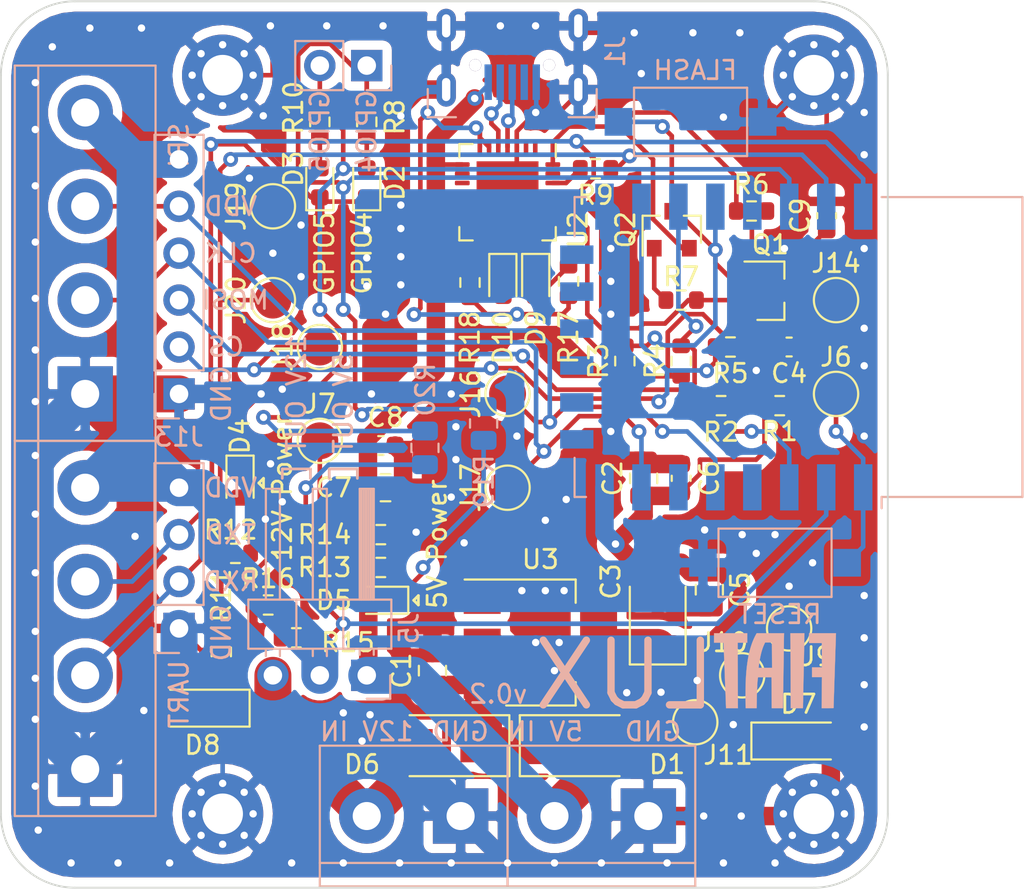
<source format=kicad_pcb>
(kicad_pcb (version 20171130) (host pcbnew 5.99.0+really5.1.10+dfsg1-1)

  (general
    (thickness 1.6)
    (drawings 68)
    (tracks 714)
    (zones 0)
    (modules 71)
    (nets 36)
  )

  (page A4)
  (layers
    (0 F.Cu signal)
    (31 B.Cu signal)
    (32 B.Adhes user hide)
    (33 F.Adhes user hide)
    (34 B.Paste user hide)
    (35 F.Paste user hide)
    (36 B.SilkS user hide)
    (37 F.SilkS user hide)
    (38 B.Mask user hide)
    (39 F.Mask user hide)
    (40 Dwgs.User user hide)
    (41 Cmts.User user hide)
    (42 Eco1.User user hide)
    (43 Eco2.User user hide)
    (44 Edge.Cuts user)
    (45 Margin user)
    (46 B.CrtYd user)
    (47 F.CrtYd user)
    (48 B.Fab user hide)
    (49 F.Fab user hide)
  )

  (setup
    (last_trace_width 0.25)
    (user_trace_width 0.25)
    (user_trace_width 0.5)
    (user_trace_width 1)
    (user_trace_width 2)
    (trace_clearance 0.127)
    (zone_clearance 0.508)
    (zone_45_only no)
    (trace_min 0.2)
    (via_size 0.8)
    (via_drill 0.4)
    (via_min_size 0.4)
    (via_min_drill 0.3)
    (uvia_size 0.3)
    (uvia_drill 0.1)
    (uvias_allowed no)
    (uvia_min_size 0.2)
    (uvia_min_drill 0.1)
    (edge_width 0.1)
    (segment_width 0.2)
    (pcb_text_width 0.3)
    (pcb_text_size 1.5 1.5)
    (mod_edge_width 0.15)
    (mod_text_size 1 1)
    (mod_text_width 0.15)
    (pad_size 0.65 0.65)
    (pad_drill 0.65)
    (pad_to_mask_clearance 0)
    (aux_axis_origin 0 0)
    (visible_elements FFFFFF7F)
    (pcbplotparams
      (layerselection 0x010fc_ffffffff)
      (usegerberextensions false)
      (usegerberattributes true)
      (usegerberadvancedattributes true)
      (creategerberjobfile true)
      (excludeedgelayer true)
      (linewidth 0.100000)
      (plotframeref false)
      (viasonmask false)
      (mode 1)
      (useauxorigin false)
      (hpglpennumber 1)
      (hpglpenspeed 20)
      (hpglpendiameter 15.000000)
      (psnegative false)
      (psa4output false)
      (plotreference true)
      (plotvalue true)
      (plotinvisibletext false)
      (padsonsilk false)
      (subtractmaskfromsilk false)
      (outputformat 1)
      (mirror false)
      (drillshape 0)
      (scaleselection 1)
      (outputdirectory "gen"))
  )

  (net 0 "")
  (net 1 GND)
  (net 2 /Power/LDO_IN)
  (net 3 +3V3)
  (net 4 nRST)
  (net 5 +5V)
  (net 6 "Net-(D2-Pad2)")
  (net 7 "Net-(D3-Pad2)")
  (net 8 "Net-(D4-Pad2)")
  (net 9 SEN_5V)
  (net 10 +12V)
  (net 11 "Net-(J1-Pad2)")
  (net 12 "Net-(J1-Pad3)")
  (net 13 VOUT)
  (net 14 TXD0)
  (net 15 RXD0)
  (net 16 SCLK)
  (net 17 MOSI)
  (net 18 ADC)
  (net 19 RTS)
  (net 20 DTR)
  (net 21 EN)
  (net 22 "Net-(R9-Pad2)")
  (net 23 SEN_12V)
  (net 24 "Net-(R13-Pad1)")
  (net 25 CS0)
  (net 26 GPIO5)
  (net 27 GPIO4)
  (net 28 FLSH)
  (net 29 "Net-(Q1-Pad1)")
  (net 30 "Net-(Q2-Pad1)")
  (net 31 "Net-(D9-Pad2)")
  (net 32 /TXLED)
  (net 33 "Net-(D10-Pad2)")
  (net 34 /RXLED)
  (net 35 CS1)

  (net_class Default "Dies ist die voreingestellte Netzklasse."
    (clearance 0.127)
    (trace_width 0.25)
    (via_dia 0.8)
    (via_drill 0.4)
    (uvia_dia 0.3)
    (uvia_drill 0.1)
    (add_net +12V)
    (add_net +3V3)
    (add_net +5V)
    (add_net /Power/LDO_IN)
    (add_net /RXLED)
    (add_net /TXLED)
    (add_net ADC)
    (add_net CS0)
    (add_net CS1)
    (add_net DTR)
    (add_net EN)
    (add_net FLSH)
    (add_net GND)
    (add_net GPIO4)
    (add_net GPIO5)
    (add_net MOSI)
    (add_net "Net-(D10-Pad2)")
    (add_net "Net-(D2-Pad2)")
    (add_net "Net-(D3-Pad2)")
    (add_net "Net-(D4-Pad2)")
    (add_net "Net-(D9-Pad2)")
    (add_net "Net-(J1-Pad2)")
    (add_net "Net-(J1-Pad3)")
    (add_net "Net-(Q1-Pad1)")
    (add_net "Net-(Q2-Pad1)")
    (add_net "Net-(R13-Pad1)")
    (add_net "Net-(R9-Pad2)")
    (add_net RTS)
    (add_net RXD0)
    (add_net SCLK)
    (add_net SEN_12V)
    (add_net SEN_5V)
    (add_net TXD0)
    (add_net VOUT)
    (add_net nRST)
  )

  (module TerminalBlock:TerminalBlock_bornier-2_P5.08mm locked (layer B.Cu) (tedit 60EC57DC) (tstamp 60AE33DA)
    (at 55.88 71.12 180)
    (descr "simple 2-pin terminal block, pitch 5.08mm, revamped version of bornier2")
    (tags "terminal block bornier2")
    (path /6078273A/6092962E)
    (fp_text reference J12 (at 2.54 5.08) (layer B.SilkS) hide
      (effects (font (size 1 1) (thickness 0.15)) (justify mirror))
    )
    (fp_text value Conn_01x02_Male (at 2.54 -5.08) (layer B.Fab)
      (effects (font (size 1 1) (thickness 0.15)) (justify mirror))
    )
    (fp_line (start 7.79 -4) (end -2 -4) (layer B.CrtYd) (width 0.05))
    (fp_line (start 7.79 -4) (end 7.79 4) (layer B.CrtYd) (width 0.05))
    (fp_line (start -2 4) (end -2 -4) (layer B.CrtYd) (width 0.05))
    (fp_line (start -2 4) (end 7.79 4) (layer B.CrtYd) (width 0.05))
    (fp_line (start -2.54 -3.81) (end 7.62 -3.81) (layer B.SilkS) (width 0.12))
    (fp_line (start -2.54 3.81) (end -2.54 -3.81) (layer B.SilkS) (width 0.12))
    (fp_line (start 7.62 3.81) (end -2.54 3.81) (layer B.SilkS) (width 0.12))
    (fp_line (start 7.62 -3.81) (end 7.62 3.81) (layer B.SilkS) (width 0.12))
    (fp_line (start 7.62 -2.54) (end -2.54 -2.54) (layer B.SilkS) (width 0.12))
    (fp_line (start 7.54 3.75) (end -2.46 3.75) (layer B.Fab) (width 0.1))
    (fp_line (start 7.54 -3.75) (end 7.54 3.75) (layer B.Fab) (width 0.1))
    (fp_line (start -2.46 -3.75) (end 7.54 -3.75) (layer B.Fab) (width 0.1))
    (fp_line (start -2.46 3.75) (end -2.46 -3.75) (layer B.Fab) (width 0.1))
    (fp_line (start -2.41 -2.55) (end 7.49 -2.55) (layer B.Fab) (width 0.1))
    (fp_text user %R (at 2.54 0) (layer B.Fab)
      (effects (font (size 1 1) (thickness 0.15)) (justify mirror))
    )
    (pad 2 thru_hole circle (at 5.08 0 180) (size 3 3) (drill 1.52) (layers *.Cu *.Mask)
      (net 10 +12V))
    (pad 1 thru_hole rect (at 0 0 180) (size 3 3) (drill 1.52) (layers *.Cu *.Mask)
      (net 1 GND))
    (model ${KISYS3DMOD}/TerminalBlock.3dshapes/TerminalBlock_bornier-2_P5.08mm.wrl
      (offset (xyz 2.539999961853027 0 0))
      (scale (xyz 1 1 1))
      (rotate (xyz 0 0 0))
    )
    (model ${KISYS3DMOD}/TerminalBlock_Phoenix.3dshapes/TerminalBlock_Phoenix_MKDS-1,5-2-5.08_1x02_P5.08mm_Horizontal.step
      (at (xyz 0 0 0))
      (scale (xyz 1 1 1))
      (rotate (xyz 0 0 0))
    )
  )

  (module TerminalBlock:TerminalBlock_bornier-4_P5.08mm locked (layer B.Cu) (tedit 60EC0394) (tstamp 6091B242)
    (at 35.56 68.58 90)
    (descr "simple 4-pin terminal block, pitch 5.08mm, revamped version of bornier4")
    (tags "terminal block bornier4")
    (path /60B13D6D)
    (fp_text reference J2 (at 7.6 4.8 90) (layer B.SilkS) hide
      (effects (font (size 1 1) (thickness 0.15)) (justify mirror))
    )
    (fp_text value Conn_01x04_Male (at 7.6 -4.75 90) (layer B.Fab)
      (effects (font (size 1 1) (thickness 0.15)) (justify mirror))
    )
    (fp_line (start 17 -4) (end -2.73 -4) (layer B.CrtYd) (width 0.05))
    (fp_line (start 17 -4) (end 17 3) (layer B.CrtYd) (width 0.05))
    (fp_line (start -2.73 3) (end -2.73 -4) (layer B.CrtYd) (width 0.05))
    (fp_line (start -2.7 3) (end 17 3) (layer B.CrtYd) (width 0.05))
    (fp_line (start -2.54 -3.81) (end 17.78 -3.81) (layer B.SilkS) (width 0.12))
    (fp_line (start -2.54 3.81) (end 17.78 3.81) (layer B.SilkS) (width 0.12))
    (fp_line (start 17.78 -2.54) (end -2.54 -2.54) (layer B.SilkS) (width 0.12))
    (fp_line (start 17.78 -3.81) (end 17.78 3.81) (layer B.SilkS) (width 0.12))
    (fp_line (start -2.54 3.81) (end -2.54 -3.81) (layer B.SilkS) (width 0.12))
    (fp_line (start 17.72 -3.75) (end -2.43 -3.75) (layer B.Fab) (width 0.1))
    (fp_line (start 17.72 3.75) (end 17.72 -3.75) (layer B.Fab) (width 0.1))
    (fp_line (start -2.48 3.75) (end 17.72 3.75) (layer B.Fab) (width 0.1))
    (fp_line (start -2.48 -3.75) (end -2.48 3.75) (layer B.Fab) (width 0.1))
    (fp_line (start -2.43 -3.75) (end -2.48 -3.75) (layer B.Fab) (width 0.1))
    (fp_line (start -2.48 -2.55) (end 17.72 -2.55) (layer B.Fab) (width 0.1))
    (fp_text user %R (at 7.62 0 90) (layer B.Fab)
      (effects (font (size 1 1) (thickness 0.15)) (justify mirror))
    )
    (pad 4 thru_hole circle (at 15.24 0 90) (size 3 3) (drill 1.52) (layers *.Cu *.Mask)
      (net 13 VOUT))
    (pad 1 thru_hole rect (at 0 0 90) (size 3 3) (drill 1.52) (layers *.Cu *.Mask)
      (net 1 GND))
    (pad 3 thru_hole circle (at 10.16 0 90) (size 3 3) (drill 1.52) (layers *.Cu *.Mask)
      (net 14 TXD0))
    (pad 2 thru_hole circle (at 5.08 0 90) (size 3 3) (drill 1.52) (layers *.Cu *.Mask)
      (net 15 RXD0))
    (model ${KISYS3DMOD}/TerminalBlock.3dshapes/TerminalBlock_bornier-4_P5.08mm.wrl
      (offset (xyz 7.619999885559082 0 0))
      (scale (xyz 1 1 1))
      (rotate (xyz 0 0 0))
    )
    (model ${KISYS3DMOD}/TerminalBlock_Phoenix.3dshapes/TerminalBlock_Phoenix_MKDS-1,5-4-5.08_1x04_P5.08mm_Horizontal.step
      (at (xyz 0 0 0))
      (scale (xyz 1 1 1))
      (rotate (xyz 0 0 0))
    )
  )

  (module TerminalBlock:TerminalBlock_bornier-4_P5.08mm locked (layer B.Cu) (tedit 60EC0001) (tstamp 6091B26F)
    (at 35.56 48.26 90)
    (descr "simple 4-pin terminal block, pitch 5.08mm, revamped version of bornier4")
    (tags "terminal block bornier4")
    (path /608BFA99)
    (fp_text reference J4 (at 7.6 4.8 90) (layer B.SilkS) hide
      (effects (font (size 1 1) (thickness 0.15)) (justify mirror))
    )
    (fp_text value Conn_01x04_Male (at 7.6 -4.75 90) (layer B.Fab)
      (effects (font (size 1 1) (thickness 0.15)) (justify mirror))
    )
    (fp_line (start 17 -4) (end -2.73 -4) (layer B.CrtYd) (width 0.05))
    (fp_line (start 17 -4) (end 17 3) (layer B.CrtYd) (width 0.05))
    (fp_line (start -2.73 3) (end -2.73 -4) (layer B.CrtYd) (width 0.05))
    (fp_line (start -2.73 3) (end 17 3) (layer B.CrtYd) (width 0.05))
    (fp_line (start -2.54 -3.81) (end 17.78 -3.81) (layer B.SilkS) (width 0.12))
    (fp_line (start -2.54 3.81) (end 17.78 3.81) (layer B.SilkS) (width 0.12))
    (fp_line (start 17.78 -2.54) (end -2.54 -2.54) (layer B.SilkS) (width 0.12))
    (fp_line (start 17.78 -3.81) (end 17.78 3.81) (layer B.SilkS) (width 0.12))
    (fp_line (start -2.54 3.81) (end -2.54 -3.81) (layer B.SilkS) (width 0.12))
    (fp_line (start 17.72 -3.75) (end -2.43 -3.75) (layer B.Fab) (width 0.1))
    (fp_line (start 17.72 3.75) (end 17.72 -3.75) (layer B.Fab) (width 0.1))
    (fp_line (start -2.48 3.75) (end 17.72 3.75) (layer B.Fab) (width 0.1))
    (fp_line (start -2.48 -3.75) (end -2.48 3.75) (layer B.Fab) (width 0.1))
    (fp_line (start -2.43 -3.75) (end -2.48 -3.75) (layer B.Fab) (width 0.1))
    (fp_line (start -2.48 -2.55) (end 17.72 -2.55) (layer B.Fab) (width 0.1))
    (fp_text user %R (at 7.62 0 90) (layer B.Fab)
      (effects (font (size 1 1) (thickness 0.15)) (justify mirror))
    )
    (pad 4 thru_hole circle (at 15.24 0 90) (size 3 3) (drill 1.52) (layers *.Cu *.Mask)
      (net 13 VOUT))
    (pad 1 thru_hole rect (at 0 0 90) (size 3 3) (drill 1.52) (layers *.Cu *.Mask)
      (net 1 GND))
    (pad 3 thru_hole circle (at 10.16 0 90) (size 3 3) (drill 1.52) (layers *.Cu *.Mask)
      (net 16 SCLK))
    (pad 2 thru_hole circle (at 5.08 0 90) (size 3 3) (drill 1.52) (layers *.Cu *.Mask)
      (net 17 MOSI))
    (model ${KISYS3DMOD}/TerminalBlock.3dshapes/TerminalBlock_bornier-4_P5.08mm.wrl
      (offset (xyz 7.619999885559082 0 0))
      (scale (xyz 1 1 1))
      (rotate (xyz 0 0 0))
    )
    (model ${KISYS3DMOD}/TerminalBlock_Phoenix.3dshapes/TerminalBlock_Phoenix_MKDS-1,5-4-5.08_1x04_P5.08mm_Horizontal.step
      (at (xyz 0 0 0))
      (scale (xyz 1 1 1))
      (rotate (xyz 0 0 0))
    )
  )

  (module TestPoint:TestPoint_Pad_D2.0mm (layer F.Cu) (tedit 5A0F774F) (tstamp 60A933BB)
    (at 58.42 53.34 90)
    (descr "SMD pad as test Point, diameter 2.0mm")
    (tags "test point SMD pad")
    (path /60C915D4)
    (attr virtual)
    (fp_text reference J17 (at 0 -1.998 90) (layer F.SilkS)
      (effects (font (size 1 1) (thickness 0.15)))
    )
    (fp_text value Testpoint_RST (at 0 2.05 90) (layer F.Fab)
      (effects (font (size 1 1) (thickness 0.15)))
    )
    (fp_circle (center 0 0) (end 1.5 0) (layer F.CrtYd) (width 0.05))
    (fp_circle (center 0 0) (end 0 1.2) (layer F.SilkS) (width 0.12))
    (fp_text user %R (at 0 -2 90) (layer F.Fab)
      (effects (font (size 1 1) (thickness 0.15)))
    )
    (pad 1 smd circle (at 0 0 90) (size 2 2) (layers F.Cu F.Mask)
      (net 17 MOSI))
  )

  (module Resistor_SMD:R_0805_2012Metric (layer B.Cu) (tedit 5F68FEEE) (tstamp 60B18CC9)
    (at 53.9496 51.181 270)
    (descr "Resistor SMD 0805 (2012 Metric), square (rectangular) end terminal, IPC_7351 nominal, (Body size source: IPC-SM-782 page 72, https://www.pcb-3d.com/wordpress/wp-content/uploads/ipc-sm-782a_amendment_1_and_2.pdf), generated with kicad-footprint-generator")
    (tags resistor)
    (path /60B3C5A7)
    (attr smd)
    (fp_text reference R20 (at -3.1496 -0.0254 90) (layer B.SilkS)
      (effects (font (size 1 1) (thickness 0.15)) (justify mirror))
    )
    (fp_text value 0Ohm (at 0 -1.65 90) (layer B.Fab)
      (effects (font (size 1 1) (thickness 0.15)) (justify mirror))
    )
    (fp_line (start 1.68 -0.95) (end -1.68 -0.95) (layer B.CrtYd) (width 0.05))
    (fp_line (start 1.68 0.95) (end 1.68 -0.95) (layer B.CrtYd) (width 0.05))
    (fp_line (start -1.68 0.95) (end 1.68 0.95) (layer B.CrtYd) (width 0.05))
    (fp_line (start -1.68 -0.95) (end -1.68 0.95) (layer B.CrtYd) (width 0.05))
    (fp_line (start -0.227064 -0.735) (end 0.227064 -0.735) (layer B.SilkS) (width 0.12))
    (fp_line (start -0.227064 0.735) (end 0.227064 0.735) (layer B.SilkS) (width 0.12))
    (fp_line (start 1 -0.625) (end -1 -0.625) (layer B.Fab) (width 0.1))
    (fp_line (start 1 0.625) (end 1 -0.625) (layer B.Fab) (width 0.1))
    (fp_line (start -1 0.625) (end 1 0.625) (layer B.Fab) (width 0.1))
    (fp_line (start -1 -0.625) (end -1 0.625) (layer B.Fab) (width 0.1))
    (fp_text user %R (at 0 0 90) (layer B.Fab)
      (effects (font (size 0.5 0.5) (thickness 0.08)) (justify mirror))
    )
    (pad 2 smd roundrect (at 0.9125 0 270) (size 1.025 1.4) (layers B.Cu B.Paste B.Mask) (roundrect_rratio 0.243902)
      (net 23 SEN_12V))
    (pad 1 smd roundrect (at -0.9125 0 270) (size 1.025 1.4) (layers B.Cu B.Paste B.Mask) (roundrect_rratio 0.243902)
      (net 26 GPIO5))
    (model ${KISYS3DMOD}/Resistor_SMD.3dshapes/R_0805_2012Metric.wrl
      (at (xyz 0 0 0))
      (scale (xyz 1 1 1))
      (rotate (xyz 0 0 0))
    )
  )

  (module Resistor_SMD:R_0805_2012Metric (layer B.Cu) (tedit 5F68FEEE) (tstamp 60B16D57)
    (at 57.1246 49.8602 270)
    (descr "Resistor SMD 0805 (2012 Metric), square (rectangular) end terminal, IPC_7351 nominal, (Body size source: IPC-SM-782 page 72, https://www.pcb-3d.com/wordpress/wp-content/uploads/ipc-sm-782a_amendment_1_and_2.pdf), generated with kicad-footprint-generator")
    (tags resistor)
    (path /60B3ABAC)
    (attr smd)
    (fp_text reference R19 (at 3.1496 -0.0254 90) (layer B.SilkS)
      (effects (font (size 1 1) (thickness 0.15)) (justify mirror))
    )
    (fp_text value 0Ohm (at 0 -1.65 90) (layer B.Fab)
      (effects (font (size 1 1) (thickness 0.15)) (justify mirror))
    )
    (fp_line (start 1.68 -0.95) (end -1.68 -0.95) (layer B.CrtYd) (width 0.05))
    (fp_line (start 1.68 0.95) (end 1.68 -0.95) (layer B.CrtYd) (width 0.05))
    (fp_line (start -1.68 0.95) (end 1.68 0.95) (layer B.CrtYd) (width 0.05))
    (fp_line (start -1.68 -0.95) (end -1.68 0.95) (layer B.CrtYd) (width 0.05))
    (fp_line (start -0.227064 -0.735) (end 0.227064 -0.735) (layer B.SilkS) (width 0.12))
    (fp_line (start -0.227064 0.735) (end 0.227064 0.735) (layer B.SilkS) (width 0.12))
    (fp_line (start 1 -0.625) (end -1 -0.625) (layer B.Fab) (width 0.1))
    (fp_line (start 1 0.625) (end 1 -0.625) (layer B.Fab) (width 0.1))
    (fp_line (start -1 0.625) (end 1 0.625) (layer B.Fab) (width 0.1))
    (fp_line (start -1 -0.625) (end -1 0.625) (layer B.Fab) (width 0.1))
    (fp_text user %R (at 0 0 90) (layer B.Fab)
      (effects (font (size 0.5 0.5) (thickness 0.08)) (justify mirror))
    )
    (pad 2 smd roundrect (at 0.9125 0 270) (size 1.025 1.4) (layers B.Cu B.Paste B.Mask) (roundrect_rratio 0.243902)
      (net 9 SEN_5V))
    (pad 1 smd roundrect (at -0.9125 0 270) (size 1.025 1.4) (layers B.Cu B.Paste B.Mask) (roundrect_rratio 0.243902)
      (net 27 GPIO4))
    (model ${KISYS3DMOD}/Resistor_SMD.3dshapes/R_0805_2012Metric.wrl
      (at (xyz 0 0 0))
      (scale (xyz 1 1 1))
      (rotate (xyz 0 0 0))
    )
  )

  (module Connector_PinHeader_2.54mm:PinHeader_1x06_P2.54mm_Vertical (layer B.Cu) (tedit 59FED5CC) (tstamp 60B161DE)
    (at 40.64 48.26)
    (descr "Through hole straight pin header, 1x06, 2.54mm pitch, single row")
    (tags "Through hole pin header THT 1x06 2.54mm single row")
    (path /60B28A8C)
    (fp_text reference J13 (at 0 2.33) (layer B.SilkS)
      (effects (font (size 1 1) (thickness 0.15)) (justify mirror))
    )
    (fp_text value Conn_01x06_Male (at 0 -15.03) (layer B.Fab)
      (effects (font (size 1 1) (thickness 0.15)) (justify mirror))
    )
    (fp_line (start -0.635 1.27) (end 1.27 1.27) (layer B.Fab) (width 0.1))
    (fp_line (start 1.27 1.27) (end 1.27 -13.97) (layer B.Fab) (width 0.1))
    (fp_line (start 1.27 -13.97) (end -1.27 -13.97) (layer B.Fab) (width 0.1))
    (fp_line (start -1.27 -13.97) (end -1.27 0.635) (layer B.Fab) (width 0.1))
    (fp_line (start -1.27 0.635) (end -0.635 1.27) (layer B.Fab) (width 0.1))
    (fp_line (start -1.33 -14.03) (end 1.33 -14.03) (layer B.SilkS) (width 0.12))
    (fp_line (start -1.33 -1.27) (end -1.33 -14.03) (layer B.SilkS) (width 0.12))
    (fp_line (start 1.33 -1.27) (end 1.33 -14.03) (layer B.SilkS) (width 0.12))
    (fp_line (start -1.33 -1.27) (end 1.33 -1.27) (layer B.SilkS) (width 0.12))
    (fp_line (start -1.33 0) (end -1.33 1.33) (layer B.SilkS) (width 0.12))
    (fp_line (start -1.33 1.33) (end 0 1.33) (layer B.SilkS) (width 0.12))
    (fp_line (start -1.8 1.8) (end -1.8 -14.5) (layer B.CrtYd) (width 0.05))
    (fp_line (start -1.8 -14.5) (end 1.8 -14.5) (layer B.CrtYd) (width 0.05))
    (fp_line (start 1.8 -14.5) (end 1.8 1.8) (layer B.CrtYd) (width 0.05))
    (fp_line (start 1.8 1.8) (end -1.8 1.8) (layer B.CrtYd) (width 0.05))
    (fp_text user %R (at 0 -6.35 -90) (layer B.Fab)
      (effects (font (size 1 1) (thickness 0.15)) (justify mirror))
    )
    (pad 6 thru_hole oval (at 0 -12.7) (size 1.7 1.7) (drill 1) (layers *.Cu *.Mask)
      (net 13 VOUT))
    (pad 5 thru_hole oval (at 0 -10.16) (size 1.7 1.7) (drill 1) (layers *.Cu *.Mask)
      (net 16 SCLK))
    (pad 4 thru_hole oval (at 0 -7.62) (size 1.7 1.7) (drill 1) (layers *.Cu *.Mask)
      (net 17 MOSI))
    (pad 3 thru_hole oval (at 0 -5.08) (size 1.7 1.7) (drill 1) (layers *.Cu *.Mask)
      (net 35 CS1))
    (pad 2 thru_hole oval (at 0 -2.54) (size 1.7 1.7) (drill 1) (layers *.Cu *.Mask)
      (net 25 CS0))
    (pad 1 thru_hole rect (at 0 0) (size 1.7 1.7) (drill 1) (layers *.Cu *.Mask)
      (net 1 GND))
    (model ${KISYS3DMOD}/Connector_PinHeader_2.54mm.3dshapes/PinHeader_1x06_P2.54mm_Vertical.wrl
      (at (xyz 0 0 0))
      (scale (xyz 1 1 1))
      (rotate (xyz 0 0 0))
    )
  )

  (module stock:micro_usb (layer B.Cu) (tedit 60A908A0) (tstamp 60B188C6)
    (at 58.674 27.178)
    (path /607AE779)
    (fp_text reference J1 (at 5.588 2.54 270) (layer B.SilkS)
      (effects (font (size 1 1) (thickness 0.15)) (justify mirror))
    )
    (fp_text value USB_B_Micro (at 0 -1.016) (layer B.Fab)
      (effects (font (size 1 1) (thickness 0.15)) (justify mirror))
    )
    (fp_line (start -4.572 6.096) (end -3.048 6.096) (layer B.SilkS) (width 0.12))
    (fp_line (start -4.572 4.572) (end -4.572 6.096) (layer B.SilkS) (width 0.12))
    (fp_line (start 4.572 6.096) (end 3.048 6.096) (layer B.SilkS) (width 0.12))
    (fp_line (start 4.572 4.572) (end 4.572 6.096) (layer B.SilkS) (width 0.12))
    (fp_line (start 5.08 0) (end -5.08 0) (layer B.Fab) (width 0.12))
    (pad "" thru_hole circle (at -2 3.275) (size 0.65 0.65) (drill 0.65) (layers *.Cu))
    (pad "" thru_hole circle (at 2 3.275) (size 0.65 0.65) (drill 0.65) (layers *.Cu))
    (pad 5 smd rect (at 1.3 4.2) (size 0.4 1.925) (layers B.Cu B.Paste B.Mask)
      (net 1 GND))
    (pad 1 smd rect (at -1.3 4.2) (size 0.4 1.925) (layers B.Cu B.Paste B.Mask)
      (net 5 +5V))
    (pad 2 smd rect (at -0.65 4.2) (size 0.4 1.925) (layers B.Cu B.Paste B.Mask)
      (net 11 "Net-(J1-Pad2)"))
    (pad 4 smd rect (at 0.65 4.2) (size 0.4 1.925) (layers B.Cu B.Paste B.Mask))
    (pad 6 thru_hole oval (at -3.575 4.6) (size 1.05 1.85) (drill oval 0.45 1.25) (layers *.Cu *.Mask)
      (net 1 GND))
    (pad 6 thru_hole oval (at -3.575 1.15) (size 1.05 1.85) (drill oval 0.45 1.25) (layers *.Cu *.Mask)
      (net 1 GND))
    (pad 6 thru_hole oval (at 3.575 4.6) (size 1.05 1.85) (drill oval 0.45 1.25) (layers *.Cu *.Mask)
      (net 1 GND))
    (pad 3 smd rect (at 0 4.2) (size 0.4 1.925) (layers B.Cu B.Paste B.Mask)
      (net 12 "Net-(J1-Pad3)"))
    (pad 6 thru_hole oval (at 3.575 1.15) (size 1.05 1.85) (drill oval 0.45 1.25) (layers *.Cu *.Mask)
      (net 1 GND))
    (model ${KISYS3DMOD}/Connector_USB.3dshapes/USB_Micro-B_Molex_47346-0001.step
      (offset (xyz 0 3 0))
      (scale (xyz 1 1 1))
      (rotate (xyz 0 0 0))
    )
  )

  (module TestPoint:TestPoint_Pad_D2.0mm (layer F.Cu) (tedit 5A0F774F) (tstamp 60A933D3)
    (at 45.72 43.18 90)
    (descr "SMD pad as test Point, diameter 2.0mm")
    (tags "test point SMD pad")
    (path /60CD9BDE)
    (attr virtual)
    (fp_text reference J20 (at 0 -1.998 90) (layer F.SilkS)
      (effects (font (size 1 1) (thickness 0.15)))
    )
    (fp_text value Testpoint_RST (at 0 2.05 90) (layer F.Fab)
      (effects (font (size 1 1) (thickness 0.15)))
    )
    (fp_circle (center 0 0) (end 1.5 0) (layer F.CrtYd) (width 0.05))
    (fp_circle (center 0 0) (end 0 1.2) (layer F.SilkS) (width 0.12))
    (fp_text user %R (at 0 -2 90) (layer F.Fab)
      (effects (font (size 1 1) (thickness 0.15)))
    )
    (pad 1 smd circle (at 0 0 90) (size 2 2) (layers F.Cu F.Mask)
      (net 15 RXD0))
  )

  (module TestPoint:TestPoint_Pad_D2.0mm (layer F.Cu) (tedit 5A0F774F) (tstamp 60A933CB)
    (at 45.72 38.1 90)
    (descr "SMD pad as test Point, diameter 2.0mm")
    (tags "test point SMD pad")
    (path /60CD9446)
    (attr virtual)
    (fp_text reference J19 (at 0 -1.998 90) (layer F.SilkS)
      (effects (font (size 1 1) (thickness 0.15)))
    )
    (fp_text value Testpoint_RST (at 0 2.05 90) (layer F.Fab)
      (effects (font (size 1 1) (thickness 0.15)))
    )
    (fp_circle (center 0 0) (end 1.5 0) (layer F.CrtYd) (width 0.05))
    (fp_circle (center 0 0) (end 0 1.2) (layer F.SilkS) (width 0.12))
    (fp_text user %R (at 0 -2 90) (layer F.Fab)
      (effects (font (size 1 1) (thickness 0.15)))
    )
    (pad 1 smd circle (at 0 0 90) (size 2 2) (layers F.Cu F.Mask)
      (net 14 TXD0))
  )

  (module TestPoint:TestPoint_Pad_D2.0mm (layer F.Cu) (tedit 5A0F774F) (tstamp 60A933C3)
    (at 48.26 45.72 90)
    (descr "SMD pad as test Point, diameter 2.0mm")
    (tags "test point SMD pad")
    (path /60C91CA2)
    (attr virtual)
    (fp_text reference J18 (at 0 -1.998 90) (layer F.SilkS)
      (effects (font (size 1 1) (thickness 0.15)))
    )
    (fp_text value Testpoint_RST (at 0 2.05 90) (layer F.Fab)
      (effects (font (size 1 1) (thickness 0.15)))
    )
    (fp_circle (center 0 0) (end 1.5 0) (layer F.CrtYd) (width 0.05))
    (fp_circle (center 0 0) (end 0 1.2) (layer F.SilkS) (width 0.12))
    (fp_text user %R (at 0 -2 90) (layer F.Fab)
      (effects (font (size 1 1) (thickness 0.15)))
    )
    (pad 1 smd circle (at 0 0 90) (size 2 2) (layers F.Cu F.Mask)
      (net 25 CS0))
  )

  (module TestPoint:TestPoint_Pad_D2.0mm (layer F.Cu) (tedit 5A0F774F) (tstamp 60A933B3)
    (at 58.42 48.26 90)
    (descr "SMD pad as test Point, diameter 2.0mm")
    (tags "test point SMD pad")
    (path /60C8A000)
    (attr virtual)
    (fp_text reference J16 (at 0 -1.998 90) (layer F.SilkS)
      (effects (font (size 1 1) (thickness 0.15)))
    )
    (fp_text value Testpoint_RST (at 0 2.05 90) (layer F.Fab)
      (effects (font (size 1 1) (thickness 0.15)))
    )
    (fp_circle (center 0 0) (end 1.5 0) (layer F.CrtYd) (width 0.05))
    (fp_circle (center 0 0) (end 0 1.2) (layer F.SilkS) (width 0.12))
    (fp_text user %R (at 0 -2 90) (layer F.Fab)
      (effects (font (size 1 1) (thickness 0.15)))
    )
    (pad 1 smd circle (at 0 0 90) (size 2 2) (layers F.Cu F.Mask)
      (net 16 SCLK))
  )

  (module Connector_PinHeader_2.54mm:PinHeader_1x04_P2.54mm_Vertical (layer B.Cu) (tedit 59FED5CC) (tstamp 60A8F9F4)
    (at 40.64 60.96)
    (descr "Through hole straight pin header, 1x04, 2.54mm pitch, single row")
    (tags "Through hole pin header THT 1x04 2.54mm single row")
    (path /60C2CB6F)
    (fp_text reference J15 (at 0.762 -9.652) (layer B.SilkS) hide
      (effects (font (size 1 1) (thickness 0.15)) (justify mirror))
    )
    (fp_text value Conn_01x04_Male (at 0 -9.95) (layer B.Fab)
      (effects (font (size 1 1) (thickness 0.15)) (justify mirror))
    )
    (fp_line (start -0.635 1.27) (end 1.27 1.27) (layer B.Fab) (width 0.1))
    (fp_line (start 1.27 1.27) (end 1.27 -8.89) (layer B.Fab) (width 0.1))
    (fp_line (start 1.27 -8.89) (end -1.27 -8.89) (layer B.Fab) (width 0.1))
    (fp_line (start -1.27 -8.89) (end -1.27 0.635) (layer B.Fab) (width 0.1))
    (fp_line (start -1.27 0.635) (end -0.635 1.27) (layer B.Fab) (width 0.1))
    (fp_line (start -1.33 -8.95) (end 1.33 -8.95) (layer B.SilkS) (width 0.12))
    (fp_line (start -1.33 -1.27) (end -1.33 -8.95) (layer B.SilkS) (width 0.12))
    (fp_line (start 1.33 -1.27) (end 1.33 -8.95) (layer B.SilkS) (width 0.12))
    (fp_line (start -1.33 -1.27) (end 1.33 -1.27) (layer B.SilkS) (width 0.12))
    (fp_line (start -1.33 0) (end -1.33 1.33) (layer B.SilkS) (width 0.12))
    (fp_line (start -1.33 1.33) (end 0 1.33) (layer B.SilkS) (width 0.12))
    (fp_line (start -1.8 1.8) (end -1.8 -9.4) (layer B.CrtYd) (width 0.05))
    (fp_line (start -1.8 -9.4) (end 1.8 -9.4) (layer B.CrtYd) (width 0.05))
    (fp_line (start 1.8 -9.4) (end 1.8 1.8) (layer B.CrtYd) (width 0.05))
    (fp_line (start 1.8 1.8) (end -1.8 1.8) (layer B.CrtYd) (width 0.05))
    (fp_text user %R (at 0 -3.81 -90) (layer B.Fab)
      (effects (font (size 1 1) (thickness 0.15)) (justify mirror))
    )
    (pad 4 thru_hole oval (at 0 -7.62) (size 1.7 1.7) (drill 1) (layers *.Cu *.Mask)
      (net 13 VOUT))
    (pad 3 thru_hole oval (at 0 -5.08) (size 1.7 1.7) (drill 1) (layers *.Cu *.Mask)
      (net 14 TXD0))
    (pad 2 thru_hole oval (at 0 -2.54) (size 1.7 1.7) (drill 1) (layers *.Cu *.Mask)
      (net 15 RXD0))
    (pad 1 thru_hole rect (at 0 0) (size 1.7 1.7) (drill 1) (layers *.Cu *.Mask)
      (net 1 GND))
    (model ${KISYS3DMOD}/Connector_PinHeader_2.54mm.3dshapes/PinHeader_1x04_P2.54mm_Vertical.wrl
      (at (xyz 0 0 0))
      (scale (xyz 1 1 1))
      (rotate (xyz 0 0 0))
    )
  )

  (module Diode_SMD:D_MiniMELF (layer F.Cu) (tedit 5905D8F5) (tstamp 6091B1D6)
    (at 41.91 65.278 180)
    (descr "Diode Mini-MELF (SOD-80)")
    (tags "Diode Mini-MELF (SOD-80)")
    (path /6078273A/608E7242)
    (attr smd)
    (fp_text reference D8 (at 0 -2) (layer F.SilkS)
      (effects (font (size 1 1) (thickness 0.15)))
    )
    (fp_text value "Z 12V" (at 0 1.75) (layer F.Fab)
      (effects (font (size 1 1) (thickness 0.15)))
    )
    (fp_line (start 1.75 -1) (end -2.55 -1) (layer F.SilkS) (width 0.12))
    (fp_line (start -2.55 -1) (end -2.55 1) (layer F.SilkS) (width 0.12))
    (fp_line (start -2.55 1) (end 1.75 1) (layer F.SilkS) (width 0.12))
    (fp_line (start 1.65 -0.8) (end 1.65 0.8) (layer F.Fab) (width 0.1))
    (fp_line (start 1.65 0.8) (end -1.65 0.8) (layer F.Fab) (width 0.1))
    (fp_line (start -1.65 0.8) (end -1.65 -0.8) (layer F.Fab) (width 0.1))
    (fp_line (start -1.65 -0.8) (end 1.65 -0.8) (layer F.Fab) (width 0.1))
    (fp_line (start 0.25 0) (end 0.75 0) (layer F.Fab) (width 0.1))
    (fp_line (start 0.25 0.4) (end -0.35 0) (layer F.Fab) (width 0.1))
    (fp_line (start 0.25 -0.4) (end 0.25 0.4) (layer F.Fab) (width 0.1))
    (fp_line (start -0.35 0) (end 0.25 -0.4) (layer F.Fab) (width 0.1))
    (fp_line (start -0.35 0) (end -0.35 0.55) (layer F.Fab) (width 0.1))
    (fp_line (start -0.35 0) (end -0.35 -0.55) (layer F.Fab) (width 0.1))
    (fp_line (start -0.75 0) (end -0.35 0) (layer F.Fab) (width 0.1))
    (fp_line (start -2.65 -1.1) (end 2.65 -1.1) (layer F.CrtYd) (width 0.05))
    (fp_line (start 2.65 -1.1) (end 2.65 1.1) (layer F.CrtYd) (width 0.05))
    (fp_line (start 2.65 1.1) (end -2.65 1.1) (layer F.CrtYd) (width 0.05))
    (fp_line (start -2.65 1.1) (end -2.65 -1.1) (layer F.CrtYd) (width 0.05))
    (fp_text user %R (at 0 -2) (layer F.Fab)
      (effects (font (size 1 1) (thickness 0.15)))
    )
    (pad 2 smd rect (at 1.75 0 180) (size 1.3 1.7) (layers F.Cu F.Paste F.Mask)
      (net 1 GND))
    (pad 1 smd rect (at -1.75 0 180) (size 1.3 1.7) (layers F.Cu F.Paste F.Mask)
      (net 10 +12V))
    (model ${KISYS3DMOD}/Diode_SMD.3dshapes/D_MiniMELF.wrl
      (at (xyz 0 0 0))
      (scale (xyz 1 1 1))
      (rotate (xyz 0 0 0))
    )
  )

  (module Diode_SMD:D_MiniMELF (layer F.Cu) (tedit 5905D8F5) (tstamp 6091B1C3)
    (at 74.168 67.056)
    (descr "Diode Mini-MELF (SOD-80)")
    (tags "Diode Mini-MELF (SOD-80)")
    (path /6078273A/608E2DA3)
    (attr smd)
    (fp_text reference D7 (at 0 -2) (layer F.SilkS)
      (effects (font (size 1 1) (thickness 0.15)))
    )
    (fp_text value "Z 5V" (at 0 1.75) (layer F.Fab)
      (effects (font (size 1 1) (thickness 0.15)))
    )
    (fp_line (start 1.75 -1) (end -2.55 -1) (layer F.SilkS) (width 0.12))
    (fp_line (start -2.55 -1) (end -2.55 1) (layer F.SilkS) (width 0.12))
    (fp_line (start -2.55 1) (end 1.75 1) (layer F.SilkS) (width 0.12))
    (fp_line (start 1.65 -0.8) (end 1.65 0.8) (layer F.Fab) (width 0.1))
    (fp_line (start 1.65 0.8) (end -1.65 0.8) (layer F.Fab) (width 0.1))
    (fp_line (start -1.65 0.8) (end -1.65 -0.8) (layer F.Fab) (width 0.1))
    (fp_line (start -1.65 -0.8) (end 1.65 -0.8) (layer F.Fab) (width 0.1))
    (fp_line (start 0.25 0) (end 0.75 0) (layer F.Fab) (width 0.1))
    (fp_line (start 0.25 0.4) (end -0.35 0) (layer F.Fab) (width 0.1))
    (fp_line (start 0.25 -0.4) (end 0.25 0.4) (layer F.Fab) (width 0.1))
    (fp_line (start -0.35 0) (end 0.25 -0.4) (layer F.Fab) (width 0.1))
    (fp_line (start -0.35 0) (end -0.35 0.55) (layer F.Fab) (width 0.1))
    (fp_line (start -0.35 0) (end -0.35 -0.55) (layer F.Fab) (width 0.1))
    (fp_line (start -0.75 0) (end -0.35 0) (layer F.Fab) (width 0.1))
    (fp_line (start -2.65 -1.1) (end 2.65 -1.1) (layer F.CrtYd) (width 0.05))
    (fp_line (start 2.65 -1.1) (end 2.65 1.1) (layer F.CrtYd) (width 0.05))
    (fp_line (start 2.65 1.1) (end -2.65 1.1) (layer F.CrtYd) (width 0.05))
    (fp_line (start -2.65 1.1) (end -2.65 -1.1) (layer F.CrtYd) (width 0.05))
    (fp_text user %R (at 0 -2) (layer F.Fab)
      (effects (font (size 1 1) (thickness 0.15)))
    )
    (pad 2 smd rect (at 1.75 0) (size 1.3 1.7) (layers F.Cu F.Paste F.Mask)
      (net 1 GND))
    (pad 1 smd rect (at -1.75 0) (size 1.3 1.7) (layers F.Cu F.Paste F.Mask)
      (net 5 +5V))
    (model ${KISYS3DMOD}/Diode_SMD.3dshapes/D_MiniMELF.wrl
      (at (xyz 0 0 0))
      (scale (xyz 1 1 1))
      (rotate (xyz 0 0 0))
    )
  )

  (module Resistor_SMD:R_0603_1608Metric (layer F.Cu) (tedit 5F68FEEE) (tstamp 60A84A8C)
    (at 56.388 42.227 270)
    (descr "Resistor SMD 0603 (1608 Metric), square (rectangular) end terminal, IPC_7351 nominal, (Body size source: IPC-SM-782 page 72, https://www.pcb-3d.com/wordpress/wp-content/uploads/ipc-sm-782a_amendment_1_and_2.pdf), generated with kicad-footprint-generator")
    (tags resistor)
    (path /60BFE0F3)
    (attr smd)
    (fp_text reference R18 (at 2.985 0 90) (layer F.SilkS)
      (effects (font (size 1 1) (thickness 0.15)))
    )
    (fp_text value 51Ohm (at 0 1.43 90) (layer F.Fab)
      (effects (font (size 1 1) (thickness 0.15)))
    )
    (fp_line (start -0.8 0.4125) (end -0.8 -0.4125) (layer F.Fab) (width 0.1))
    (fp_line (start -0.8 -0.4125) (end 0.8 -0.4125) (layer F.Fab) (width 0.1))
    (fp_line (start 0.8 -0.4125) (end 0.8 0.4125) (layer F.Fab) (width 0.1))
    (fp_line (start 0.8 0.4125) (end -0.8 0.4125) (layer F.Fab) (width 0.1))
    (fp_line (start -0.237258 -0.5225) (end 0.237258 -0.5225) (layer F.SilkS) (width 0.12))
    (fp_line (start -0.237258 0.5225) (end 0.237258 0.5225) (layer F.SilkS) (width 0.12))
    (fp_line (start -1.48 0.73) (end -1.48 -0.73) (layer F.CrtYd) (width 0.05))
    (fp_line (start -1.48 -0.73) (end 1.48 -0.73) (layer F.CrtYd) (width 0.05))
    (fp_line (start 1.48 -0.73) (end 1.48 0.73) (layer F.CrtYd) (width 0.05))
    (fp_line (start 1.48 0.73) (end -1.48 0.73) (layer F.CrtYd) (width 0.05))
    (fp_text user %R (at 0 0 90) (layer F.Fab)
      (effects (font (size 0.4 0.4) (thickness 0.06)))
    )
    (pad 2 smd roundrect (at 0.825 0 270) (size 0.8 0.95) (layers F.Cu F.Paste F.Mask) (roundrect_rratio 0.25)
      (net 3 +3V3))
    (pad 1 smd roundrect (at -0.825 0 270) (size 0.8 0.95) (layers F.Cu F.Paste F.Mask) (roundrect_rratio 0.25)
      (net 33 "Net-(D10-Pad2)"))
    (model ${KISYS3DMOD}/Resistor_SMD.3dshapes/R_0603_1608Metric.wrl
      (at (xyz 0 0 0))
      (scale (xyz 1 1 1))
      (rotate (xyz 0 0 0))
    )
  )

  (module Resistor_SMD:R_0603_1608Metric (layer F.Cu) (tedit 5F68FEEE) (tstamp 60A84A7B)
    (at 61.722 42.164 270)
    (descr "Resistor SMD 0603 (1608 Metric), square (rectangular) end terminal, IPC_7351 nominal, (Body size source: IPC-SM-782 page 72, https://www.pcb-3d.com/wordpress/wp-content/uploads/ipc-sm-782a_amendment_1_and_2.pdf), generated with kicad-footprint-generator")
    (tags resistor)
    (path /60BF97A0)
    (attr smd)
    (fp_text reference R17 (at 3.048 0 270) (layer F.SilkS)
      (effects (font (size 1 1) (thickness 0.15)))
    )
    (fp_text value 51Ohm (at 0 1.43 90) (layer F.Fab)
      (effects (font (size 1 1) (thickness 0.15)))
    )
    (fp_line (start -0.8 0.4125) (end -0.8 -0.4125) (layer F.Fab) (width 0.1))
    (fp_line (start -0.8 -0.4125) (end 0.8 -0.4125) (layer F.Fab) (width 0.1))
    (fp_line (start 0.8 -0.4125) (end 0.8 0.4125) (layer F.Fab) (width 0.1))
    (fp_line (start 0.8 0.4125) (end -0.8 0.4125) (layer F.Fab) (width 0.1))
    (fp_line (start -0.237258 -0.5225) (end 0.237258 -0.5225) (layer F.SilkS) (width 0.12))
    (fp_line (start -0.237258 0.5225) (end 0.237258 0.5225) (layer F.SilkS) (width 0.12))
    (fp_line (start -1.48 0.73) (end -1.48 -0.73) (layer F.CrtYd) (width 0.05))
    (fp_line (start -1.48 -0.73) (end 1.48 -0.73) (layer F.CrtYd) (width 0.05))
    (fp_line (start 1.48 -0.73) (end 1.48 0.73) (layer F.CrtYd) (width 0.05))
    (fp_line (start 1.48 0.73) (end -1.48 0.73) (layer F.CrtYd) (width 0.05))
    (fp_text user %R (at 0 0 90) (layer F.Fab)
      (effects (font (size 0.4 0.4) (thickness 0.06)))
    )
    (pad 2 smd roundrect (at 0.825 0 270) (size 0.8 0.95) (layers F.Cu F.Paste F.Mask) (roundrect_rratio 0.25)
      (net 3 +3V3))
    (pad 1 smd roundrect (at -0.825 0 270) (size 0.8 0.95) (layers F.Cu F.Paste F.Mask) (roundrect_rratio 0.25)
      (net 31 "Net-(D9-Pad2)"))
    (model ${KISYS3DMOD}/Resistor_SMD.3dshapes/R_0603_1608Metric.wrl
      (at (xyz 0 0 0))
      (scale (xyz 1 1 1))
      (rotate (xyz 0 0 0))
    )
  )

  (module LED_SMD:LED_0603_1608Metric (layer F.Cu) (tedit 5F68FEF1) (tstamp 60A8458C)
    (at 58.166 42.164 270)
    (descr "LED SMD 0603 (1608 Metric), square (rectangular) end terminal, IPC_7351 nominal, (Body size source: http://www.tortai-tech.com/upload/download/2011102023233369053.pdf), generated with kicad-footprint-generator")
    (tags LED)
    (path /60BEE99B)
    (attr smd)
    (fp_text reference D10 (at 3.048 0 90) (layer F.SilkS)
      (effects (font (size 1 1) (thickness 0.15)))
    )
    (fp_text value RED (at 0 1.43 90) (layer F.Fab)
      (effects (font (size 1 1) (thickness 0.15)))
    )
    (fp_line (start 0.8 -0.4) (end -0.5 -0.4) (layer F.Fab) (width 0.1))
    (fp_line (start -0.5 -0.4) (end -0.8 -0.1) (layer F.Fab) (width 0.1))
    (fp_line (start -0.8 -0.1) (end -0.8 0.4) (layer F.Fab) (width 0.1))
    (fp_line (start -0.8 0.4) (end 0.8 0.4) (layer F.Fab) (width 0.1))
    (fp_line (start 0.8 0.4) (end 0.8 -0.4) (layer F.Fab) (width 0.1))
    (fp_line (start 0.8 -0.735) (end -1.485 -0.735) (layer F.SilkS) (width 0.12))
    (fp_line (start -1.485 -0.735) (end -1.485 0.735) (layer F.SilkS) (width 0.12))
    (fp_line (start -1.485 0.735) (end 0.8 0.735) (layer F.SilkS) (width 0.12))
    (fp_line (start -1.48 0.73) (end -1.48 -0.73) (layer F.CrtYd) (width 0.05))
    (fp_line (start -1.48 -0.73) (end 1.48 -0.73) (layer F.CrtYd) (width 0.05))
    (fp_line (start 1.48 -0.73) (end 1.48 0.73) (layer F.CrtYd) (width 0.05))
    (fp_line (start 1.48 0.73) (end -1.48 0.73) (layer F.CrtYd) (width 0.05))
    (fp_text user %R (at 0 0 90) (layer F.Fab)
      (effects (font (size 0.4 0.4) (thickness 0.06)))
    )
    (pad 2 smd roundrect (at 0.7875 0 270) (size 0.875 0.95) (layers F.Cu F.Paste F.Mask) (roundrect_rratio 0.25)
      (net 33 "Net-(D10-Pad2)"))
    (pad 1 smd roundrect (at -0.7875 0 270) (size 0.875 0.95) (layers F.Cu F.Paste F.Mask) (roundrect_rratio 0.25)
      (net 34 /RXLED))
    (model ${KISYS3DMOD}/LED_SMD.3dshapes/LED_0603_1608Metric.wrl
      (at (xyz 0 0 0))
      (scale (xyz 1 1 1))
      (rotate (xyz 0 0 0))
    )
  )

  (module LED_SMD:LED_0603_1608Metric (layer F.Cu) (tedit 5F68FEF1) (tstamp 60AD620E)
    (at 59.944 42.164 270)
    (descr "LED SMD 0603 (1608 Metric), square (rectangular) end terminal, IPC_7351 nominal, (Body size source: http://www.tortai-tech.com/upload/download/2011102023233369053.pdf), generated with kicad-footprint-generator")
    (tags LED)
    (path /60BE9E4B)
    (attr smd)
    (fp_text reference D9 (at 2.54 0 90) (layer F.SilkS)
      (effects (font (size 1 1) (thickness 0.15)))
    )
    (fp_text value RED (at 0 1.43 90) (layer F.Fab)
      (effects (font (size 1 1) (thickness 0.15)))
    )
    (fp_line (start 0.8 -0.4) (end -0.5 -0.4) (layer F.Fab) (width 0.1))
    (fp_line (start -0.5 -0.4) (end -0.8 -0.1) (layer F.Fab) (width 0.1))
    (fp_line (start -0.8 -0.1) (end -0.8 0.4) (layer F.Fab) (width 0.1))
    (fp_line (start -0.8 0.4) (end 0.8 0.4) (layer F.Fab) (width 0.1))
    (fp_line (start 0.8 0.4) (end 0.8 -0.4) (layer F.Fab) (width 0.1))
    (fp_line (start 0.8 -0.735) (end -1.485 -0.735) (layer F.SilkS) (width 0.12))
    (fp_line (start -1.485 -0.735) (end -1.485 0.735) (layer F.SilkS) (width 0.12))
    (fp_line (start -1.485 0.735) (end 0.8 0.735) (layer F.SilkS) (width 0.12))
    (fp_line (start -1.48 0.73) (end -1.48 -0.73) (layer F.CrtYd) (width 0.05))
    (fp_line (start -1.48 -0.73) (end 1.48 -0.73) (layer F.CrtYd) (width 0.05))
    (fp_line (start 1.48 -0.73) (end 1.48 0.73) (layer F.CrtYd) (width 0.05))
    (fp_line (start 1.48 0.73) (end -1.48 0.73) (layer F.CrtYd) (width 0.05))
    (fp_text user %R (at 0 0 90) (layer F.Fab)
      (effects (font (size 0.4 0.4) (thickness 0.06)))
    )
    (pad 2 smd roundrect (at 0.7875 0 270) (size 0.875 0.95) (layers F.Cu F.Paste F.Mask) (roundrect_rratio 0.25)
      (net 31 "Net-(D9-Pad2)"))
    (pad 1 smd roundrect (at -0.7875 0 270) (size 0.875 0.95) (layers F.Cu F.Paste F.Mask) (roundrect_rratio 0.25)
      (net 32 /TXLED))
    (model ${KISYS3DMOD}/LED_SMD.3dshapes/LED_0603_1608Metric.wrl
      (at (xyz 0 0 0))
      (scale (xyz 1 1 1))
      (rotate (xyz 0 0 0))
    )
  )

  (module Button_Switch_SMD:SW_SPST_CK_RS282G05A3 (layer B.Cu) (tedit 5A7A67D2) (tstamp 60A834E9)
    (at 68.326 33.528)
    (descr https://www.mouser.com/ds/2/60/RS-282G05A-SM_RT-1159762.pdf)
    (tags "SPST button tactile switch")
    (path /60B5C01C)
    (attr smd)
    (fp_text reference SW2 (at -1.524 2.54) (layer B.SilkS) hide
      (effects (font (size 1 1) (thickness 0.15)) (justify mirror))
    )
    (fp_text value SW_Push (at 0 -3) (layer B.Fab)
      (effects (font (size 1 1) (thickness 0.15)) (justify mirror))
    )
    (fp_line (start -4.9 -2.05) (end -4.9 2.05) (layer B.CrtYd) (width 0.05))
    (fp_line (start 4.9 -2.05) (end -4.9 -2.05) (layer B.CrtYd) (width 0.05))
    (fp_line (start 4.9 2.05) (end 4.9 -2.05) (layer B.CrtYd) (width 0.05))
    (fp_line (start -4.9 2.05) (end 4.9 2.05) (layer B.CrtYd) (width 0.05))
    (fp_line (start -1.75 1) (end 1.75 1) (layer B.Fab) (width 0.1))
    (fp_line (start 1.75 1) (end 1.75 -1) (layer B.Fab) (width 0.1))
    (fp_line (start 1.75 -1) (end -1.75 -1) (layer B.Fab) (width 0.1))
    (fp_line (start -1.75 -1) (end -1.75 1) (layer B.Fab) (width 0.1))
    (fp_line (start -3.06 1.85) (end 3.06 1.85) (layer B.SilkS) (width 0.12))
    (fp_line (start 3.06 1.85) (end 3.06 -1.85) (layer B.SilkS) (width 0.12))
    (fp_line (start 3.06 -1.85) (end -3.06 -1.85) (layer B.SilkS) (width 0.12))
    (fp_line (start -3.06 -1.85) (end -3.06 1.85) (layer B.SilkS) (width 0.12))
    (fp_line (start -1.5 -0.8) (end 1.5 -0.8) (layer B.Fab) (width 0.1))
    (fp_line (start -1.5 0.8) (end 1.5 0.8) (layer B.Fab) (width 0.1))
    (fp_line (start 1.5 0.8) (end 1.5 -0.8) (layer B.Fab) (width 0.1))
    (fp_line (start -1.5 0.8) (end -1.5 -0.8) (layer B.Fab) (width 0.1))
    (fp_line (start -3 -1.8) (end 3 -1.8) (layer B.Fab) (width 0.1))
    (fp_line (start -3 1.8) (end 3 1.8) (layer B.Fab) (width 0.1))
    (fp_line (start -3 1.8) (end -3 -1.8) (layer B.Fab) (width 0.1))
    (fp_line (start 3 1.8) (end 3 -1.8) (layer B.Fab) (width 0.1))
    (fp_text user %R (at 0 2.6) (layer B.Fab)
      (effects (font (size 1 1) (thickness 0.15)) (justify mirror))
    )
    (pad 2 smd rect (at 3.9 0) (size 1.5 1.5) (layers B.Cu B.Paste B.Mask)
      (net 1 GND))
    (pad 1 smd rect (at -3.9 0) (size 1.5 1.5) (layers B.Cu B.Paste B.Mask)
      (net 28 FLSH))
    (model ${KISYS3DMOD}/Button_Switch_SMD.3dshapes/SW_SPST_CK_RS282G05A3.wrl
      (at (xyz 0 0 0))
      (scale (xyz 1 1 1))
      (rotate (xyz 0 0 0))
    )
  )

  (module Button_Switch_SMD:SW_SPST_CK_RS282G05A3 (layer B.Cu) (tedit 5A7A67D2) (tstamp 60A834CE)
    (at 72.898 57.404 180)
    (descr https://www.mouser.com/ds/2/60/RS-282G05A-SM_RT-1159762.pdf)
    (tags "SPST button tactile switch")
    (path /60AAD571)
    (attr smd)
    (fp_text reference SW1 (at 4.826 1.778) (layer B.SilkS) hide
      (effects (font (size 1 1) (thickness 0.15)) (justify mirror))
    )
    (fp_text value SW_Push (at 0 -3) (layer B.Fab)
      (effects (font (size 1 1) (thickness 0.15)) (justify mirror))
    )
    (fp_line (start -4.9 -2.05) (end -4.9 2.05) (layer B.CrtYd) (width 0.05))
    (fp_line (start 4.9 -2.05) (end -4.9 -2.05) (layer B.CrtYd) (width 0.05))
    (fp_line (start 4.9 2.05) (end 4.9 -2.05) (layer B.CrtYd) (width 0.05))
    (fp_line (start -4.9 2.05) (end 4.9 2.05) (layer B.CrtYd) (width 0.05))
    (fp_line (start -1.75 1) (end 1.75 1) (layer B.Fab) (width 0.1))
    (fp_line (start 1.75 1) (end 1.75 -1) (layer B.Fab) (width 0.1))
    (fp_line (start 1.75 -1) (end -1.75 -1) (layer B.Fab) (width 0.1))
    (fp_line (start -1.75 -1) (end -1.75 1) (layer B.Fab) (width 0.1))
    (fp_line (start -3.06 1.85) (end 3.06 1.85) (layer B.SilkS) (width 0.12))
    (fp_line (start 3.06 1.85) (end 3.06 -1.85) (layer B.SilkS) (width 0.12))
    (fp_line (start 3.06 -1.85) (end -3.06 -1.85) (layer B.SilkS) (width 0.12))
    (fp_line (start -3.06 -1.85) (end -3.06 1.85) (layer B.SilkS) (width 0.12))
    (fp_line (start -1.5 -0.8) (end 1.5 -0.8) (layer B.Fab) (width 0.1))
    (fp_line (start -1.5 0.8) (end 1.5 0.8) (layer B.Fab) (width 0.1))
    (fp_line (start 1.5 0.8) (end 1.5 -0.8) (layer B.Fab) (width 0.1))
    (fp_line (start -1.5 0.8) (end -1.5 -0.8) (layer B.Fab) (width 0.1))
    (fp_line (start -3 -1.8) (end 3 -1.8) (layer B.Fab) (width 0.1))
    (fp_line (start -3 1.8) (end 3 1.8) (layer B.Fab) (width 0.1))
    (fp_line (start -3 1.8) (end -3 -1.8) (layer B.Fab) (width 0.1))
    (fp_line (start 3 1.8) (end 3 -1.8) (layer B.Fab) (width 0.1))
    (fp_text user %R (at 0 2.6) (layer B.Fab)
      (effects (font (size 1 1) (thickness 0.15)) (justify mirror))
    )
    (pad 2 smd rect (at 3.9 0 180) (size 1.5 1.5) (layers B.Cu B.Paste B.Mask)
      (net 1 GND))
    (pad 1 smd rect (at -3.9 0 180) (size 1.5 1.5) (layers B.Cu B.Paste B.Mask)
      (net 4 nRST))
    (model ${KISYS3DMOD}/Button_Switch_SMD.3dshapes/SW_SPST_CK_RS282G05A3.wrl
      (at (xyz 0 0 0))
      (scale (xyz 1 1 1))
      (rotate (xyz 0 0 0))
    )
  )

  (module Package_TO_SOT_SMD:SOT-23 (layer F.Cu) (tedit 5A02FF57) (tstamp 60A832B3)
    (at 67.31 39.37 90)
    (descr "SOT-23, Standard")
    (tags SOT-23)
    (path /60AA4E39)
    (attr smd)
    (fp_text reference Q2 (at 0 -2.5 90) (layer F.SilkS)
      (effects (font (size 1 1) (thickness 0.15)))
    )
    (fp_text value S8050 (at 0 2.5 90) (layer F.Fab)
      (effects (font (size 1 1) (thickness 0.15)))
    )
    (fp_line (start -0.7 -0.95) (end -0.7 1.5) (layer F.Fab) (width 0.1))
    (fp_line (start -0.15 -1.52) (end 0.7 -1.52) (layer F.Fab) (width 0.1))
    (fp_line (start -0.7 -0.95) (end -0.15 -1.52) (layer F.Fab) (width 0.1))
    (fp_line (start 0.7 -1.52) (end 0.7 1.52) (layer F.Fab) (width 0.1))
    (fp_line (start -0.7 1.52) (end 0.7 1.52) (layer F.Fab) (width 0.1))
    (fp_line (start 0.76 1.58) (end 0.76 0.65) (layer F.SilkS) (width 0.12))
    (fp_line (start 0.76 -1.58) (end 0.76 -0.65) (layer F.SilkS) (width 0.12))
    (fp_line (start -1.7 -1.75) (end 1.7 -1.75) (layer F.CrtYd) (width 0.05))
    (fp_line (start 1.7 -1.75) (end 1.7 1.75) (layer F.CrtYd) (width 0.05))
    (fp_line (start 1.7 1.75) (end -1.7 1.75) (layer F.CrtYd) (width 0.05))
    (fp_line (start -1.7 1.75) (end -1.7 -1.75) (layer F.CrtYd) (width 0.05))
    (fp_line (start 0.76 -1.58) (end -1.4 -1.58) (layer F.SilkS) (width 0.12))
    (fp_line (start 0.76 1.58) (end -0.7 1.58) (layer F.SilkS) (width 0.12))
    (fp_text user %R (at 0 0) (layer F.Fab)
      (effects (font (size 0.5 0.5) (thickness 0.075)))
    )
    (pad 3 smd rect (at 1 0 90) (size 0.9 0.8) (layers F.Cu F.Paste F.Mask)
      (net 28 FLSH))
    (pad 2 smd rect (at -1 0.95 90) (size 0.9 0.8) (layers F.Cu F.Paste F.Mask)
      (net 20 DTR))
    (pad 1 smd rect (at -1 -0.95 90) (size 0.9 0.8) (layers F.Cu F.Paste F.Mask)
      (net 30 "Net-(Q2-Pad1)"))
    (model ${KISYS3DMOD}/Package_TO_SOT_SMD.3dshapes/SOT-23.wrl
      (at (xyz 0 0 0))
      (scale (xyz 1 1 1))
      (rotate (xyz 0 0 0))
    )
  )

  (module Package_TO_SOT_SMD:SOT-23 (layer F.Cu) (tedit 5A02FF57) (tstamp 60A8329E)
    (at 72.644 42.672)
    (descr "SOT-23, Standard")
    (tags SOT-23)
    (path /60AA76E5)
    (attr smd)
    (fp_text reference Q1 (at 0 -2.5) (layer F.SilkS)
      (effects (font (size 1 1) (thickness 0.15)))
    )
    (fp_text value S8050 (at 0 2.5) (layer F.Fab)
      (effects (font (size 1 1) (thickness 0.15)))
    )
    (fp_line (start -0.7 -0.95) (end -0.7 1.5) (layer F.Fab) (width 0.1))
    (fp_line (start -0.15 -1.52) (end 0.7 -1.52) (layer F.Fab) (width 0.1))
    (fp_line (start -0.7 -0.95) (end -0.15 -1.52) (layer F.Fab) (width 0.1))
    (fp_line (start 0.7 -1.52) (end 0.7 1.52) (layer F.Fab) (width 0.1))
    (fp_line (start -0.7 1.52) (end 0.7 1.52) (layer F.Fab) (width 0.1))
    (fp_line (start 0.76 1.58) (end 0.76 0.65) (layer F.SilkS) (width 0.12))
    (fp_line (start 0.76 -1.58) (end 0.76 -0.65) (layer F.SilkS) (width 0.12))
    (fp_line (start -1.7 -1.75) (end 1.7 -1.75) (layer F.CrtYd) (width 0.05))
    (fp_line (start 1.7 -1.75) (end 1.7 1.75) (layer F.CrtYd) (width 0.05))
    (fp_line (start 1.7 1.75) (end -1.7 1.75) (layer F.CrtYd) (width 0.05))
    (fp_line (start -1.7 1.75) (end -1.7 -1.75) (layer F.CrtYd) (width 0.05))
    (fp_line (start 0.76 -1.58) (end -1.4 -1.58) (layer F.SilkS) (width 0.12))
    (fp_line (start 0.76 1.58) (end -0.7 1.58) (layer F.SilkS) (width 0.12))
    (fp_text user %R (at 0 0 90) (layer F.Fab)
      (effects (font (size 0.5 0.5) (thickness 0.075)))
    )
    (pad 3 smd rect (at 1 0) (size 0.9 0.8) (layers F.Cu F.Paste F.Mask)
      (net 4 nRST))
    (pad 2 smd rect (at -1 0.95) (size 0.9 0.8) (layers F.Cu F.Paste F.Mask)
      (net 19 RTS))
    (pad 1 smd rect (at -1 -0.95) (size 0.9 0.8) (layers F.Cu F.Paste F.Mask)
      (net 29 "Net-(Q1-Pad1)"))
    (model ${KISYS3DMOD}/Package_TO_SOT_SMD.3dshapes/SOT-23.wrl
      (at (xyz 0 0 0))
      (scale (xyz 1 1 1))
      (rotate (xyz 0 0 0))
    )
  )

  (module TestPoint:TestPoint_Pad_D2.0mm (layer F.Cu) (tedit 5A0F774F) (tstamp 60A83289)
    (at 76.2 43.18)
    (descr "SMD pad as test Point, diameter 2.0mm")
    (tags "test point SMD pad")
    (path /60ABDD61)
    (attr virtual)
    (fp_text reference J14 (at 0 -1.998) (layer F.SilkS)
      (effects (font (size 1 1) (thickness 0.15)))
    )
    (fp_text value Testpoint_RST (at 0 2.05) (layer F.Fab)
      (effects (font (size 1 1) (thickness 0.15)))
    )
    (fp_circle (center 0 0) (end 1.5 0) (layer F.CrtYd) (width 0.05))
    (fp_circle (center 0 0) (end 0 1.2) (layer F.SilkS) (width 0.12))
    (fp_text user %R (at 0 -2) (layer F.Fab)
      (effects (font (size 1 1) (thickness 0.15)))
    )
    (pad 1 smd circle (at 0 0) (size 2 2) (layers F.Cu F.Mask)
      (net 28 FLSH))
  )

  (module Capacitor_SMD:C_0603_1608Metric (layer F.Cu) (tedit 5F68FEEE) (tstamp 60A82EFD)
    (at 75.692 38.608 90)
    (descr "Capacitor SMD 0603 (1608 Metric), square (rectangular) end terminal, IPC_7351 nominal, (Body size source: IPC-SM-782 page 76, https://www.pcb-3d.com/wordpress/wp-content/uploads/ipc-sm-782a_amendment_1_and_2.pdf), generated with kicad-footprint-generator")
    (tags capacitor)
    (path /60B5C010)
    (attr smd)
    (fp_text reference C9 (at 0 -1.43 90) (layer F.SilkS)
      (effects (font (size 1 1) (thickness 0.15)))
    )
    (fp_text value 100nF (at 0 1.43 90) (layer F.Fab)
      (effects (font (size 1 1) (thickness 0.15)))
    )
    (fp_line (start -0.8 0.4) (end -0.8 -0.4) (layer F.Fab) (width 0.1))
    (fp_line (start -0.8 -0.4) (end 0.8 -0.4) (layer F.Fab) (width 0.1))
    (fp_line (start 0.8 -0.4) (end 0.8 0.4) (layer F.Fab) (width 0.1))
    (fp_line (start 0.8 0.4) (end -0.8 0.4) (layer F.Fab) (width 0.1))
    (fp_line (start -0.14058 -0.51) (end 0.14058 -0.51) (layer F.SilkS) (width 0.12))
    (fp_line (start -0.14058 0.51) (end 0.14058 0.51) (layer F.SilkS) (width 0.12))
    (fp_line (start -1.48 0.73) (end -1.48 -0.73) (layer F.CrtYd) (width 0.05))
    (fp_line (start -1.48 -0.73) (end 1.48 -0.73) (layer F.CrtYd) (width 0.05))
    (fp_line (start 1.48 -0.73) (end 1.48 0.73) (layer F.CrtYd) (width 0.05))
    (fp_line (start 1.48 0.73) (end -1.48 0.73) (layer F.CrtYd) (width 0.05))
    (fp_text user %R (at 0 0 90) (layer F.Fab)
      (effects (font (size 0.4 0.4) (thickness 0.06)))
    )
    (pad 2 smd roundrect (at 0.775 0 90) (size 0.9 0.95) (layers F.Cu F.Paste F.Mask) (roundrect_rratio 0.25)
      (net 1 GND))
    (pad 1 smd roundrect (at -0.775 0 90) (size 0.9 0.95) (layers F.Cu F.Paste F.Mask) (roundrect_rratio 0.25)
      (net 28 FLSH))
    (model ${KISYS3DMOD}/Capacitor_SMD.3dshapes/C_0603_1608Metric.wrl
      (at (xyz 0 0 0))
      (scale (xyz 1 1 1))
      (rotate (xyz 0 0 0))
    )
  )

  (module fiatlux:fiat (layer B.Cu) (tedit 609107ED) (tstamp 60924796)
    (at 72.898 63.246 180)
    (fp_text reference G*** (at 0 0) (layer B.SilkS) hide
      (effects (font (size 1.524 1.524) (thickness 0.3)) (justify mirror))
    )
    (fp_text value LOGO (at 0.75 0) (layer B.SilkS) hide
      (effects (font (size 1.524 1.524) (thickness 0.3)) (justify mirror))
    )
    (fp_poly (pts (xy -1.83896 1.49352) (xy -2.53492 1.49352) (xy -2.535078 1.43891) (xy -2.535123 1.426758)
      (xy -2.535214 1.405148) (xy -2.535349 1.374781) (xy -2.535524 1.336359) (xy -2.535735 1.290584)
      (xy -2.535979 1.238157) (xy -2.536254 1.179781) (xy -2.536555 1.116156) (xy -2.53688 1.047985)
      (xy -2.537224 0.975969) (xy -2.537586 0.90081) (xy -2.537961 0.823209) (xy -2.538166 0.78105)
      (xy -2.541096 0.1778) (xy -2.00152 0.1778) (xy -2.00152 -0.35052) (xy -2.54043 -0.35052)
      (xy -2.537779 -0.52705) (xy -2.537288 -0.562694) (xy -2.536747 -0.607127) (xy -2.536169 -0.658978)
      (xy -2.535569 -0.716878) (xy -2.534959 -0.779454) (xy -2.534352 -0.845336) (xy -2.533761 -0.913154)
      (xy -2.533201 -0.981537) (xy -2.532683 -1.049114) (xy -2.532463 -1.0795) (xy -2.531941 -1.150661)
      (xy -2.531351 -1.226643) (xy -2.53071 -1.305599) (xy -2.530034 -1.385679) (xy -2.529339 -1.465035)
      (xy -2.528642 -1.541818) (xy -2.527958 -1.614178) (xy -2.527304 -1.680268) (xy -2.526696 -1.738239)
      (xy -2.526636 -1.74371) (xy -2.523475 -2.032) (xy -2.843858 -2.032) (xy -2.899957 -2.031941)
      (xy -2.953004 -2.031771) (xy -3.002135 -2.031501) (xy -3.046484 -2.03114) (xy -3.085186 -2.030699)
      (xy -3.117378 -2.030189) (xy -3.142194 -2.029618) (xy -3.15877 -2.028998) (xy -3.16624 -2.028339)
      (xy -3.166576 -2.02819) (xy -3.167504 -2.021938) (xy -3.16838 -2.007561) (xy -3.169112 -1.987092)
      (xy -3.169611 -1.962566) (xy -3.169664 -1.95834) (xy -3.170121 -1.929378) (xy -3.170799 -1.900281)
      (xy -3.171603 -1.87456) (xy -3.172382 -1.85674) (xy -3.173123 -1.840718) (xy -3.174047 -1.816715)
      (xy -3.175079 -1.786905) (xy -3.176144 -1.753464) (xy -3.177168 -1.718567) (xy -3.177352 -1.71196)
      (xy -3.178403 -1.674982) (xy -3.17954 -1.637121) (xy -3.180677 -1.601097) (xy -3.181728 -1.56963)
      (xy -3.182606 -1.545442) (xy -3.18265 -1.54432) (xy -3.183586 -1.519003) (xy -3.184696 -1.486732)
      (xy -3.185872 -1.450712) (xy -3.18701 -1.414144) (xy -3.187669 -1.39192) (xy -3.188721 -1.356233)
      (xy -3.189776 -1.321799) (xy -3.190892 -1.286806) (xy -3.192132 -1.249439) (xy -3.193556 -1.207887)
      (xy -3.195223 -1.160335) (xy -3.197195 -1.104972) (xy -3.197836 -1.08712) (xy -3.198841 -1.057903)
      (xy -3.200008 -1.022094) (xy -3.201222 -0.983258) (xy -3.202373 -0.94496) (xy -3.202962 -0.92456)
      (xy -3.204012 -0.888761) (xy -3.205181 -0.850923) (xy -3.206362 -0.814427) (xy -3.207446 -0.782652)
      (xy -3.208012 -0.76708) (xy -3.208983 -0.739826) (xy -3.210118 -0.705797) (xy -3.211306 -0.668372)
      (xy -3.212441 -0.630931) (xy -3.213058 -0.6096) (xy -3.214108 -0.573801) (xy -3.215281 -0.535963)
      (xy -3.216468 -0.499466) (xy -3.21756 -0.467691) (xy -3.218131 -0.45212) (xy -3.219114 -0.424867)
      (xy -3.220262 -0.390838) (xy -3.221466 -0.353413) (xy -3.222616 -0.315972) (xy -3.223242 -0.29464)
      (xy -3.224309 -0.258555) (xy -3.225497 -0.220158) (xy -3.226695 -0.182922) (xy -3.227792 -0.150317)
      (xy -3.228348 -0.13462) (xy -3.229332 -0.106388) (xy -3.230479 -0.071472) (xy -3.231678 -0.033342)
      (xy -3.232821 0.004529) (xy -3.233425 0.0254) (xy -3.234453 0.059554) (xy -3.235597 0.094178)
      (xy -3.236755 0.126404) (xy -3.237826 0.153363) (xy -3.238473 0.16764) (xy -3.239329 0.187682)
      (xy -3.240332 0.215467) (xy -3.241405 0.248581) (xy -3.242469 0.284608) (xy -3.243448 0.321136)
      (xy -3.243611 0.32766) (xy -3.244565 0.364244) (xy -3.245615 0.400978) (xy -3.246682 0.435391)
      (xy -3.24769 0.465008) (xy -3.248561 0.487357) (xy -3.248689 0.49022) (xy -3.249563 0.511729)
      (xy -3.250588 0.54074) (xy -3.251679 0.574603) (xy -3.25275 0.610661) (xy -3.253687 0.64516)
      (xy -3.254659 0.680578) (xy -3.255743 0.716139) (xy -3.256851 0.749259) (xy -3.257898 0.777351)
      (xy -3.258783 0.79756) (xy -3.259628 0.817247) (xy -3.260615 0.844777) (xy -3.261671 0.877835)
      (xy -3.262723 0.914108) (xy -3.263698 0.951281) (xy -3.263974 0.96266) (xy -3.264894 0.999006)
      (xy -3.265896 1.034578) (xy -3.266912 1.067222) (xy -3.267874 1.094781) (xy -3.268713 1.115099)
      (xy -3.268967 1.12014) (xy -3.269805 1.138156) (xy -3.270808 1.163938) (xy -3.271892 1.195093)
      (xy -3.272975 1.22923) (xy -3.273974 1.263957) (xy -3.274 1.26492) (xy -3.275024 1.301315)
      (xy -3.276147 1.338778) (xy -3.277279 1.374449) (xy -3.27833 1.405465) (xy -3.279149 1.42748)
      (xy -3.280057 1.451929) (xy -3.281132 1.483595) (xy -3.282281 1.51954) (xy -3.283408 1.556825)
      (xy -3.284283 1.5875) (xy -3.285298 1.622848) (xy -3.286398 1.658648) (xy -3.287494 1.692182)
      (xy -3.288498 1.720727) (xy -3.289249 1.7399) (xy -3.290046 1.760317) (xy -3.291045 1.788546)
      (xy -3.292168 1.822243) (xy -3.293338 1.859064) (xy -3.294477 1.896667) (xy -3.294832 1.90881)
      (xy -3.298249 2.02692) (xy -1.83896 2.02692) (xy -1.83896 1.49352)) (layer B.SilkS) (width 0.01))
    (fp_poly (pts (xy -0.835063 1.51765) (xy -0.835374 1.462396) (xy -0.835707 1.397734) (xy -0.836058 1.32442)
      (xy -0.836425 1.243206) (xy -0.836806 1.154845) (xy -0.837197 1.060091) (xy -0.837595 0.959698)
      (xy -0.837998 0.854419) (xy -0.838403 0.745007) (xy -0.838807 0.632215) (xy -0.839208 0.516798)
      (xy -0.839602 0.399508) (xy -0.839987 0.281098) (xy -0.84036 0.162323) (xy -0.840718 0.043936)
      (xy -0.841058 -0.07331) (xy -0.841286 -0.15494) (xy -0.841592 -0.265594) (xy -0.8419 -0.374994)
      (xy -0.842208 -0.482592) (xy -0.842515 -0.587843) (xy -0.842817 -0.690197) (xy -0.843115 -0.789109)
      (xy -0.843405 -0.884031) (xy -0.843687 -0.974416) (xy -0.843958 -1.059716) (xy -0.844217 -1.139386)
      (xy -0.844462 -1.212877) (xy -0.844691 -1.279642) (xy -0.844902 -1.339135) (xy -0.845095 -1.390808)
      (xy -0.845266 -1.434114) (xy -0.845415 -1.468506) (xy -0.845539 -1.493437) (xy -0.845569 -1.4986)
      (xy -0.845882 -1.551559) (xy -0.846221 -1.611079) (xy -0.846568 -1.673898) (xy -0.846906 -1.73675)
      (xy -0.847216 -1.796374) (xy -0.847481 -1.849505) (xy -0.84751 -1.85547) (xy -0.84836 -2.032)
      (xy -1.507362 -2.032) (xy -1.510286 -2.00533) (xy -1.511157 -1.992508) (xy -1.511974 -1.971391)
      (xy -1.512692 -1.943846) (xy -1.513267 -1.911738) (xy -1.513654 -1.876931) (xy -1.513757 -1.860362)
      (xy -1.513992 -1.826472) (xy -1.514355 -1.79584) (xy -1.514814 -1.769974) (xy -1.515341 -1.750384)
      (xy -1.515904 -1.738578) (xy -1.516233 -1.735902) (xy -1.516702 -1.729683) (xy -1.517269 -1.714361)
      (xy -1.517912 -1.690993) (xy -1.518607 -1.660637) (xy -1.519331 -1.624349) (xy -1.520062 -1.583185)
      (xy -1.520777 -1.538203) (xy -1.521273 -1.50368) (xy -1.521988 -1.453903) (xy -1.522747 -1.404929)
      (xy -1.523523 -1.358196) (xy -1.524292 -1.315143) (xy -1.525026 -1.277206) (xy -1.525699 -1.245826)
      (xy -1.526286 -1.222439) (xy -1.526541 -1.21412) (xy -1.527142 -1.193567) (xy -1.52785 -1.1646)
      (xy -1.528628 -1.128961) (xy -1.529443 -1.088395) (xy -1.530258 -1.044644) (xy -1.531037 -0.999454)
      (xy -1.531506 -0.97028) (xy -1.53226 -0.923845) (xy -1.533085 -0.876631) (xy -1.533941 -0.830607)
      (xy -1.53479 -0.787741) (xy -1.535594 -0.750002) (xy -1.536314 -0.719359) (xy -1.536664 -0.70612)
      (xy -1.537381 -0.678446) (xy -1.538213 -0.642913) (xy -1.539111 -0.60182) (xy -1.540025 -0.557466)
      (xy -1.540907 -0.51215) (xy -1.541709 -0.468172) (xy -1.541723 -0.46736) (xy -1.542357 -0.431338)
      (xy -1.542964 -0.397517) (xy -1.543565 -0.364735) (xy -1.544185 -0.331828) (xy -1.544847 -0.297631)
      (xy -1.545574 -0.260982) (xy -1.546389 -0.220717) (xy -1.547316 -0.175671) (xy -1.548378 -0.124683)
      (xy -1.549597 -0.066587) (xy -1.550998 -0.00022) (xy -1.551971 0.04572) (xy -1.552755 0.084036)
      (xy -1.553646 0.12962) (xy -1.554588 0.179585) (xy -1.555528 0.231041) (xy -1.556413 0.281098)
      (xy -1.557075 0.32004) (xy -1.557844 0.364341) (xy -1.558701 0.410358) (xy -1.559598 0.455712)
      (xy -1.560486 0.498026) (xy -1.561316 0.534923) (xy -1.562038 0.56388) (xy -1.562761 0.592815)
      (xy -1.563598 0.629572) (xy -1.564498 0.671816) (xy -1.565415 0.717209) (xy -1.5663 0.763416)
      (xy -1.567104 0.808101) (xy -1.567141 0.81026) (xy -1.567953 0.856124) (xy -1.568852 0.904814)
      (xy -1.569786 0.953714) (xy -1.570705 1.000209) (xy -1.571558 1.04168) (xy -1.57227 1.07442)
      (xy -1.573043 1.109737) (xy -1.573939 1.152379) (xy -1.574898 1.199515) (xy -1.575864 1.248312)
      (xy -1.57678 1.295938) (xy -1.577387 1.32842) (xy -1.578227 1.373394) (xy -1.579154 1.421612)
      (xy -1.58011 1.470242) (xy -1.58104 1.516451) (xy -1.581888 1.557407) (xy -1.582424 1.58242)
      (xy -1.583132 1.615431) (xy -1.583984 1.656186) (xy -1.58493 1.702272) (xy -1.585922 1.751274)
      (xy -1.586911 1.80078) (xy -1.587847 1.848375) (xy -1.588034 1.858011) (xy -1.591312 2.02692)
      (xy -0.832033 2.02692) (xy -0.835063 1.51765)) (layer B.SilkS) (width 0.01))
    (fp_poly (pts (xy 1.034934 1.95199) (xy 1.10247 1.822561) (xy 1.165366 1.686545) (xy 1.223851 1.543346)
      (xy 1.278151 1.392371) (xy 1.328497 1.233025) (xy 1.373254 1.07188) (xy 1.377455 1.055525)
      (xy 1.381794 1.038087) (xy 1.386572 1.01827) (xy 1.392092 0.994775) (xy 1.398655 0.966307)
      (xy 1.406564 0.931568) (xy 1.416121 0.889261) (xy 1.425321 0.84836) (xy 1.429551 0.828396)
      (xy 1.435095 0.800567) (xy 1.441557 0.767026) (xy 1.448541 0.729921) (xy 1.455651 0.691404)
      (xy 1.462488 0.653627) (xy 1.468659 0.618739) (xy 1.473765 0.588892) (xy 1.47741 0.566235)
      (xy 1.477792 0.563687) (xy 1.481281 0.539957) (xy 1.485435 0.511474) (xy 1.489942 0.480401)
      (xy 1.49449 0.448906) (xy 1.498766 0.419152) (xy 1.50246 0.393307) (xy 1.505258 0.373534)
      (xy 1.506686 0.36322) (xy 1.509065 0.345584) (xy 1.511268 0.329288) (xy 1.511488 0.32766)
      (xy 1.51353 0.311798) (xy 1.516382 0.288617) (xy 1.519716 0.260892) (xy 1.523205 0.231401)
      (xy 1.526521 0.20292) (xy 1.529335 0.178225) (xy 1.531319 0.160094) (xy 1.53159 0.15748)
      (xy 1.533679 0.137813) (xy 1.535793 0.119191) (xy 1.536699 0.11176) (xy 1.538722 0.093921)
      (xy 1.541337 0.06795) (xy 1.544371 0.035844) (xy 1.54765 -0.000396) (xy 1.551002 -0.038773)
      (xy 1.554253 -0.077288) (xy 1.557229 -0.113942) (xy 1.559758 -0.146736) (xy 1.561666 -0.173673)
      (xy 1.562248 -0.18288) (xy 1.563744 -0.205784) (xy 1.565255 -0.225345) (xy 1.566573 -0.23905)
      (xy 1.567275 -0.24384) (xy 1.568126 -0.251367) (xy 1.569259 -0.267092) (xy 1.570554 -0.289058)
      (xy 1.571892 -0.315311) (xy 1.572573 -0.3302) (xy 1.573857 -0.357923) (xy 1.575112 -0.38239)
      (xy 1.576229 -0.401646) (xy 1.577098 -0.413735) (xy 1.577419 -0.41656) (xy 1.578047 -0.423882)
      (xy 1.578954 -0.439602) (xy 1.580051 -0.461967) (xy 1.581254 -0.489219) (xy 1.582419 -0.51816)
      (xy 1.583671 -0.549072) (xy 1.584932 -0.577373) (xy 1.586107 -0.601133) (xy 1.587101 -0.618425)
      (xy 1.58777 -0.626919) (xy 1.589141 -0.643946) (xy 1.590416 -0.670331) (xy 1.591593 -0.705273)
      (xy 1.592671 -0.74797) (xy 1.593648 -0.797621) (xy 1.594521 -0.853425) (xy 1.595289 -0.91458)
      (xy 1.595949 -0.980285) (xy 1.596501 -1.049739) (xy 1.596941 -1.122139) (xy 1.597267 -1.196686)
      (xy 1.597479 -1.272576) (xy 1.597573 -1.34901) (xy 1.597548 -1.425185) (xy 1.597401 -1.500301)
      (xy 1.597132 -1.573555) (xy 1.596737 -1.644146) (xy 1.596216 -1.711274) (xy 1.595565 -1.774136)
      (xy 1.594783 -1.831931) (xy 1.593868 -1.883859) (xy 1.592818 -1.929117) (xy 1.591631 -1.966903)
      (xy 1.591109 -1.97993) (xy 1.588858 -2.032) (xy 0.996827 -2.032) (xy 0.993789 -1.90373)
      (xy 0.993005 -1.868174) (xy 0.992138 -1.824628) (xy 0.991226 -1.775263) (xy 0.990307 -1.722248)
      (xy 0.989418 -1.667752) (xy 0.988598 -1.613945) (xy 0.987974 -1.56972) (xy 0.987299 -1.522606)
      (xy 0.986567 -1.476678) (xy 0.985808 -1.433384) (xy 0.98505 -1.394175) (xy 0.98432 -1.360501)
      (xy 0.983647 -1.333813) (xy 0.98306 -1.31556) (xy 0.982961 -1.31318) (xy 0.982119 -1.291887)
      (xy 0.981114 -1.263028) (xy 0.980028 -1.229191) (xy 0.978945 -1.192968) (xy 0.977948 -1.156946)
      (xy 0.977915 -1.1557) (xy 0.976932 -1.120885) (xy 0.975855 -1.086862) (xy 0.974764 -1.055908)
      (xy 0.973739 -1.030303) (xy 0.972862 -1.012327) (xy 0.972778 -1.01092) (xy 0.971683 -0.991003)
      (xy 0.970381 -0.964307) (xy 0.969029 -0.934202) (xy 0.967785 -0.904062) (xy 0.967693 -0.9017)
      (xy 0.965967 -0.862311) (xy 0.963709 -0.818525) (xy 0.961025 -0.771826) (xy 0.958019 -0.723699)
      (xy 0.954798 -0.67563) (xy 0.951468 -0.629105) (xy 0.948133 -0.585608) (xy 0.9449 -0.546625)
      (xy 0.941873 -0.513641) (xy 0.93916 -0.488142) (xy 0.9373 -0.474226) (xy 0.935748 -0.46324)
      (xy 0.933569 -0.446485) (xy 0.931968 -0.433586) (xy 0.929132 -0.411236) (xy 0.926639 -0.394641)
      (xy 0.923791 -0.379454) (xy 0.921702 -0.36957) (xy 0.918672 -0.355599) (xy 0.55651 -0.3556)
      (xy 0.194348 -0.3556) (xy 0.19125 -0.37973) (xy 0.19083 -0.387978) (xy 0.190415 -0.4057)
      (xy 0.19001 -0.43221) (xy 0.189619 -0.466821) (xy 0.189247 -0.508846) (xy 0.188898 -0.5576)
      (xy 0.188576 -0.612396) (xy 0.188285 -0.672547) (xy 0.188031 -0.737369) (xy 0.187818 -0.806173)
      (xy 0.187649 -0.878274) (xy 0.18753 -0.952985) (xy 0.187519 -0.96266) (xy 0.187403 -1.043623)
      (xy 0.187238 -1.12613) (xy 0.187031 -1.209071) (xy 0.186784 -1.291337) (xy 0.186504 -1.371819)
      (xy 0.186193 -1.449408) (xy 0.185858 -1.522994) (xy 0.185502 -1.591469) (xy 0.18513 -1.653722)
      (xy 0.184747 -1.708644) (xy 0.184358 -1.755128) (xy 0.184142 -1.77673) (xy 0.181399 -2.032)
      (xy -0.4318 -2.032) (xy -0.432828 -1.89611) (xy -0.433135 -1.858737) (xy -0.433469 -1.823653)
      (xy -0.433811 -1.792462) (xy -0.434143 -1.766771) (xy -0.434444 -1.748183) (xy -0.434676 -1.738834)
      (xy -0.434879 -1.729973) (xy -0.435176 -1.711911) (xy -0.435557 -1.685608) (xy -0.436008 -1.652023)
      (xy -0.436517 -1.612116) (xy -0.437073 -1.566846) (xy -0.437662 -1.517171) (xy -0.438273 -1.464052)
      (xy -0.438863 -1.411174) (xy -0.439527 -1.352592) (xy -0.440228 -1.294117) (xy -0.440947 -1.237058)
      (xy -0.441668 -1.182722) (xy -0.44237 -1.132419) (xy -0.443037 -1.087457) (xy -0.44365 -1.049144)
      (xy -0.444192 -1.018788) (xy -0.444511 -1.0033) (xy -0.445039 -0.976986) (xy -0.445646 -0.942075)
      (xy -0.446308 -0.900131) (xy -0.447004 -0.852716) (xy -0.44771 -0.801393) (xy -0.448404 -0.747724)
      (xy -0.449065 -0.693273) (xy -0.449554 -0.65024) (xy -0.450183 -0.594789) (xy -0.450868 -0.537629)
      (xy -0.451585 -0.480536) (xy -0.452312 -0.425285) (xy -0.453023 -0.373652) (xy -0.453695 -0.327415)
      (xy -0.454305 -0.288347) (xy -0.454673 -0.2667) (xy -0.455263 -0.23181) (xy -0.455936 -0.188751)
      (xy -0.456665 -0.139512) (xy -0.457422 -0.086083) (xy -0.458179 -0.030454) (xy -0.458907 0.025387)
      (xy -0.459579 0.079448) (xy -0.459723 0.09144) (xy -0.460383 0.145383) (xy -0.460472 0.1524)
      (xy 0.160985 0.1524) (xy 0.892317 0.1524) (xy 0.880654 0.23749) (xy 0.876557 0.267411)
      (xy 0.872746 0.295305) (xy 0.86952 0.318969) (xy 0.86718 0.3362) (xy 0.866277 0.3429)
      (xy 0.865199 0.350909) (xy 0.864132 0.358531) (xy 0.862872 0.36703) (xy 0.861217 0.37767)
      (xy 0.858963 0.391714) (xy 0.855908 0.410426) (xy 0.851846 0.43507) (xy 0.846576 0.466909)
      (xy 0.839894 0.507207) (xy 0.838077 0.51816) (xy 0.812629 0.661953) (xy 0.785494 0.796365)
      (xy 0.756478 0.922067) (xy 0.725389 1.039729) (xy 0.692033 1.150021) (xy 0.656216 1.253613)
      (xy 0.617746 1.351173) (xy 0.57643 1.443373) (xy 0.563594 1.469798) (xy 0.536785 1.524)
      (xy 0.16764 1.524) (xy 0.167591 1.34747) (xy 0.167549 1.316501) (xy 0.167442 1.276404)
      (xy 0.167274 1.22821) (xy 0.167051 1.172951) (xy 0.166776 1.111658) (xy 0.166457 1.045364)
      (xy 0.166096 0.975099) (xy 0.1657 0.901895) (xy 0.165274 0.826784) (xy 0.164822 0.750797)
      (xy 0.164349 0.674965) (xy 0.164264 0.66167) (xy 0.160985 0.1524) (xy -0.460472 0.1524)
      (xy -0.461108 0.202051) (xy -0.461869 0.259362) (xy -0.462637 0.315235) (xy -0.463384 0.367586)
      (xy -0.46408 0.414335) (xy -0.464698 0.453399) (xy -0.464804 0.45974) (xy -0.465395 0.496711)
      (xy -0.466068 0.541811) (xy -0.466794 0.593009) (xy -0.467548 0.648274) (xy -0.4683 0.705577)
      (xy -0.469023 0.762887) (xy -0.469691 0.818173) (xy -0.469865 0.83312) (xy -0.470507 0.886631)
      (xy -0.471213 0.94203) (xy -0.471956 0.997417) (xy -0.47271 1.050894) (xy -0.473446 1.100561)
      (xy -0.474139 1.144519) (xy -0.474761 1.18087) (xy -0.474954 1.19126) (xy -0.475503 1.222669)
      (xy -0.476126 1.262566) (xy -0.476799 1.309282) (xy -0.4775 1.361145) (xy -0.478209 1.416486)
      (xy -0.478901 1.473633) (xy -0.479557 1.530917) (xy -0.480082 1.57988) (xy -0.480682 1.634304)
      (xy -0.481348 1.688734) (xy -0.482058 1.741718) (xy -0.482789 1.791804) (xy -0.48352 1.837542)
      (xy -0.484228 1.87748) (xy -0.484891 1.910165) (xy -0.485488 1.934148) (xy -0.485489 1.934211)
      (xy -0.488182 2.02692) (xy 0.993455 2.02692) (xy 1.034934 1.95199)) (layer B.SilkS) (width 0.01))
    (fp_poly (pts (xy 3.301653 1.770381) (xy 3.302418 1.51384) (xy 3.045969 1.51384) (xy 2.99591 1.513767)
      (xy 2.948991 1.513557) (xy 2.906182 1.513224) (xy 2.868451 1.512783) (xy 2.836767 1.512247)
      (xy 2.812097 1.511632) (xy 2.795411 1.51095) (xy 2.787676 1.510218) (xy 2.787256 1.51003)
      (xy 2.786461 1.504057) (xy 2.785484 1.489424) (xy 2.784395 1.467629) (xy 2.783265 1.440171)
      (xy 2.782165 1.408545) (xy 2.781657 1.39192) (xy 2.780572 1.356531) (xy 2.779433 1.322459)
      (xy 2.778315 1.291744) (xy 2.777294 1.266426) (xy 2.776445 1.248546) (xy 2.776214 1.2446)
      (xy 2.775374 1.228726) (xy 2.774344 1.205052) (xy 2.773216 1.175934) (xy 2.772081 1.14373)
      (xy 2.771161 1.11506) (xy 2.770082 1.0816) (xy 2.768919 1.048715) (xy 2.767767 1.018902)
      (xy 2.766722 0.994656) (xy 2.765999 0.98044) (xy 2.765085 0.962217) (xy 2.763995 0.936535)
      (xy 2.762833 0.906091) (xy 2.761705 0.873583) (xy 2.761065 0.85344) (xy 2.75997 0.819353)
      (xy 2.758746 0.784061) (xy 2.757509 0.750787) (xy 2.756379 0.722752) (xy 2.755867 0.7112)
      (xy 2.754974 0.691568) (xy 2.754071 0.67073) (xy 2.753109 0.647396) (xy 2.752036 0.620277)
      (xy 2.750803 0.588079) (xy 2.749359 0.549514) (xy 2.747654 0.503291) (xy 2.745784 0.45212)
      (xy 2.743806 0.397888) (xy 2.742146 0.352629) (xy 2.740761 0.31516) (xy 2.739604 0.284301)
      (xy 2.73863 0.258871) (xy 2.737795 0.237688) (xy 2.737052 0.219572) (xy 2.736357 0.20334)
      (xy 2.735664 0.187813) (xy 2.735555 0.18542) (xy 2.734553 0.161812) (xy 2.73337 0.131386)
      (xy 2.732132 0.097481) (xy 2.730962 0.063436) (xy 2.73055 0.0508) (xy 2.729429 0.017307)
      (xy 2.728176 -0.017644) (xy 2.726922 -0.05061) (xy 2.725793 -0.07815) (xy 2.72543 -0.08636)
      (xy 2.724623 -0.104367) (xy 2.723797 -0.123553) (xy 2.722912 -0.144961) (xy 2.721928 -0.169637)
      (xy 2.720804 -0.198624) (xy 2.719499 -0.232969) (xy 2.717975 -0.273714) (xy 2.716191 -0.321905)
      (xy 2.714105 -0.378587) (xy 2.712713 -0.41656) (xy 2.71122 -0.457029) (xy 2.709681 -0.498217)
      (xy 2.708185 -0.537784) (xy 2.706821 -0.573392) (xy 2.705678 -0.602701) (xy 2.705097 -0.61722)
      (xy 2.704142 -0.6412) (xy 2.702907 -0.672995) (xy 2.701479 -0.710265) (xy 2.69995 -0.75067)
      (xy 2.698408 -0.791871) (xy 2.697444 -0.81788) (xy 2.695958 -0.857757) (xy 2.694439 -0.897811)
      (xy 2.692972 -0.935837) (xy 2.691645 -0.969631) (xy 2.69054 -0.99699) (xy 2.689955 -1.01092)
      (xy 2.688726 -1.040284) (xy 2.687327 -1.075111) (xy 2.685942 -1.110708) (xy 2.684922 -1.13792)
      (xy 2.682943 -1.191903) (xy 2.681287 -1.23693) (xy 2.67991 -1.274197) (xy 2.678766 -1.3049)
      (xy 2.677809 -1.330235) (xy 2.676995 -1.3514) (xy 2.676278 -1.369591) (xy 2.675613 -1.386004)
      (xy 2.674954 -1.401835) (xy 2.674622 -1.4097) (xy 2.673558 -1.435711) (xy 2.672288 -1.4682)
      (xy 2.670952 -1.503492) (xy 2.669693 -1.537908) (xy 2.669374 -1.54686) (xy 2.668212 -1.578537)
      (xy 2.666974 -1.610348) (xy 2.665783 -1.63925) (xy 2.664763 -1.662203) (xy 2.664443 -1.66878)
      (xy 2.663617 -1.686793) (xy 2.662549 -1.71257) (xy 2.661333 -1.743719) (xy 2.660061 -1.777851)
      (xy 2.658828 -1.812575) (xy 2.658794 -1.81356) (xy 2.657647 -1.846058) (xy 2.656546 -1.875953)
      (xy 2.655561 -1.901435) (xy 2.654762 -1.920696) (xy 2.65422 -1.931929) (xy 2.654156 -1.93294)
      (xy 2.653579 -1.945267) (xy 2.652994 -1.964091) (xy 2.652511 -1.985747) (xy 2.652437 -1.99009)
      (xy 2.65176 -2.032) (xy 2.005977 -2.032) (xy 2.008666 -2.01041) (xy 2.008941 -2.003284)
      (xy 2.009238 -1.986483) (xy 2.009553 -1.960488) (xy 2.009883 -1.925782) (xy 2.010227 -1.88285)
      (xy 2.010581 -1.832175) (xy 2.010943 -1.774239) (xy 2.01131 -1.709526) (xy 2.011681 -1.638519)
      (xy 2.012052 -1.561702) (xy 2.01242 -1.479558) (xy 2.012784 -1.39257) (xy 2.013141 -1.301221)
      (xy 2.013487 -1.205995) (xy 2.013822 -1.107375) (xy 2.014141 -1.005844) (xy 2.014372 -0.9271)
      (xy 2.014679 -0.821238) (xy 2.014996 -0.716559) (xy 2.01532 -0.613642) (xy 2.015648 -0.513066)
      (xy 2.015979 -0.415413) (xy 2.01631 -0.32126) (xy 2.016639 -0.231189) (xy 2.016963 -0.145778)
      (xy 2.017281 -0.065608) (xy 2.01759 0.008742) (xy 2.017888 0.076693) (xy 2.018172 0.137664)
      (xy 2.01844 0.191075) (xy 2.018691 0.236348) (xy 2.018921 0.272902) (xy 2.019128 0.300158)
      (xy 2.019221 0.30988) (xy 2.019417 0.33284) (xy 2.019622 0.364328) (xy 2.019833 0.403498)
      (xy 2.020047 0.449502) (xy 2.020263 0.501491) (xy 2.020479 0.558619) (xy 2.020692 0.620036)
      (xy 2.020901 0.684896) (xy 2.021103 0.752351) (xy 2.021297 0.821552) (xy 2.02148 0.891653)
      (xy 2.02165 0.961804) (xy 2.021806 1.031159) (xy 2.021945 1.098869) (xy 2.022065 1.164086)
      (xy 2.022164 1.225964) (xy 2.02224 1.283654) (xy 2.022291 1.336308) (xy 2.022315 1.383078)
      (xy 2.022309 1.423117) (xy 2.022273 1.455577) (xy 2.022203 1.47961) (xy 2.022098 1.494368)
      (xy 2.022093 1.49479) (xy 2.02184 1.51384) (xy 1.50368 1.51384) (xy 1.50368 2.02692)
      (xy 3.300889 2.02692) (xy 3.301653 1.770381)) (layer B.SilkS) (width 0.01))
  )

  (module Package_TO_SOT_SMD:SOT-223-3_TabPin2 (layer F.Cu) (tedit 5A02FF57) (tstamp 6091CC95)
    (at 60.198 61.722)
    (descr "module CMS SOT223 4 pins")
    (tags "CMS SOT")
    (path /6078273A/6078C93E)
    (attr smd)
    (fp_text reference U3 (at 0 -4.5) (layer F.SilkS)
      (effects (font (size 1 1) (thickness 0.15)))
    )
    (fp_text value AMS1117-3.3 (at 0 4.5) (layer F.Fab)
      (effects (font (size 1 1) (thickness 0.15)))
    )
    (fp_line (start 1.85 -3.35) (end 1.85 3.35) (layer F.Fab) (width 0.1))
    (fp_line (start -1.85 3.35) (end 1.85 3.35) (layer F.Fab) (width 0.1))
    (fp_line (start -4.1 -3.41) (end 1.91 -3.41) (layer F.SilkS) (width 0.12))
    (fp_line (start -0.85 -3.35) (end 1.85 -3.35) (layer F.Fab) (width 0.1))
    (fp_line (start -1.85 3.41) (end 1.91 3.41) (layer F.SilkS) (width 0.12))
    (fp_line (start -1.85 -2.35) (end -1.85 3.35) (layer F.Fab) (width 0.1))
    (fp_line (start -1.85 -2.35) (end -0.85 -3.35) (layer F.Fab) (width 0.1))
    (fp_line (start -4.4 -3.6) (end -4.4 3.6) (layer F.CrtYd) (width 0.05))
    (fp_line (start -4.4 3.6) (end 4.4 3.6) (layer F.CrtYd) (width 0.05))
    (fp_line (start 4.4 3.6) (end 4.4 -3.6) (layer F.CrtYd) (width 0.05))
    (fp_line (start 4.4 -3.6) (end -4.4 -3.6) (layer F.CrtYd) (width 0.05))
    (fp_line (start 1.91 -3.41) (end 1.91 -2.15) (layer F.SilkS) (width 0.12))
    (fp_line (start 1.91 3.41) (end 1.91 2.15) (layer F.SilkS) (width 0.12))
    (fp_text user %R (at 0 0 90) (layer F.Fab)
      (effects (font (size 0.8 0.8) (thickness 0.12)))
    )
    (pad 1 smd rect (at -3.15 -2.3) (size 2 1.5) (layers F.Cu F.Paste F.Mask)
      (net 1 GND))
    (pad 3 smd rect (at -3.15 2.3) (size 2 1.5) (layers F.Cu F.Paste F.Mask)
      (net 2 /Power/LDO_IN))
    (pad 2 smd rect (at -3.15 0) (size 2 1.5) (layers F.Cu F.Paste F.Mask)
      (net 3 +3V3))
    (pad 2 smd rect (at 3.15 0) (size 2 3.8) (layers F.Cu F.Paste F.Mask)
      (net 3 +3V3))
    (model ${KISYS3DMOD}/Package_TO_SOT_SMD.3dshapes/SOT-223.wrl
      (at (xyz 0 0 0))
      (scale (xyz 1 1 1))
      (rotate (xyz 0 0 0))
    )
  )

  (module Package_DFN_QFN:QFN-28-1EP_5x5mm_P0.5mm_EP3.35x3.35mm (layer F.Cu) (tedit 5DC5F6A4) (tstamp 6091B4CB)
    (at 58.42 37.338 270)
    (descr "QFN, 28 Pin (http://ww1.microchip.com/downloads/en/PackagingSpec/00000049BQ.pdf#page=283), generated with kicad-footprint-generator ipc_noLead_generator.py")
    (tags "QFN NoLead")
    (path /607804B7)
    (attr smd)
    (fp_text reference U2 (at 2.032 -3.81 90) (layer F.SilkS)
      (effects (font (size 1 1) (thickness 0.15)))
    )
    (fp_text value CP2102-GMR (at 0 3.8 90) (layer F.Fab)
      (effects (font (size 1 1) (thickness 0.15)))
    )
    (fp_line (start 3.1 -3.1) (end -3.1 -3.1) (layer F.CrtYd) (width 0.05))
    (fp_line (start 3.1 3.1) (end 3.1 -3.1) (layer F.CrtYd) (width 0.05))
    (fp_line (start -3.1 3.1) (end 3.1 3.1) (layer F.CrtYd) (width 0.05))
    (fp_line (start -3.1 -3.1) (end -3.1 3.1) (layer F.CrtYd) (width 0.05))
    (fp_line (start -2.5 -1.5) (end -1.5 -2.5) (layer F.Fab) (width 0.1))
    (fp_line (start -2.5 2.5) (end -2.5 -1.5) (layer F.Fab) (width 0.1))
    (fp_line (start 2.5 2.5) (end -2.5 2.5) (layer F.Fab) (width 0.1))
    (fp_line (start 2.5 -2.5) (end 2.5 2.5) (layer F.Fab) (width 0.1))
    (fp_line (start -1.5 -2.5) (end 2.5 -2.5) (layer F.Fab) (width 0.1))
    (fp_line (start -1.885 -2.61) (end -2.61 -2.61) (layer F.SilkS) (width 0.12))
    (fp_line (start 2.61 2.61) (end 2.61 1.885) (layer F.SilkS) (width 0.12))
    (fp_line (start 1.885 2.61) (end 2.61 2.61) (layer F.SilkS) (width 0.12))
    (fp_line (start -2.61 2.61) (end -2.61 1.885) (layer F.SilkS) (width 0.12))
    (fp_line (start -1.885 2.61) (end -2.61 2.61) (layer F.SilkS) (width 0.12))
    (fp_line (start 2.61 -2.61) (end 2.61 -1.885) (layer F.SilkS) (width 0.12))
    (fp_line (start 1.885 -2.61) (end 2.61 -2.61) (layer F.SilkS) (width 0.12))
    (fp_text user %R (at 0 0 90) (layer F.Fab)
      (effects (font (size 1 1) (thickness 0.15)))
    )
    (pad "" smd roundrect (at 1.12 1.12 270) (size 0.9 0.9) (layers F.Paste) (roundrect_rratio 0.25))
    (pad "" smd roundrect (at 1.12 0 270) (size 0.9 0.9) (layers F.Paste) (roundrect_rratio 0.25))
    (pad "" smd roundrect (at 1.12 -1.12 270) (size 0.9 0.9) (layers F.Paste) (roundrect_rratio 0.25))
    (pad "" smd roundrect (at 0 1.12 270) (size 0.9 0.9) (layers F.Paste) (roundrect_rratio 0.25))
    (pad "" smd roundrect (at 0 0 270) (size 0.9 0.9) (layers F.Paste) (roundrect_rratio 0.25))
    (pad "" smd roundrect (at 0 -1.12 270) (size 0.9 0.9) (layers F.Paste) (roundrect_rratio 0.25))
    (pad "" smd roundrect (at -1.12 1.12 270) (size 0.9 0.9) (layers F.Paste) (roundrect_rratio 0.25))
    (pad "" smd roundrect (at -1.12 0 270) (size 0.9 0.9) (layers F.Paste) (roundrect_rratio 0.25))
    (pad "" smd roundrect (at -1.12 -1.12 270) (size 0.9 0.9) (layers F.Paste) (roundrect_rratio 0.25))
    (pad 29 smd rect (at 0 0 270) (size 3.35 3.35) (layers F.Cu F.Mask)
      (net 1 GND))
    (pad 28 smd roundrect (at -1.5 -2.45 270) (size 0.25 0.8) (layers F.Cu F.Paste F.Mask) (roundrect_rratio 0.25)
      (net 20 DTR))
    (pad 27 smd roundrect (at -1 -2.45 270) (size 0.25 0.8) (layers F.Cu F.Paste F.Mask) (roundrect_rratio 0.25))
    (pad 26 smd roundrect (at -0.5 -2.45 270) (size 0.25 0.8) (layers F.Cu F.Paste F.Mask) (roundrect_rratio 0.25)
      (net 22 "Net-(R9-Pad2)"))
    (pad 25 smd roundrect (at 0 -2.45 270) (size 0.25 0.8) (layers F.Cu F.Paste F.Mask) (roundrect_rratio 0.25)
      (net 14 TXD0))
    (pad 24 smd roundrect (at 0.5 -2.45 270) (size 0.25 0.8) (layers F.Cu F.Paste F.Mask) (roundrect_rratio 0.25)
      (net 19 RTS))
    (pad 23 smd roundrect (at 1 -2.45 270) (size 0.25 0.8) (layers F.Cu F.Paste F.Mask) (roundrect_rratio 0.25))
    (pad 22 smd roundrect (at 1.5 -2.45 270) (size 0.25 0.8) (layers F.Cu F.Paste F.Mask) (roundrect_rratio 0.25))
    (pad 21 smd roundrect (at 2.45 -1.5 270) (size 0.8 0.25) (layers F.Cu F.Paste F.Mask) (roundrect_rratio 0.25))
    (pad 20 smd roundrect (at 2.45 -1 270) (size 0.8 0.25) (layers F.Cu F.Paste F.Mask) (roundrect_rratio 0.25))
    (pad 19 smd roundrect (at 2.45 -0.5 270) (size 0.8 0.25) (layers F.Cu F.Paste F.Mask) (roundrect_rratio 0.25)
      (net 32 /TXLED))
    (pad 18 smd roundrect (at 2.45 0 270) (size 0.8 0.25) (layers F.Cu F.Paste F.Mask) (roundrect_rratio 0.25)
      (net 34 /RXLED))
    (pad 17 smd roundrect (at 2.45 0.5 270) (size 0.8 0.25) (layers F.Cu F.Paste F.Mask) (roundrect_rratio 0.25))
    (pad 16 smd roundrect (at 2.45 1 270) (size 0.8 0.25) (layers F.Cu F.Paste F.Mask) (roundrect_rratio 0.25))
    (pad 15 smd roundrect (at 2.45 1.5 270) (size 0.8 0.25) (layers F.Cu F.Paste F.Mask) (roundrect_rratio 0.25))
    (pad 14 smd roundrect (at 1.5 2.45 270) (size 0.25 0.8) (layers F.Cu F.Paste F.Mask) (roundrect_rratio 0.25))
    (pad 13 smd roundrect (at 1 2.45 270) (size 0.25 0.8) (layers F.Cu F.Paste F.Mask) (roundrect_rratio 0.25))
    (pad 12 smd roundrect (at 0.5 2.45 270) (size 0.25 0.8) (layers F.Cu F.Paste F.Mask) (roundrect_rratio 0.25))
    (pad 11 smd roundrect (at 0 2.45 270) (size 0.25 0.8) (layers F.Cu F.Paste F.Mask) (roundrect_rratio 0.25))
    (pad 10 smd roundrect (at -0.5 2.45 270) (size 0.25 0.8) (layers F.Cu F.Paste F.Mask) (roundrect_rratio 0.25))
    (pad 9 smd roundrect (at -1 2.45 270) (size 0.25 0.8) (layers F.Cu F.Paste F.Mask) (roundrect_rratio 0.25))
    (pad 8 smd roundrect (at -1.5 2.45 270) (size 0.25 0.8) (layers F.Cu F.Paste F.Mask) (roundrect_rratio 0.25)
      (net 5 +5V))
    (pad 7 smd roundrect (at -2.45 1.5 270) (size 0.8 0.25) (layers F.Cu F.Paste F.Mask) (roundrect_rratio 0.25)
      (net 3 +3V3))
    (pad 6 smd roundrect (at -2.45 1 270) (size 0.8 0.25) (layers F.Cu F.Paste F.Mask) (roundrect_rratio 0.25)
      (net 3 +3V3))
    (pad 5 smd roundrect (at -2.45 0.5 270) (size 0.8 0.25) (layers F.Cu F.Paste F.Mask) (roundrect_rratio 0.25)
      (net 11 "Net-(J1-Pad2)"))
    (pad 4 smd roundrect (at -2.45 0 270) (size 0.8 0.25) (layers F.Cu F.Paste F.Mask) (roundrect_rratio 0.25)
      (net 12 "Net-(J1-Pad3)"))
    (pad 3 smd roundrect (at -2.45 -0.5 270) (size 0.8 0.25) (layers F.Cu F.Paste F.Mask) (roundrect_rratio 0.25)
      (net 1 GND))
    (pad 2 smd roundrect (at -2.45 -1 270) (size 0.8 0.25) (layers F.Cu F.Paste F.Mask) (roundrect_rratio 0.25))
    (pad 1 smd roundrect (at -2.45 -1.5 270) (size 0.8 0.25) (layers F.Cu F.Paste F.Mask) (roundrect_rratio 0.25))
    (model ${KISYS3DMOD}/Package_DFN_QFN.3dshapes/QFN-28-1EP_5x5mm_P0.5mm_EP3.35x3.35mm.wrl
      (at (xyz 0 0 0))
      (scale (xyz 1 1 1))
      (rotate (xyz 0 0 0))
    )
  )

  (module RF_Module:ESP-12E locked (layer B.Cu) (tedit 5A030172) (tstamp 6091B490)
    (at 74.168 45.72 90)
    (descr "Wi-Fi Module, http://wiki.ai-thinker.com/_media/esp8266/docs/aithinker_esp_12f_datasheet_en.pdf")
    (tags "Wi-Fi Module")
    (path /6091C48A)
    (attr smd)
    (fp_text reference U1 (at -0.508 -13.97 90) (layer B.SilkS) hide
      (effects (font (size 1 1) (thickness 0.15)) (justify mirror))
    )
    (fp_text value ESP-12E (at -0.06 12.78 90) (layer B.Fab)
      (effects (font (size 1 1) (thickness 0.15)) (justify mirror))
    )
    (fp_line (start 5.56 4.8) (end 8.12 7.36) (layer Dwgs.User) (width 0.12))
    (fp_line (start 2.56 4.8) (end 8.12 10.36) (layer Dwgs.User) (width 0.12))
    (fp_line (start -0.44 4.8) (end 6.88 12.12) (layer Dwgs.User) (width 0.12))
    (fp_line (start -3.44 4.8) (end 3.88 12.12) (layer Dwgs.User) (width 0.12))
    (fp_line (start -6.44 4.8) (end 0.88 12.12) (layer Dwgs.User) (width 0.12))
    (fp_line (start -8.12 6.12) (end -2.12 12.12) (layer Dwgs.User) (width 0.12))
    (fp_line (start -8.12 9.12) (end -5.12 12.12) (layer Dwgs.User) (width 0.12))
    (fp_line (start -8.12 4.8) (end -8.12 12.12) (layer Dwgs.User) (width 0.12))
    (fp_line (start 8.12 4.8) (end -8.12 4.8) (layer Dwgs.User) (width 0.12))
    (fp_line (start 8.12 12.12) (end 8.12 4.8) (layer Dwgs.User) (width 0.12))
    (fp_line (start -8.12 12.12) (end 8.12 12.12) (layer Dwgs.User) (width 0.12))
    (fp_line (start -8.12 4.5) (end -8.73 4.5) (layer B.SilkS) (width 0.12))
    (fp_line (start -8.12 4.5) (end -8.12 12.12) (layer B.SilkS) (width 0.12))
    (fp_line (start -8.12 -12.12) (end -8.12 -11.5) (layer B.SilkS) (width 0.12))
    (fp_line (start -6 -12.12) (end -8.12 -12.12) (layer B.SilkS) (width 0.12))
    (fp_line (start 8.12 -12.12) (end 6 -12.12) (layer B.SilkS) (width 0.12))
    (fp_line (start 8.12 -11.5) (end 8.12 -12.12) (layer B.SilkS) (width 0.12))
    (fp_line (start 8.12 12.12) (end 8.12 4.5) (layer B.SilkS) (width 0.12))
    (fp_line (start -8.12 12.12) (end 8.12 12.12) (layer B.SilkS) (width 0.12))
    (fp_line (start -9.05 -13.1) (end -9.05 12.2) (layer B.CrtYd) (width 0.05))
    (fp_line (start 9.05 -13.1) (end -9.05 -13.1) (layer B.CrtYd) (width 0.05))
    (fp_line (start 9.05 12.2) (end 9.05 -13.1) (layer B.CrtYd) (width 0.05))
    (fp_line (start -9.05 12.2) (end 9.05 12.2) (layer B.CrtYd) (width 0.05))
    (fp_line (start -8 4) (end -8 12) (layer B.Fab) (width 0.12))
    (fp_line (start -7.5 3.5) (end -8 4) (layer B.Fab) (width 0.12))
    (fp_line (start -8 3) (end -7.5 3.5) (layer B.Fab) (width 0.12))
    (fp_line (start -8 -12) (end -8 3) (layer B.Fab) (width 0.12))
    (fp_line (start 8 -12) (end -8 -12) (layer B.Fab) (width 0.12))
    (fp_line (start 8 12) (end 8 -12) (layer B.Fab) (width 0.12))
    (fp_line (start -8 12) (end 8 12) (layer B.Fab) (width 0.12))
    (fp_text user %R (at 0.49 0.8 90) (layer B.Fab)
      (effects (font (size 1 1) (thickness 0.15)) (justify mirror))
    )
    (fp_text user "KEEP-OUT ZONE" (at 0.03 9.55 -90) (layer Cmts.User)
      (effects (font (size 1 1) (thickness 0.15)))
    )
    (fp_text user Antenna (at -0.06 7 -90) (layer Cmts.User)
      (effects (font (size 1 1) (thickness 0.15)))
    )
    (pad 22 smd rect (at 7.6 3.5 90) (size 2.5 1) (layers B.Cu B.Paste B.Mask)
      (net 14 TXD0))
    (pad 21 smd rect (at 7.6 1.5 90) (size 2.5 1) (layers B.Cu B.Paste B.Mask)
      (net 15 RXD0))
    (pad 20 smd rect (at 7.6 -0.5 90) (size 2.5 1) (layers B.Cu B.Paste B.Mask)
      (net 26 GPIO5))
    (pad 19 smd rect (at 7.6 -2.5 90) (size 2.5 1) (layers B.Cu B.Paste B.Mask)
      (net 27 GPIO4))
    (pad 18 smd rect (at 7.6 -4.5 90) (size 2.5 1) (layers B.Cu B.Paste B.Mask)
      (net 28 FLSH))
    (pad 17 smd rect (at 7.6 -6.5 90) (size 2.5 1) (layers B.Cu B.Paste B.Mask)
      (net 35 CS1))
    (pad 16 smd rect (at 7.6 -8.5 90) (size 2.5 1) (layers B.Cu B.Paste B.Mask)
      (net 25 CS0))
    (pad 15 smd rect (at 7.6 -10.5 90) (size 2.5 1) (layers B.Cu B.Paste B.Mask)
      (net 1 GND))
    (pad 14 smd rect (at 5 -12 90) (size 1 1.8) (layers B.Cu B.Paste B.Mask))
    (pad 13 smd rect (at 3 -12 90) (size 1 1.8) (layers B.Cu B.Paste B.Mask))
    (pad 12 smd rect (at 1 -12 90) (size 1 1.8) (layers B.Cu B.Paste B.Mask))
    (pad 11 smd rect (at -1 -12 90) (size 1 1.8) (layers B.Cu B.Paste B.Mask))
    (pad 10 smd rect (at -3 -12 90) (size 1 1.8) (layers B.Cu B.Paste B.Mask))
    (pad 9 smd rect (at -5 -12 90) (size 1 1.8) (layers B.Cu B.Paste B.Mask))
    (pad 8 smd rect (at -7.6 -10.5 90) (size 2.5 1) (layers B.Cu B.Paste B.Mask)
      (net 3 +3V3))
    (pad 7 smd rect (at -7.6 -8.5 90) (size 2.5 1) (layers B.Cu B.Paste B.Mask)
      (net 17 MOSI))
    (pad 6 smd rect (at -7.6 -6.5 90) (size 2.5 1) (layers B.Cu B.Paste B.Mask))
    (pad 5 smd rect (at -7.6 -4.5 90) (size 2.5 1) (layers B.Cu B.Paste B.Mask)
      (net 16 SCLK))
    (pad 4 smd rect (at -7.6 -2.5 90) (size 2.5 1) (layers B.Cu B.Paste B.Mask))
    (pad 3 smd rect (at -7.6 -0.5 90) (size 2.5 1) (layers B.Cu B.Paste B.Mask)
      (net 21 EN))
    (pad 2 smd rect (at -7.6 1.5 90) (size 2.5 1) (layers B.Cu B.Paste B.Mask)
      (net 18 ADC))
    (pad 1 smd rect (at -7.6 3.5 90) (size 2.5 1) (layers B.Cu B.Paste B.Mask)
      (net 4 nRST))
    (model ${KISYS3DMOD}/RF_Module.3dshapes/ESP-12E.wrl
      (at (xyz 0 0 0))
      (scale (xyz 1 1 1))
      (rotate (xyz 0 0 0))
    )
  )

  (module Resistor_SMD:R_0603_1608Metric (layer F.Cu) (tedit 5F68FEEE) (tstamp 6091B455)
    (at 45.466 59.69)
    (descr "Resistor SMD 0603 (1608 Metric), square (rectangular) end terminal, IPC_7351 nominal, (Body size source: IPC-SM-782 page 72, https://www.pcb-3d.com/wordpress/wp-content/uploads/ipc-sm-782a_amendment_1_and_2.pdf), generated with kicad-footprint-generator")
    (tags resistor)
    (path /609222D7)
    (attr smd)
    (fp_text reference R16 (at 0 -1.43) (layer F.SilkS)
      (effects (font (size 1 1) (thickness 0.15)))
    )
    (fp_text value 1kOhm (at 0 1.43) (layer F.Fab)
      (effects (font (size 1 1) (thickness 0.15)))
    )
    (fp_line (start 1.48 0.73) (end -1.48 0.73) (layer F.CrtYd) (width 0.05))
    (fp_line (start 1.48 -0.73) (end 1.48 0.73) (layer F.CrtYd) (width 0.05))
    (fp_line (start -1.48 -0.73) (end 1.48 -0.73) (layer F.CrtYd) (width 0.05))
    (fp_line (start -1.48 0.73) (end -1.48 -0.73) (layer F.CrtYd) (width 0.05))
    (fp_line (start -0.237258 0.5225) (end 0.237258 0.5225) (layer F.SilkS) (width 0.12))
    (fp_line (start -0.237258 -0.5225) (end 0.237258 -0.5225) (layer F.SilkS) (width 0.12))
    (fp_line (start 0.8 0.4125) (end -0.8 0.4125) (layer F.Fab) (width 0.1))
    (fp_line (start 0.8 -0.4125) (end 0.8 0.4125) (layer F.Fab) (width 0.1))
    (fp_line (start -0.8 -0.4125) (end 0.8 -0.4125) (layer F.Fab) (width 0.1))
    (fp_line (start -0.8 0.4125) (end -0.8 -0.4125) (layer F.Fab) (width 0.1))
    (fp_text user %R (at 0 0) (layer F.Fab)
      (effects (font (size 0.4 0.4) (thickness 0.06)))
    )
    (pad 2 smd roundrect (at 0.825 0) (size 0.8 0.95) (layers F.Cu F.Paste F.Mask) (roundrect_rratio 0.25)
      (net 18 ADC))
    (pad 1 smd roundrect (at -0.825 0) (size 0.8 0.95) (layers F.Cu F.Paste F.Mask) (roundrect_rratio 0.25)
      (net 1 GND))
    (model ${KISYS3DMOD}/Resistor_SMD.3dshapes/R_0603_1608Metric.wrl
      (at (xyz 0 0 0))
      (scale (xyz 1 1 1))
      (rotate (xyz 0 0 0))
    )
  )

  (module Resistor_SMD:R_0603_1608Metric (layer F.Cu) (tedit 5F68FEEE) (tstamp 6091B444)
    (at 46.99 61.468 180)
    (descr "Resistor SMD 0603 (1608 Metric), square (rectangular) end terminal, IPC_7351 nominal, (Body size source: IPC-SM-782 page 72, https://www.pcb-3d.com/wordpress/wp-content/uploads/ipc-sm-782a_amendment_1_and_2.pdf), generated with kicad-footprint-generator")
    (tags resistor)
    (path /60920300)
    (attr smd)
    (fp_text reference R15 (at -2.794 -0.254) (layer F.SilkS)
      (effects (font (size 1 1) (thickness 0.15)))
    )
    (fp_text value 12kOhm (at 0 1.43) (layer F.Fab)
      (effects (font (size 1 1) (thickness 0.15)))
    )
    (fp_line (start 1.48 0.73) (end -1.48 0.73) (layer F.CrtYd) (width 0.05))
    (fp_line (start 1.48 -0.73) (end 1.48 0.73) (layer F.CrtYd) (width 0.05))
    (fp_line (start -1.48 -0.73) (end 1.48 -0.73) (layer F.CrtYd) (width 0.05))
    (fp_line (start -1.48 0.73) (end -1.48 -0.73) (layer F.CrtYd) (width 0.05))
    (fp_line (start -0.237258 0.5225) (end 0.237258 0.5225) (layer F.SilkS) (width 0.12))
    (fp_line (start -0.237258 -0.5225) (end 0.237258 -0.5225) (layer F.SilkS) (width 0.12))
    (fp_line (start 0.8 0.4125) (end -0.8 0.4125) (layer F.Fab) (width 0.1))
    (fp_line (start 0.8 -0.4125) (end 0.8 0.4125) (layer F.Fab) (width 0.1))
    (fp_line (start -0.8 -0.4125) (end 0.8 -0.4125) (layer F.Fab) (width 0.1))
    (fp_line (start -0.8 0.4125) (end -0.8 -0.4125) (layer F.Fab) (width 0.1))
    (fp_text user %R (at 0 0) (layer F.Fab)
      (effects (font (size 0.4 0.4) (thickness 0.06)))
    )
    (pad 2 smd roundrect (at 0.825 0 180) (size 0.8 0.95) (layers F.Cu F.Paste F.Mask) (roundrect_rratio 0.25)
      (net 13 VOUT))
    (pad 1 smd roundrect (at -0.825 0 180) (size 0.8 0.95) (layers F.Cu F.Paste F.Mask) (roundrect_rratio 0.25)
      (net 18 ADC))
    (model ${KISYS3DMOD}/Resistor_SMD.3dshapes/R_0603_1608Metric.wrl
      (at (xyz 0 0 0))
      (scale (xyz 1 1 1))
      (rotate (xyz 0 0 0))
    )
  )

  (module Resistor_SMD:R_0603_1608Metric (layer F.Cu) (tedit 5F68FEEE) (tstamp 6091B433)
    (at 51.562 55.88)
    (descr "Resistor SMD 0603 (1608 Metric), square (rectangular) end terminal, IPC_7351 nominal, (Body size source: IPC-SM-782 page 72, https://www.pcb-3d.com/wordpress/wp-content/uploads/ipc-sm-782a_amendment_1_and_2.pdf), generated with kicad-footprint-generator")
    (tags resistor)
    (path /609BD20C)
    (attr smd)
    (fp_text reference R14 (at -3.048 0) (layer F.SilkS)
      (effects (font (size 1 1) (thickness 0.15)))
    )
    (fp_text value 51Ohm (at 0 1.43) (layer F.Fab)
      (effects (font (size 1 1) (thickness 0.15)))
    )
    (fp_line (start 1.48 0.73) (end -1.48 0.73) (layer F.CrtYd) (width 0.05))
    (fp_line (start 1.48 -0.73) (end 1.48 0.73) (layer F.CrtYd) (width 0.05))
    (fp_line (start -1.48 -0.73) (end 1.48 -0.73) (layer F.CrtYd) (width 0.05))
    (fp_line (start -1.48 0.73) (end -1.48 -0.73) (layer F.CrtYd) (width 0.05))
    (fp_line (start -0.237258 0.5225) (end 0.237258 0.5225) (layer F.SilkS) (width 0.12))
    (fp_line (start -0.237258 -0.5225) (end 0.237258 -0.5225) (layer F.SilkS) (width 0.12))
    (fp_line (start 0.8 0.4125) (end -0.8 0.4125) (layer F.Fab) (width 0.1))
    (fp_line (start 0.8 -0.4125) (end 0.8 0.4125) (layer F.Fab) (width 0.1))
    (fp_line (start -0.8 -0.4125) (end 0.8 -0.4125) (layer F.Fab) (width 0.1))
    (fp_line (start -0.8 0.4125) (end -0.8 -0.4125) (layer F.Fab) (width 0.1))
    (fp_text user %R (at 0 0) (layer F.Fab)
      (effects (font (size 0.4 0.4) (thickness 0.06)))
    )
    (pad 2 smd roundrect (at 0.825 0) (size 0.8 0.95) (layers F.Cu F.Paste F.Mask) (roundrect_rratio 0.25)
      (net 24 "Net-(R13-Pad1)"))
    (pad 1 smd roundrect (at -0.825 0) (size 0.8 0.95) (layers F.Cu F.Paste F.Mask) (roundrect_rratio 0.25)
      (net 1 GND))
    (model ${KISYS3DMOD}/Resistor_SMD.3dshapes/R_0603_1608Metric.wrl
      (at (xyz 0 0 0))
      (scale (xyz 1 1 1))
      (rotate (xyz 0 0 0))
    )
  )

  (module Resistor_SMD:R_0603_1608Metric (layer F.Cu) (tedit 5F68FEEE) (tstamp 6091B422)
    (at 51.562 57.658 180)
    (descr "Resistor SMD 0603 (1608 Metric), square (rectangular) end terminal, IPC_7351 nominal, (Body size source: IPC-SM-782 page 72, https://www.pcb-3d.com/wordpress/wp-content/uploads/ipc-sm-782a_amendment_1_and_2.pdf), generated with kicad-footprint-generator")
    (tags resistor)
    (path /6097C99D)
    (attr smd)
    (fp_text reference R13 (at 3.048 0) (layer F.SilkS)
      (effects (font (size 1 1) (thickness 0.15)))
    )
    (fp_text value 51Ohm (at 0 1.43) (layer F.Fab)
      (effects (font (size 1 1) (thickness 0.15)))
    )
    (fp_line (start 1.48 0.73) (end -1.48 0.73) (layer F.CrtYd) (width 0.05))
    (fp_line (start 1.48 -0.73) (end 1.48 0.73) (layer F.CrtYd) (width 0.05))
    (fp_line (start -1.48 -0.73) (end 1.48 -0.73) (layer F.CrtYd) (width 0.05))
    (fp_line (start -1.48 0.73) (end -1.48 -0.73) (layer F.CrtYd) (width 0.05))
    (fp_line (start -0.237258 0.5225) (end 0.237258 0.5225) (layer F.SilkS) (width 0.12))
    (fp_line (start -0.237258 -0.5225) (end 0.237258 -0.5225) (layer F.SilkS) (width 0.12))
    (fp_line (start 0.8 0.4125) (end -0.8 0.4125) (layer F.Fab) (width 0.1))
    (fp_line (start 0.8 -0.4125) (end 0.8 0.4125) (layer F.Fab) (width 0.1))
    (fp_line (start -0.8 -0.4125) (end 0.8 -0.4125) (layer F.Fab) (width 0.1))
    (fp_line (start -0.8 0.4125) (end -0.8 -0.4125) (layer F.Fab) (width 0.1))
    (fp_text user %R (at 0 0) (layer F.Fab)
      (effects (font (size 0.4 0.4) (thickness 0.06)))
    )
    (pad 2 smd roundrect (at 0.825 0 180) (size 0.8 0.95) (layers F.Cu F.Paste F.Mask) (roundrect_rratio 0.25)
      (net 9 SEN_5V))
    (pad 1 smd roundrect (at -0.825 0 180) (size 0.8 0.95) (layers F.Cu F.Paste F.Mask) (roundrect_rratio 0.25)
      (net 24 "Net-(R13-Pad1)"))
    (model ${KISYS3DMOD}/Resistor_SMD.3dshapes/R_0603_1608Metric.wrl
      (at (xyz 0 0 0))
      (scale (xyz 1 1 1))
      (rotate (xyz 0 0 0))
    )
  )

  (module Resistor_SMD:R_0603_1608Metric (layer F.Cu) (tedit 5F68FEEE) (tstamp 6091B411)
    (at 43.688 56.896 180)
    (descr "Resistor SMD 0603 (1608 Metric), square (rectangular) end terminal, IPC_7351 nominal, (Body size source: IPC-SM-782 page 72, https://www.pcb-3d.com/wordpress/wp-content/uploads/ipc-sm-782a_amendment_1_and_2.pdf), generated with kicad-footprint-generator")
    (tags resistor)
    (path /609FC807)
    (attr smd)
    (fp_text reference R12 (at 0.254 1.27) (layer F.SilkS)
      (effects (font (size 1 1) (thickness 0.15)))
    )
    (fp_text value 51Ohm (at 0 1.43) (layer F.Fab)
      (effects (font (size 1 1) (thickness 0.15)))
    )
    (fp_line (start 1.48 0.73) (end -1.48 0.73) (layer F.CrtYd) (width 0.05))
    (fp_line (start 1.48 -0.73) (end 1.48 0.73) (layer F.CrtYd) (width 0.05))
    (fp_line (start -1.48 -0.73) (end 1.48 -0.73) (layer F.CrtYd) (width 0.05))
    (fp_line (start -1.48 0.73) (end -1.48 -0.73) (layer F.CrtYd) (width 0.05))
    (fp_line (start -0.237258 0.5225) (end 0.237258 0.5225) (layer F.SilkS) (width 0.12))
    (fp_line (start -0.237258 -0.5225) (end 0.237258 -0.5225) (layer F.SilkS) (width 0.12))
    (fp_line (start 0.8 0.4125) (end -0.8 0.4125) (layer F.Fab) (width 0.1))
    (fp_line (start 0.8 -0.4125) (end 0.8 0.4125) (layer F.Fab) (width 0.1))
    (fp_line (start -0.8 -0.4125) (end 0.8 -0.4125) (layer F.Fab) (width 0.1))
    (fp_line (start -0.8 0.4125) (end -0.8 -0.4125) (layer F.Fab) (width 0.1))
    (fp_text user %R (at 0 0) (layer F.Fab)
      (effects (font (size 0.4 0.4) (thickness 0.06)))
    )
    (pad 2 smd roundrect (at 0.825 0 180) (size 0.8 0.95) (layers F.Cu F.Paste F.Mask) (roundrect_rratio 0.25)
      (net 23 SEN_12V))
    (pad 1 smd roundrect (at -0.825 0 180) (size 0.8 0.95) (layers F.Cu F.Paste F.Mask) (roundrect_rratio 0.25)
      (net 8 "Net-(D4-Pad2)"))
    (model ${KISYS3DMOD}/Resistor_SMD.3dshapes/R_0603_1608Metric.wrl
      (at (xyz 0 0 0))
      (scale (xyz 1 1 1))
      (rotate (xyz 0 0 0))
    )
  )

  (module Resistor_SMD:R_0603_1608Metric (layer F.Cu) (tedit 5F68FEEE) (tstamp 60A911A8)
    (at 42.926 62.23 270)
    (descr "Resistor SMD 0603 (1608 Metric), square (rectangular) end terminal, IPC_7351 nominal, (Body size source: IPC-SM-782 page 72, https://www.pcb-3d.com/wordpress/wp-content/uploads/ipc-sm-782a_amendment_1_and_2.pdf), generated with kicad-footprint-generator")
    (tags resistor)
    (path /609F31E2)
    (attr smd)
    (fp_text reference R11 (at -3.048 0 90) (layer F.SilkS)
      (effects (font (size 1 1) (thickness 0.15)))
    )
    (fp_text value 470Ohm (at 0 1.43 90) (layer F.Fab)
      (effects (font (size 1 1) (thickness 0.15)))
    )
    (fp_line (start 1.48 0.73) (end -1.48 0.73) (layer F.CrtYd) (width 0.05))
    (fp_line (start 1.48 -0.73) (end 1.48 0.73) (layer F.CrtYd) (width 0.05))
    (fp_line (start -1.48 -0.73) (end 1.48 -0.73) (layer F.CrtYd) (width 0.05))
    (fp_line (start -1.48 0.73) (end -1.48 -0.73) (layer F.CrtYd) (width 0.05))
    (fp_line (start -0.237258 0.5225) (end 0.237258 0.5225) (layer F.SilkS) (width 0.12))
    (fp_line (start -0.237258 -0.5225) (end 0.237258 -0.5225) (layer F.SilkS) (width 0.12))
    (fp_line (start 0.8 0.4125) (end -0.8 0.4125) (layer F.Fab) (width 0.1))
    (fp_line (start 0.8 -0.4125) (end 0.8 0.4125) (layer F.Fab) (width 0.1))
    (fp_line (start -0.8 -0.4125) (end 0.8 -0.4125) (layer F.Fab) (width 0.1))
    (fp_line (start -0.8 0.4125) (end -0.8 -0.4125) (layer F.Fab) (width 0.1))
    (fp_text user %R (at 0 0 90) (layer F.Fab)
      (effects (font (size 0.4 0.4) (thickness 0.06)))
    )
    (pad 2 smd roundrect (at 0.825 0 270) (size 0.8 0.95) (layers F.Cu F.Paste F.Mask) (roundrect_rratio 0.25)
      (net 10 +12V))
    (pad 1 smd roundrect (at -0.825 0 270) (size 0.8 0.95) (layers F.Cu F.Paste F.Mask) (roundrect_rratio 0.25)
      (net 23 SEN_12V))
    (model ${KISYS3DMOD}/Resistor_SMD.3dshapes/R_0603_1608Metric.wrl
      (at (xyz 0 0 0))
      (scale (xyz 1 1 1))
      (rotate (xyz 0 0 0))
    )
  )

  (module Resistor_SMD:R_0603_1608Metric (layer F.Cu) (tedit 5F68FEEE) (tstamp 60B02F1E)
    (at 48.26 33.528 90)
    (descr "Resistor SMD 0603 (1608 Metric), square (rectangular) end terminal, IPC_7351 nominal, (Body size source: IPC-SM-782 page 72, https://www.pcb-3d.com/wordpress/wp-content/uploads/ipc-sm-782a_amendment_1_and_2.pdf), generated with kicad-footprint-generator")
    (tags resistor)
    (path /6098FB50)
    (attr smd)
    (fp_text reference R10 (at 0.762 -1.43 90) (layer F.SilkS)
      (effects (font (size 1 1) (thickness 0.15)))
    )
    (fp_text value 51Ohm (at 0 1.43 90) (layer F.Fab)
      (effects (font (size 1 1) (thickness 0.15)))
    )
    (fp_line (start 1.48 0.73) (end -1.48 0.73) (layer F.CrtYd) (width 0.05))
    (fp_line (start 1.48 -0.73) (end 1.48 0.73) (layer F.CrtYd) (width 0.05))
    (fp_line (start -1.48 -0.73) (end 1.48 -0.73) (layer F.CrtYd) (width 0.05))
    (fp_line (start -1.48 0.73) (end -1.48 -0.73) (layer F.CrtYd) (width 0.05))
    (fp_line (start -0.237258 0.5225) (end 0.237258 0.5225) (layer F.SilkS) (width 0.12))
    (fp_line (start -0.237258 -0.5225) (end 0.237258 -0.5225) (layer F.SilkS) (width 0.12))
    (fp_line (start 0.8 0.4125) (end -0.8 0.4125) (layer F.Fab) (width 0.1))
    (fp_line (start 0.8 -0.4125) (end 0.8 0.4125) (layer F.Fab) (width 0.1))
    (fp_line (start -0.8 -0.4125) (end 0.8 -0.4125) (layer F.Fab) (width 0.1))
    (fp_line (start -0.8 0.4125) (end -0.8 -0.4125) (layer F.Fab) (width 0.1))
    (fp_text user %R (at 0 0 90) (layer F.Fab)
      (effects (font (size 0.4 0.4) (thickness 0.06)))
    )
    (pad 2 smd roundrect (at 0.825 0 90) (size 0.8 0.95) (layers F.Cu F.Paste F.Mask) (roundrect_rratio 0.25)
      (net 26 GPIO5))
    (pad 1 smd roundrect (at -0.825 0 90) (size 0.8 0.95) (layers F.Cu F.Paste F.Mask) (roundrect_rratio 0.25)
      (net 7 "Net-(D3-Pad2)"))
    (model ${KISYS3DMOD}/Resistor_SMD.3dshapes/R_0603_1608Metric.wrl
      (at (xyz 0 0 0))
      (scale (xyz 1 1 1))
      (rotate (xyz 0 0 0))
    )
  )

  (module Resistor_SMD:R_0603_1608Metric (layer F.Cu) (tedit 5F68FEEE) (tstamp 6091D95B)
    (at 63.183 36.068 180)
    (descr "Resistor SMD 0603 (1608 Metric), square (rectangular) end terminal, IPC_7351 nominal, (Body size source: IPC-SM-782 page 72, https://www.pcb-3d.com/wordpress/wp-content/uploads/ipc-sm-782a_amendment_1_and_2.pdf), generated with kicad-footprint-generator")
    (tags resistor)
    (path /6088365F)
    (attr smd)
    (fp_text reference R9 (at 0 -1.43) (layer F.SilkS)
      (effects (font (size 1 1) (thickness 0.15)))
    )
    (fp_text value 470Ohm (at 0 1.43) (layer F.Fab)
      (effects (font (size 1 1) (thickness 0.15)))
    )
    (fp_line (start 1.48 0.73) (end -1.48 0.73) (layer F.CrtYd) (width 0.05))
    (fp_line (start 1.48 -0.73) (end 1.48 0.73) (layer F.CrtYd) (width 0.05))
    (fp_line (start -1.48 -0.73) (end 1.48 -0.73) (layer F.CrtYd) (width 0.05))
    (fp_line (start -1.48 0.73) (end -1.48 -0.73) (layer F.CrtYd) (width 0.05))
    (fp_line (start -0.237258 0.5225) (end 0.237258 0.5225) (layer F.SilkS) (width 0.12))
    (fp_line (start -0.237258 -0.5225) (end 0.237258 -0.5225) (layer F.SilkS) (width 0.12))
    (fp_line (start 0.8 0.4125) (end -0.8 0.4125) (layer F.Fab) (width 0.1))
    (fp_line (start 0.8 -0.4125) (end 0.8 0.4125) (layer F.Fab) (width 0.1))
    (fp_line (start -0.8 -0.4125) (end 0.8 -0.4125) (layer F.Fab) (width 0.1))
    (fp_line (start -0.8 0.4125) (end -0.8 -0.4125) (layer F.Fab) (width 0.1))
    (fp_text user %R (at 0 0) (layer F.Fab)
      (effects (font (size 0.4 0.4) (thickness 0.06)))
    )
    (pad 2 smd roundrect (at 0.825 0 180) (size 0.8 0.95) (layers F.Cu F.Paste F.Mask) (roundrect_rratio 0.25)
      (net 22 "Net-(R9-Pad2)"))
    (pad 1 smd roundrect (at -0.825 0 180) (size 0.8 0.95) (layers F.Cu F.Paste F.Mask) (roundrect_rratio 0.25)
      (net 15 RXD0))
    (model ${KISYS3DMOD}/Resistor_SMD.3dshapes/R_0603_1608Metric.wrl
      (at (xyz 0 0 0))
      (scale (xyz 1 1 1))
      (rotate (xyz 0 0 0))
    )
  )

  (module Resistor_SMD:R_0603_1608Metric (layer F.Cu) (tedit 5F68FEEE) (tstamp 6091B3CD)
    (at 50.8 33.528 90)
    (descr "Resistor SMD 0603 (1608 Metric), square (rectangular) end terminal, IPC_7351 nominal, (Body size source: IPC-SM-782 page 72, https://www.pcb-3d.com/wordpress/wp-content/uploads/ipc-sm-782a_amendment_1_and_2.pdf), generated with kicad-footprint-generator")
    (tags resistor)
    (path /6098FB4A)
    (attr smd)
    (fp_text reference R8 (at 0.254 1.524 90) (layer F.SilkS)
      (effects (font (size 1 1) (thickness 0.15)))
    )
    (fp_text value 51Ohm (at 0 1.43 90) (layer F.Fab)
      (effects (font (size 1 1) (thickness 0.15)))
    )
    (fp_line (start 1.48 0.73) (end -1.48 0.73) (layer F.CrtYd) (width 0.05))
    (fp_line (start 1.48 -0.73) (end 1.48 0.73) (layer F.CrtYd) (width 0.05))
    (fp_line (start -1.48 -0.73) (end 1.48 -0.73) (layer F.CrtYd) (width 0.05))
    (fp_line (start -1.48 0.73) (end -1.48 -0.73) (layer F.CrtYd) (width 0.05))
    (fp_line (start -0.237258 0.5225) (end 0.237258 0.5225) (layer F.SilkS) (width 0.12))
    (fp_line (start -0.237258 -0.5225) (end 0.237258 -0.5225) (layer F.SilkS) (width 0.12))
    (fp_line (start 0.8 0.4125) (end -0.8 0.4125) (layer F.Fab) (width 0.1))
    (fp_line (start 0.8 -0.4125) (end 0.8 0.4125) (layer F.Fab) (width 0.1))
    (fp_line (start -0.8 -0.4125) (end 0.8 -0.4125) (layer F.Fab) (width 0.1))
    (fp_line (start -0.8 0.4125) (end -0.8 -0.4125) (layer F.Fab) (width 0.1))
    (fp_text user %R (at 0 0 90) (layer F.Fab)
      (effects (font (size 0.4 0.4) (thickness 0.06)))
    )
    (pad 2 smd roundrect (at 0.825 0 90) (size 0.8 0.95) (layers F.Cu F.Paste F.Mask) (roundrect_rratio 0.25)
      (net 27 GPIO4))
    (pad 1 smd roundrect (at -0.825 0 90) (size 0.8 0.95) (layers F.Cu F.Paste F.Mask) (roundrect_rratio 0.25)
      (net 6 "Net-(D2-Pad2)"))
    (model ${KISYS3DMOD}/Resistor_SMD.3dshapes/R_0603_1608Metric.wrl
      (at (xyz 0 0 0))
      (scale (xyz 1 1 1))
      (rotate (xyz 0 0 0))
    )
  )

  (module Resistor_SMD:R_0603_1608Metric (layer F.Cu) (tedit 5F68FEEE) (tstamp 6091B3BC)
    (at 67.818 43.18 180)
    (descr "Resistor SMD 0603 (1608 Metric), square (rectangular) end terminal, IPC_7351 nominal, (Body size source: IPC-SM-782 page 72, https://www.pcb-3d.com/wordpress/wp-content/uploads/ipc-sm-782a_amendment_1_and_2.pdf), generated with kicad-footprint-generator")
    (tags resistor)
    (path /6079EA60)
    (attr smd)
    (fp_text reference R7 (at 0 1.27) (layer F.SilkS)
      (effects (font (size 1 1) (thickness 0.15)))
    )
    (fp_text value 12kOhm (at 0 1.43) (layer F.Fab)
      (effects (font (size 1 1) (thickness 0.15)))
    )
    (fp_line (start 1.48 0.73) (end -1.48 0.73) (layer F.CrtYd) (width 0.05))
    (fp_line (start 1.48 -0.73) (end 1.48 0.73) (layer F.CrtYd) (width 0.05))
    (fp_line (start -1.48 -0.73) (end 1.48 -0.73) (layer F.CrtYd) (width 0.05))
    (fp_line (start -1.48 0.73) (end -1.48 -0.73) (layer F.CrtYd) (width 0.05))
    (fp_line (start -0.237258 0.5225) (end 0.237258 0.5225) (layer F.SilkS) (width 0.12))
    (fp_line (start -0.237258 -0.5225) (end 0.237258 -0.5225) (layer F.SilkS) (width 0.12))
    (fp_line (start 0.8 0.4125) (end -0.8 0.4125) (layer F.Fab) (width 0.1))
    (fp_line (start 0.8 -0.4125) (end 0.8 0.4125) (layer F.Fab) (width 0.1))
    (fp_line (start -0.8 -0.4125) (end 0.8 -0.4125) (layer F.Fab) (width 0.1))
    (fp_line (start -0.8 0.4125) (end -0.8 -0.4125) (layer F.Fab) (width 0.1))
    (fp_text user %R (at 0 0) (layer F.Fab)
      (effects (font (size 0.4 0.4) (thickness 0.06)))
    )
    (pad 2 smd roundrect (at 0.825 0 180) (size 0.8 0.95) (layers F.Cu F.Paste F.Mask) (roundrect_rratio 0.25)
      (net 30 "Net-(Q2-Pad1)"))
    (pad 1 smd roundrect (at -0.825 0 180) (size 0.8 0.95) (layers F.Cu F.Paste F.Mask) (roundrect_rratio 0.25)
      (net 19 RTS))
    (model ${KISYS3DMOD}/Resistor_SMD.3dshapes/R_0603_1608Metric.wrl
      (at (xyz 0 0 0))
      (scale (xyz 1 1 1))
      (rotate (xyz 0 0 0))
    )
  )

  (module Resistor_SMD:R_0603_1608Metric (layer F.Cu) (tedit 5F68FEEE) (tstamp 6091B3AB)
    (at 71.628 38.354)
    (descr "Resistor SMD 0603 (1608 Metric), square (rectangular) end terminal, IPC_7351 nominal, (Body size source: IPC-SM-782 page 72, https://www.pcb-3d.com/wordpress/wp-content/uploads/ipc-sm-782a_amendment_1_and_2.pdf), generated with kicad-footprint-generator")
    (tags resistor)
    (path /6079FFA8)
    (attr smd)
    (fp_text reference R6 (at 0 -1.43) (layer F.SilkS)
      (effects (font (size 1 1) (thickness 0.15)))
    )
    (fp_text value 12kOhm (at 0 1.43) (layer F.Fab)
      (effects (font (size 1 1) (thickness 0.15)))
    )
    (fp_line (start 1.48 0.73) (end -1.48 0.73) (layer F.CrtYd) (width 0.05))
    (fp_line (start 1.48 -0.73) (end 1.48 0.73) (layer F.CrtYd) (width 0.05))
    (fp_line (start -1.48 -0.73) (end 1.48 -0.73) (layer F.CrtYd) (width 0.05))
    (fp_line (start -1.48 0.73) (end -1.48 -0.73) (layer F.CrtYd) (width 0.05))
    (fp_line (start -0.237258 0.5225) (end 0.237258 0.5225) (layer F.SilkS) (width 0.12))
    (fp_line (start -0.237258 -0.5225) (end 0.237258 -0.5225) (layer F.SilkS) (width 0.12))
    (fp_line (start 0.8 0.4125) (end -0.8 0.4125) (layer F.Fab) (width 0.1))
    (fp_line (start 0.8 -0.4125) (end 0.8 0.4125) (layer F.Fab) (width 0.1))
    (fp_line (start -0.8 -0.4125) (end 0.8 -0.4125) (layer F.Fab) (width 0.1))
    (fp_line (start -0.8 0.4125) (end -0.8 -0.4125) (layer F.Fab) (width 0.1))
    (fp_text user %R (at 0 0) (layer F.Fab)
      (effects (font (size 0.4 0.4) (thickness 0.06)))
    )
    (pad 2 smd roundrect (at 0.825 0) (size 0.8 0.95) (layers F.Cu F.Paste F.Mask) (roundrect_rratio 0.25)
      (net 29 "Net-(Q1-Pad1)"))
    (pad 1 smd roundrect (at -0.825 0) (size 0.8 0.95) (layers F.Cu F.Paste F.Mask) (roundrect_rratio 0.25)
      (net 20 DTR))
    (model ${KISYS3DMOD}/Resistor_SMD.3dshapes/R_0603_1608Metric.wrl
      (at (xyz 0 0 0))
      (scale (xyz 1 1 1))
      (rotate (xyz 0 0 0))
    )
  )

  (module Resistor_SMD:R_0603_1608Metric (layer F.Cu) (tedit 5F68FEEE) (tstamp 6091B39A)
    (at 70.485 45.72 180)
    (descr "Resistor SMD 0603 (1608 Metric), square (rectangular) end terminal, IPC_7351 nominal, (Body size source: IPC-SM-782 page 72, https://www.pcb-3d.com/wordpress/wp-content/uploads/ipc-sm-782a_amendment_1_and_2.pdf), generated with kicad-footprint-generator")
    (tags resistor)
    (path /6085845D)
    (attr smd)
    (fp_text reference R5 (at 0 -1.43) (layer F.SilkS)
      (effects (font (size 1 1) (thickness 0.15)))
    )
    (fp_text value 12kOhm (at 0 1.43) (layer F.Fab)
      (effects (font (size 1 1) (thickness 0.15)))
    )
    (fp_line (start 1.48 0.73) (end -1.48 0.73) (layer F.CrtYd) (width 0.05))
    (fp_line (start 1.48 -0.73) (end 1.48 0.73) (layer F.CrtYd) (width 0.05))
    (fp_line (start -1.48 -0.73) (end 1.48 -0.73) (layer F.CrtYd) (width 0.05))
    (fp_line (start -1.48 0.73) (end -1.48 -0.73) (layer F.CrtYd) (width 0.05))
    (fp_line (start -0.237258 0.5225) (end 0.237258 0.5225) (layer F.SilkS) (width 0.12))
    (fp_line (start -0.237258 -0.5225) (end 0.237258 -0.5225) (layer F.SilkS) (width 0.12))
    (fp_line (start 0.8 0.4125) (end -0.8 0.4125) (layer F.Fab) (width 0.1))
    (fp_line (start 0.8 -0.4125) (end 0.8 0.4125) (layer F.Fab) (width 0.1))
    (fp_line (start -0.8 -0.4125) (end 0.8 -0.4125) (layer F.Fab) (width 0.1))
    (fp_line (start -0.8 0.4125) (end -0.8 -0.4125) (layer F.Fab) (width 0.1))
    (fp_text user %R (at 0 0) (layer F.Fab)
      (effects (font (size 0.4 0.4) (thickness 0.06)))
    )
    (pad 2 smd roundrect (at 0.825 0 180) (size 0.8 0.95) (layers F.Cu F.Paste F.Mask) (roundrect_rratio 0.25)
      (net 25 CS0))
    (pad 1 smd roundrect (at -0.825 0 180) (size 0.8 0.95) (layers F.Cu F.Paste F.Mask) (roundrect_rratio 0.25)
      (net 1 GND))
    (model ${KISYS3DMOD}/Resistor_SMD.3dshapes/R_0603_1608Metric.wrl
      (at (xyz 0 0 0))
      (scale (xyz 1 1 1))
      (rotate (xyz 0 0 0))
    )
  )

  (module Resistor_SMD:R_0603_1608Metric (layer F.Cu) (tedit 5F68FEEE) (tstamp 6091B389)
    (at 67.818 46.482 90)
    (descr "Resistor SMD 0603 (1608 Metric), square (rectangular) end terminal, IPC_7351 nominal, (Body size source: IPC-SM-782 page 72, https://www.pcb-3d.com/wordpress/wp-content/uploads/ipc-sm-782a_amendment_1_and_2.pdf), generated with kicad-footprint-generator")
    (tags resistor)
    (path /6085AAA5)
    (attr smd)
    (fp_text reference R4 (at 0 -1.43 90) (layer F.SilkS)
      (effects (font (size 1 1) (thickness 0.15)))
    )
    (fp_text value 12kOhm (at 0 1.43 90) (layer F.Fab)
      (effects (font (size 1 1) (thickness 0.15)))
    )
    (fp_line (start 1.48 0.73) (end -1.48 0.73) (layer F.CrtYd) (width 0.05))
    (fp_line (start 1.48 -0.73) (end 1.48 0.73) (layer F.CrtYd) (width 0.05))
    (fp_line (start -1.48 -0.73) (end 1.48 -0.73) (layer F.CrtYd) (width 0.05))
    (fp_line (start -1.48 0.73) (end -1.48 -0.73) (layer F.CrtYd) (width 0.05))
    (fp_line (start -0.237258 0.5225) (end 0.237258 0.5225) (layer F.SilkS) (width 0.12))
    (fp_line (start -0.237258 -0.5225) (end 0.237258 -0.5225) (layer F.SilkS) (width 0.12))
    (fp_line (start 0.8 0.4125) (end -0.8 0.4125) (layer F.Fab) (width 0.1))
    (fp_line (start 0.8 -0.4125) (end 0.8 0.4125) (layer F.Fab) (width 0.1))
    (fp_line (start -0.8 -0.4125) (end 0.8 -0.4125) (layer F.Fab) (width 0.1))
    (fp_line (start -0.8 0.4125) (end -0.8 -0.4125) (layer F.Fab) (width 0.1))
    (fp_text user %R (at 0 0 90) (layer F.Fab)
      (effects (font (size 0.4 0.4) (thickness 0.06)))
    )
    (pad 2 smd roundrect (at 0.825 0 90) (size 0.8 0.95) (layers F.Cu F.Paste F.Mask) (roundrect_rratio 0.25)
      (net 35 CS1))
    (pad 1 smd roundrect (at -0.825 0 90) (size 0.8 0.95) (layers F.Cu F.Paste F.Mask) (roundrect_rratio 0.25)
      (net 3 +3V3))
    (model ${KISYS3DMOD}/Resistor_SMD.3dshapes/R_0603_1608Metric.wrl
      (at (xyz 0 0 0))
      (scale (xyz 1 1 1))
      (rotate (xyz 0 0 0))
    )
  )

  (module Resistor_SMD:R_0603_1608Metric (layer F.Cu) (tedit 5F68FEEE) (tstamp 6091B378)
    (at 64.77 46.482 90)
    (descr "Resistor SMD 0603 (1608 Metric), square (rectangular) end terminal, IPC_7351 nominal, (Body size source: IPC-SM-782 page 72, https://www.pcb-3d.com/wordpress/wp-content/uploads/ipc-sm-782a_amendment_1_and_2.pdf), generated with kicad-footprint-generator")
    (tags resistor)
    (path /6085B97B)
    (attr smd)
    (fp_text reference R3 (at 0 -1.43 90) (layer F.SilkS)
      (effects (font (size 1 1) (thickness 0.15)))
    )
    (fp_text value 12kOhm (at 0 1.43 90) (layer F.Fab)
      (effects (font (size 1 1) (thickness 0.15)))
    )
    (fp_line (start 1.48 0.73) (end -1.48 0.73) (layer F.CrtYd) (width 0.05))
    (fp_line (start 1.48 -0.73) (end 1.48 0.73) (layer F.CrtYd) (width 0.05))
    (fp_line (start -1.48 -0.73) (end 1.48 -0.73) (layer F.CrtYd) (width 0.05))
    (fp_line (start -1.48 0.73) (end -1.48 -0.73) (layer F.CrtYd) (width 0.05))
    (fp_line (start -0.237258 0.5225) (end 0.237258 0.5225) (layer F.SilkS) (width 0.12))
    (fp_line (start -0.237258 -0.5225) (end 0.237258 -0.5225) (layer F.SilkS) (width 0.12))
    (fp_line (start 0.8 0.4125) (end -0.8 0.4125) (layer F.Fab) (width 0.1))
    (fp_line (start 0.8 -0.4125) (end 0.8 0.4125) (layer F.Fab) (width 0.1))
    (fp_line (start -0.8 -0.4125) (end 0.8 -0.4125) (layer F.Fab) (width 0.1))
    (fp_line (start -0.8 0.4125) (end -0.8 -0.4125) (layer F.Fab) (width 0.1))
    (fp_text user %R (at 0 0 90) (layer F.Fab)
      (effects (font (size 0.4 0.4) (thickness 0.06)))
    )
    (pad 2 smd roundrect (at 0.825 0 90) (size 0.8 0.95) (layers F.Cu F.Paste F.Mask) (roundrect_rratio 0.25)
      (net 28 FLSH))
    (pad 1 smd roundrect (at -0.825 0 90) (size 0.8 0.95) (layers F.Cu F.Paste F.Mask) (roundrect_rratio 0.25)
      (net 3 +3V3))
    (model ${KISYS3DMOD}/Resistor_SMD.3dshapes/R_0603_1608Metric.wrl
      (at (xyz 0 0 0))
      (scale (xyz 1 1 1))
      (rotate (xyz 0 0 0))
    )
  )

  (module Resistor_SMD:R_0603_1608Metric (layer F.Cu) (tedit 5F68FEEE) (tstamp 6091B367)
    (at 69.977 48.895 180)
    (descr "Resistor SMD 0603 (1608 Metric), square (rectangular) end terminal, IPC_7351 nominal, (Body size source: IPC-SM-782 page 72, https://www.pcb-3d.com/wordpress/wp-content/uploads/ipc-sm-782a_amendment_1_and_2.pdf), generated with kicad-footprint-generator")
    (tags resistor)
    (path /6085BEAF)
    (attr smd)
    (fp_text reference R2 (at 0 -1.43) (layer F.SilkS)
      (effects (font (size 1 1) (thickness 0.15)))
    )
    (fp_text value 12kOhm (at 0 1.43) (layer F.Fab)
      (effects (font (size 1 1) (thickness 0.15)))
    )
    (fp_line (start 1.48 0.73) (end -1.48 0.73) (layer F.CrtYd) (width 0.05))
    (fp_line (start 1.48 -0.73) (end 1.48 0.73) (layer F.CrtYd) (width 0.05))
    (fp_line (start -1.48 -0.73) (end 1.48 -0.73) (layer F.CrtYd) (width 0.05))
    (fp_line (start -1.48 0.73) (end -1.48 -0.73) (layer F.CrtYd) (width 0.05))
    (fp_line (start -0.237258 0.5225) (end 0.237258 0.5225) (layer F.SilkS) (width 0.12))
    (fp_line (start -0.237258 -0.5225) (end 0.237258 -0.5225) (layer F.SilkS) (width 0.12))
    (fp_line (start 0.8 0.4125) (end -0.8 0.4125) (layer F.Fab) (width 0.1))
    (fp_line (start 0.8 -0.4125) (end 0.8 0.4125) (layer F.Fab) (width 0.1))
    (fp_line (start -0.8 -0.4125) (end 0.8 -0.4125) (layer F.Fab) (width 0.1))
    (fp_line (start -0.8 0.4125) (end -0.8 -0.4125) (layer F.Fab) (width 0.1))
    (fp_text user %R (at 0 0) (layer F.Fab)
      (effects (font (size 0.4 0.4) (thickness 0.06)))
    )
    (pad 2 smd roundrect (at 0.825 0 180) (size 0.8 0.95) (layers F.Cu F.Paste F.Mask) (roundrect_rratio 0.25)
      (net 21 EN))
    (pad 1 smd roundrect (at -0.825 0 180) (size 0.8 0.95) (layers F.Cu F.Paste F.Mask) (roundrect_rratio 0.25)
      (net 3 +3V3))
    (model ${KISYS3DMOD}/Resistor_SMD.3dshapes/R_0603_1608Metric.wrl
      (at (xyz 0 0 0))
      (scale (xyz 1 1 1))
      (rotate (xyz 0 0 0))
    )
  )

  (module Resistor_SMD:R_0603_1608Metric (layer F.Cu) (tedit 5F68FEEE) (tstamp 6091B356)
    (at 73.152 48.895)
    (descr "Resistor SMD 0603 (1608 Metric), square (rectangular) end terminal, IPC_7351 nominal, (Body size source: IPC-SM-782 page 72, https://www.pcb-3d.com/wordpress/wp-content/uploads/ipc-sm-782a_amendment_1_and_2.pdf), generated with kicad-footprint-generator")
    (tags resistor)
    (path /6081B1DC)
    (attr smd)
    (fp_text reference R1 (at 0 1.397) (layer F.SilkS)
      (effects (font (size 1 1) (thickness 0.15)))
    )
    (fp_text value 12kOhm (at 0 1.43) (layer F.Fab)
      (effects (font (size 1 1) (thickness 0.15)))
    )
    (fp_line (start 1.48 0.73) (end -1.48 0.73) (layer F.CrtYd) (width 0.05))
    (fp_line (start 1.48 -0.73) (end 1.48 0.73) (layer F.CrtYd) (width 0.05))
    (fp_line (start -1.48 -0.73) (end 1.48 -0.73) (layer F.CrtYd) (width 0.05))
    (fp_line (start -1.48 0.73) (end -1.48 -0.73) (layer F.CrtYd) (width 0.05))
    (fp_line (start -0.237258 0.5225) (end 0.237258 0.5225) (layer F.SilkS) (width 0.12))
    (fp_line (start -0.237258 -0.5225) (end 0.237258 -0.5225) (layer F.SilkS) (width 0.12))
    (fp_line (start 0.8 0.4125) (end -0.8 0.4125) (layer F.Fab) (width 0.1))
    (fp_line (start 0.8 -0.4125) (end 0.8 0.4125) (layer F.Fab) (width 0.1))
    (fp_line (start -0.8 -0.4125) (end 0.8 -0.4125) (layer F.Fab) (width 0.1))
    (fp_line (start -0.8 0.4125) (end -0.8 -0.4125) (layer F.Fab) (width 0.1))
    (fp_text user %R (at 0 0) (layer F.Fab)
      (effects (font (size 0.4 0.4) (thickness 0.06)))
    )
    (pad 2 smd roundrect (at 0.825 0) (size 0.8 0.95) (layers F.Cu F.Paste F.Mask) (roundrect_rratio 0.25)
      (net 4 nRST))
    (pad 1 smd roundrect (at -0.825 0) (size 0.8 0.95) (layers F.Cu F.Paste F.Mask) (roundrect_rratio 0.25)
      (net 3 +3V3))
    (model ${KISYS3DMOD}/Resistor_SMD.3dshapes/R_0603_1608Metric.wrl
      (at (xyz 0 0 0))
      (scale (xyz 1 1 1))
      (rotate (xyz 0 0 0))
    )
  )

  (module TestPoint:TestPoint_Pad_D2.0mm (layer F.Cu) (tedit 5A0F774F) (tstamp 6091B2ED)
    (at 68.58 66.04)
    (descr "SMD pad as test Point, diameter 2.0mm")
    (tags "test point SMD pad")
    (path /6078273A/609480A1)
    (attr virtual)
    (fp_text reference J11 (at 1.778 1.778) (layer F.SilkS)
      (effects (font (size 1 1) (thickness 0.15)))
    )
    (fp_text value Testpoint_LDO_IN (at 0 2.05) (layer F.Fab)
      (effects (font (size 1 1) (thickness 0.15)))
    )
    (fp_circle (center 0 0) (end 0 1.2) (layer F.SilkS) (width 0.12))
    (fp_circle (center 0 0) (end 1.5 0) (layer F.CrtYd) (width 0.05))
    (fp_text user %R (at 0 -2) (layer F.Fab)
      (effects (font (size 1 1) (thickness 0.15)))
    )
    (pad 1 smd circle (at 0 0) (size 2 2) (layers F.Cu F.Mask)
      (net 2 /Power/LDO_IN))
  )

  (module TestPoint:TestPoint_Pad_D2.0mm (layer F.Cu) (tedit 5A0F774F) (tstamp 6091B2E5)
    (at 71.12 63.5)
    (descr "SMD pad as test Point, diameter 2.0mm")
    (tags "test point SMD pad")
    (path /6078273A/60947827)
    (attr virtual)
    (fp_text reference J10 (at -1.016 -1.778) (layer F.SilkS)
      (effects (font (size 1 1) (thickness 0.15)))
    )
    (fp_text value Testpoint_GND (at 0 2.05) (layer F.Fab)
      (effects (font (size 1 1) (thickness 0.15)))
    )
    (fp_circle (center 0 0) (end 0 1.2) (layer F.SilkS) (width 0.12))
    (fp_circle (center 0 0) (end 1.5 0) (layer F.CrtYd) (width 0.05))
    (fp_text user %R (at 0 -2) (layer F.Fab)
      (effects (font (size 1 1) (thickness 0.15)))
    )
    (pad 1 smd circle (at 0 0) (size 2 2) (layers F.Cu F.Mask)
      (net 1 GND))
  )

  (module TestPoint:TestPoint_Pad_D2.0mm (layer F.Cu) (tedit 5A0F774F) (tstamp 6091B2DD)
    (at 73.66 60.96)
    (descr "SMD pad as test Point, diameter 2.0mm")
    (tags "test point SMD pad")
    (path /6078273A/6094781B)
    (attr virtual)
    (fp_text reference J9 (at 1.524 1.524) (layer F.SilkS)
      (effects (font (size 1 1) (thickness 0.15)))
    )
    (fp_text value Testpoint_3V3 (at 0 2.05) (layer F.Fab)
      (effects (font (size 1 1) (thickness 0.15)))
    )
    (fp_circle (center 0 0) (end 0 1.2) (layer F.SilkS) (width 0.12))
    (fp_circle (center 0 0) (end 1.5 0) (layer F.CrtYd) (width 0.05))
    (fp_text user %R (at 0 -2) (layer F.Fab)
      (effects (font (size 1 1) (thickness 0.15)))
    )
    (pad 1 smd circle (at 0 0) (size 2 2) (layers F.Cu F.Mask)
      (net 3 +3V3))
  )

  (module Connector_PinHeader_2.54mm:PinHeader_1x02_P2.54mm_Vertical (layer B.Cu) (tedit 59FED5CC) (tstamp 6091B2D5)
    (at 50.8 30.48 90)
    (descr "Through hole straight pin header, 1x02, 2.54mm pitch, single row")
    (tags "Through hole pin header THT 1x02 2.54mm single row")
    (path /608FF8C5)
    (fp_text reference J8 (at 0 2.33 90) (layer B.SilkS) hide
      (effects (font (size 1 1) (thickness 0.15)) (justify mirror))
    )
    (fp_text value Conn_01x02_Male (at 0 -4.87 90) (layer B.Fab)
      (effects (font (size 1 1) (thickness 0.15)) (justify mirror))
    )
    (fp_line (start 1.8 1.8) (end -1.8 1.8) (layer B.CrtYd) (width 0.05))
    (fp_line (start 1.8 -4.35) (end 1.8 1.8) (layer B.CrtYd) (width 0.05))
    (fp_line (start -1.8 -4.35) (end 1.8 -4.35) (layer B.CrtYd) (width 0.05))
    (fp_line (start -1.8 1.8) (end -1.8 -4.35) (layer B.CrtYd) (width 0.05))
    (fp_line (start -1.33 1.33) (end 0 1.33) (layer B.SilkS) (width 0.12))
    (fp_line (start -1.33 0) (end -1.33 1.33) (layer B.SilkS) (width 0.12))
    (fp_line (start -1.33 -1.27) (end 1.33 -1.27) (layer B.SilkS) (width 0.12))
    (fp_line (start 1.33 -1.27) (end 1.33 -3.87) (layer B.SilkS) (width 0.12))
    (fp_line (start -1.33 -1.27) (end -1.33 -3.87) (layer B.SilkS) (width 0.12))
    (fp_line (start -1.33 -3.87) (end 1.33 -3.87) (layer B.SilkS) (width 0.12))
    (fp_line (start -1.27 0.635) (end -0.635 1.27) (layer B.Fab) (width 0.1))
    (fp_line (start -1.27 -3.81) (end -1.27 0.635) (layer B.Fab) (width 0.1))
    (fp_line (start 1.27 -3.81) (end -1.27 -3.81) (layer B.Fab) (width 0.1))
    (fp_line (start 1.27 1.27) (end 1.27 -3.81) (layer B.Fab) (width 0.1))
    (fp_line (start -0.635 1.27) (end 1.27 1.27) (layer B.Fab) (width 0.1))
    (fp_text user %R (at 0 -1.27 180) (layer B.Fab)
      (effects (font (size 1 1) (thickness 0.15)) (justify mirror))
    )
    (pad 2 thru_hole oval (at 0 -2.54 90) (size 1.7 1.7) (drill 1) (layers *.Cu *.Mask)
      (net 26 GPIO5))
    (pad 1 thru_hole rect (at 0 0 90) (size 1.7 1.7) (drill 1) (layers *.Cu *.Mask)
      (net 27 GPIO4))
    (model ${KISYS3DMOD}/Connector_PinHeader_2.54mm.3dshapes/PinHeader_1x02_P2.54mm_Vertical.wrl
      (at (xyz 0 0 0))
      (scale (xyz 1 1 1))
      (rotate (xyz 0 0 0))
    )
  )

  (module TestPoint:TestPoint_Pad_D2.0mm (layer F.Cu) (tedit 5A0F774F) (tstamp 6091B2BF)
    (at 48.26 50.8)
    (descr "SMD pad as test Point, diameter 2.0mm")
    (tags "test point SMD pad")
    (path /60971CC4)
    (attr virtual)
    (fp_text reference J7 (at 0 -1.998) (layer F.SilkS)
      (effects (font (size 1 1) (thickness 0.15)))
    )
    (fp_text value Testpoint_ADC (at 0 2.05) (layer F.Fab)
      (effects (font (size 1 1) (thickness 0.15)))
    )
    (fp_circle (center 0 0) (end 0 1.2) (layer F.SilkS) (width 0.12))
    (fp_circle (center 0 0) (end 1.5 0) (layer F.CrtYd) (width 0.05))
    (fp_text user %R (at 0 -2) (layer F.Fab)
      (effects (font (size 1 1) (thickness 0.15)))
    )
    (pad 1 smd circle (at 0 0) (size 2 2) (layers F.Cu F.Mask)
      (net 18 ADC))
  )

  (module TestPoint:TestPoint_Pad_D2.0mm (layer F.Cu) (tedit 5A0F774F) (tstamp 6091B2B7)
    (at 76.2 48.26)
    (descr "SMD pad as test Point, diameter 2.0mm")
    (tags "test point SMD pad")
    (path /609717CF)
    (attr virtual)
    (fp_text reference J6 (at 0 -1.998) (layer F.SilkS)
      (effects (font (size 1 1) (thickness 0.15)))
    )
    (fp_text value Testpoint_RST (at 0 2.05) (layer F.Fab)
      (effects (font (size 1 1) (thickness 0.15)))
    )
    (fp_circle (center 0 0) (end 0 1.2) (layer F.SilkS) (width 0.12))
    (fp_circle (center 0 0) (end 1.5 0) (layer F.CrtYd) (width 0.05))
    (fp_text user %R (at 0 -2) (layer F.Fab)
      (effects (font (size 1 1) (thickness 0.15)))
    )
    (pad 1 smd circle (at 0 0) (size 2 2) (layers F.Cu F.Mask)
      (net 4 nRST))
  )

  (module Connector_PinHeader_2.54mm:PinHeader_1x03_P2.54mm_Horizontal (layer B.Cu) (tedit 59FED5CB) (tstamp 6091B2AF)
    (at 50.8 63.5 90)
    (descr "Through hole angled pin header, 1x03, 2.54mm pitch, 6mm pin length, single row")
    (tags "Through hole angled pin header THT 1x03 2.54mm single row")
    (path /6078273A/60929628)
    (fp_text reference J5 (at 2.54 2.286 90) (layer B.SilkS)
      (effects (font (size 1 1) (thickness 0.15)) (justify mirror))
    )
    (fp_text value Conn_01x03_Male (at 4.385 -7.35 90) (layer B.Fab)
      (effects (font (size 1 1) (thickness 0.15)) (justify mirror))
    )
    (fp_line (start 10.55 1.8) (end -1.8 1.8) (layer B.CrtYd) (width 0.05))
    (fp_line (start 10.55 -6.85) (end 10.55 1.8) (layer B.CrtYd) (width 0.05))
    (fp_line (start -1.8 -6.85) (end 10.55 -6.85) (layer B.CrtYd) (width 0.05))
    (fp_line (start -1.8 1.8) (end -1.8 -6.85) (layer B.CrtYd) (width 0.05))
    (fp_line (start -1.27 1.27) (end 0 1.27) (layer B.SilkS) (width 0.12))
    (fp_line (start -1.27 0) (end -1.27 1.27) (layer B.SilkS) (width 0.12))
    (fp_line (start 1.042929 -5.46) (end 1.44 -5.46) (layer B.SilkS) (width 0.12))
    (fp_line (start 1.042929 -4.7) (end 1.44 -4.7) (layer B.SilkS) (width 0.12))
    (fp_line (start 10.1 -5.46) (end 4.1 -5.46) (layer B.SilkS) (width 0.12))
    (fp_line (start 10.1 -4.7) (end 10.1 -5.46) (layer B.SilkS) (width 0.12))
    (fp_line (start 4.1 -4.7) (end 10.1 -4.7) (layer B.SilkS) (width 0.12))
    (fp_line (start 1.44 -3.81) (end 4.1 -3.81) (layer B.SilkS) (width 0.12))
    (fp_line (start 1.042929 -2.92) (end 1.44 -2.92) (layer B.SilkS) (width 0.12))
    (fp_line (start 1.042929 -2.16) (end 1.44 -2.16) (layer B.SilkS) (width 0.12))
    (fp_line (start 10.1 -2.92) (end 4.1 -2.92) (layer B.SilkS) (width 0.12))
    (fp_line (start 10.1 -2.16) (end 10.1 -2.92) (layer B.SilkS) (width 0.12))
    (fp_line (start 4.1 -2.16) (end 10.1 -2.16) (layer B.SilkS) (width 0.12))
    (fp_line (start 1.44 -1.27) (end 4.1 -1.27) (layer B.SilkS) (width 0.12))
    (fp_line (start 1.11 -0.38) (end 1.44 -0.38) (layer B.SilkS) (width 0.12))
    (fp_line (start 1.11 0.38) (end 1.44 0.38) (layer B.SilkS) (width 0.12))
    (fp_line (start 4.1 -0.28) (end 10.1 -0.28) (layer B.SilkS) (width 0.12))
    (fp_line (start 4.1 -0.16) (end 10.1 -0.16) (layer B.SilkS) (width 0.12))
    (fp_line (start 4.1 -0.04) (end 10.1 -0.04) (layer B.SilkS) (width 0.12))
    (fp_line (start 4.1 0.08) (end 10.1 0.08) (layer B.SilkS) (width 0.12))
    (fp_line (start 4.1 0.2) (end 10.1 0.2) (layer B.SilkS) (width 0.12))
    (fp_line (start 4.1 0.32) (end 10.1 0.32) (layer B.SilkS) (width 0.12))
    (fp_line (start 10.1 -0.38) (end 4.1 -0.38) (layer B.SilkS) (width 0.12))
    (fp_line (start 10.1 0.38) (end 10.1 -0.38) (layer B.SilkS) (width 0.12))
    (fp_line (start 4.1 0.38) (end 10.1 0.38) (layer B.SilkS) (width 0.12))
    (fp_line (start 4.1 1.33) (end 1.44 1.33) (layer B.SilkS) (width 0.12))
    (fp_line (start 4.1 -6.41) (end 4.1 1.33) (layer B.SilkS) (width 0.12))
    (fp_line (start 1.44 -6.41) (end 4.1 -6.41) (layer B.SilkS) (width 0.12))
    (fp_line (start 1.44 1.33) (end 1.44 -6.41) (layer B.SilkS) (width 0.12))
    (fp_line (start 4.04 -5.4) (end 10.04 -5.4) (layer B.Fab) (width 0.1))
    (fp_line (start 10.04 -4.76) (end 10.04 -5.4) (layer B.Fab) (width 0.1))
    (fp_line (start 4.04 -4.76) (end 10.04 -4.76) (layer B.Fab) (width 0.1))
    (fp_line (start -0.32 -5.4) (end 1.5 -5.4) (layer B.Fab) (width 0.1))
    (fp_line (start -0.32 -4.76) (end -0.32 -5.4) (layer B.Fab) (width 0.1))
    (fp_line (start -0.32 -4.76) (end 1.5 -4.76) (layer B.Fab) (width 0.1))
    (fp_line (start 4.04 -2.86) (end 10.04 -2.86) (layer B.Fab) (width 0.1))
    (fp_line (start 10.04 -2.22) (end 10.04 -2.86) (layer B.Fab) (width 0.1))
    (fp_line (start 4.04 -2.22) (end 10.04 -2.22) (layer B.Fab) (width 0.1))
    (fp_line (start -0.32 -2.86) (end 1.5 -2.86) (layer B.Fab) (width 0.1))
    (fp_line (start -0.32 -2.22) (end -0.32 -2.86) (layer B.Fab) (width 0.1))
    (fp_line (start -0.32 -2.22) (end 1.5 -2.22) (layer B.Fab) (width 0.1))
    (fp_line (start 4.04 -0.32) (end 10.04 -0.32) (layer B.Fab) (width 0.1))
    (fp_line (start 10.04 0.32) (end 10.04 -0.32) (layer B.Fab) (width 0.1))
    (fp_line (start 4.04 0.32) (end 10.04 0.32) (layer B.Fab) (width 0.1))
    (fp_line (start -0.32 -0.32) (end 1.5 -0.32) (layer B.Fab) (width 0.1))
    (fp_line (start -0.32 0.32) (end -0.32 -0.32) (layer B.Fab) (width 0.1))
    (fp_line (start -0.32 0.32) (end 1.5 0.32) (layer B.Fab) (width 0.1))
    (fp_line (start 1.5 0.635) (end 2.135 1.27) (layer B.Fab) (width 0.1))
    (fp_line (start 1.5 -6.35) (end 1.5 0.635) (layer B.Fab) (width 0.1))
    (fp_line (start 4.04 -6.35) (end 1.5 -6.35) (layer B.Fab) (width 0.1))
    (fp_line (start 4.04 1.27) (end 4.04 -6.35) (layer B.Fab) (width 0.1))
    (fp_line (start 2.135 1.27) (end 4.04 1.27) (layer B.Fab) (width 0.1))
    (fp_text user %R (at 2.77 -2.54 180) (layer B.Fab)
      (effects (font (size 1 1) (thickness 0.15)) (justify mirror))
    )
    (pad 3 thru_hole oval (at 0 -5.08 90) (size 1.7 1.7) (drill 1) (layers *.Cu *.Mask)
      (net 10 +12V))
    (pad 2 thru_hole oval (at 0 -2.54 90) (size 1.7 1.7) (drill 1) (layers *.Cu *.Mask)
      (net 13 VOUT))
    (pad 1 thru_hole rect (at 0 0 90) (size 1.7 1.7) (drill 1) (layers *.Cu *.Mask)
      (net 5 +5V))
    (model ${KISYS3DMOD}/Connector_PinHeader_2.54mm.3dshapes/PinHeader_1x03_P2.54mm_Horizontal.wrl
      (at (xyz 0 0 0))
      (scale (xyz 1 1 1))
      (rotate (xyz 0 0 0))
    )
  )

  (module TerminalBlock:TerminalBlock_bornier-2_P5.08mm locked (layer B.Cu) (tedit 59FF03AB) (tstamp 6091B257)
    (at 66.04 71.12 180)
    (descr "simple 2-pin terminal block, pitch 5.08mm, revamped version of bornier2")
    (tags "terminal block bornier2")
    (path /6078273A/6092964F)
    (fp_text reference J3 (at 2.54 5.08) (layer B.SilkS) hide
      (effects (font (size 1 1) (thickness 0.15)) (justify mirror))
    )
    (fp_text value Conn_01x02_Male (at 2.54 -5.08) (layer B.Fab)
      (effects (font (size 1 1) (thickness 0.15)) (justify mirror))
    )
    (fp_line (start 7.79 -4) (end -2.71 -4) (layer B.CrtYd) (width 0.05))
    (fp_line (start 7.79 -4) (end 7.79 4) (layer B.CrtYd) (width 0.05))
    (fp_line (start -2.71 4) (end -2.71 -4) (layer B.CrtYd) (width 0.05))
    (fp_line (start -2.71 4) (end 7.79 4) (layer B.CrtYd) (width 0.05))
    (fp_line (start -2.54 -3.81) (end 7.62 -3.81) (layer B.SilkS) (width 0.12))
    (fp_line (start -2.54 3.81) (end -2.54 -3.81) (layer B.SilkS) (width 0.12))
    (fp_line (start 7.62 3.81) (end -2.54 3.81) (layer B.SilkS) (width 0.12))
    (fp_line (start 7.62 -3.81) (end 7.62 3.81) (layer B.SilkS) (width 0.12))
    (fp_line (start 7.62 -2.54) (end -2.54 -2.54) (layer B.SilkS) (width 0.12))
    (fp_line (start 7.54 3.75) (end -2.46 3.75) (layer B.Fab) (width 0.1))
    (fp_line (start 7.54 -3.75) (end 7.54 3.75) (layer B.Fab) (width 0.1))
    (fp_line (start -2.46 -3.75) (end 7.54 -3.75) (layer B.Fab) (width 0.1))
    (fp_line (start -2.46 3.75) (end -2.46 -3.75) (layer B.Fab) (width 0.1))
    (fp_line (start -2.41 -2.55) (end 7.49 -2.55) (layer B.Fab) (width 0.1))
    (fp_text user %R (at 2.54 0) (layer B.Fab)
      (effects (font (size 1 1) (thickness 0.15)) (justify mirror))
    )
    (pad 2 thru_hole circle (at 5.08 0 180) (size 3 3) (drill 1.52) (layers *.Cu *.Mask)
      (net 5 +5V))
    (pad 1 thru_hole rect (at 0 0 180) (size 3 3) (drill 1.52) (layers *.Cu *.Mask)
      (net 1 GND))
    (model ${KISYS3DMOD}/TerminalBlock.3dshapes/TerminalBlock_bornier-2_P5.08mm.wrl
      (offset (xyz 2.539999961853027 0 0))
      (scale (xyz 1 1 1))
      (rotate (xyz 0 0 0))
    )
    (model ${KISYS3DMOD}/TerminalBlock_Phoenix.3dshapes/TerminalBlock_Phoenix_MKDS-1,5-2-5.08_1x02_P5.08mm_Horizontal.step
      (at (xyz 0 0 0))
      (scale (xyz 1 1 1))
      (rotate (xyz 0 0 0))
    )
  )

  (module MountingHole:MountingHole_2.2mm_M2_Pad_Via locked (layer F.Cu) (tedit 56DDB9C7) (tstamp 6091B216)
    (at 75 71)
    (descr "Mounting Hole 2.2mm, M2")
    (tags "mounting hole 2.2mm m2")
    (path /60A2C3E0)
    (attr virtual)
    (fp_text reference H4 (at 0 -3.2) (layer F.SilkS) hide
      (effects (font (size 1 1) (thickness 0.15)))
    )
    (fp_text value MountingHole_Pad (at 0 3.2) (layer F.Fab)
      (effects (font (size 1 1) (thickness 0.15)))
    )
    (fp_circle (center 0 0) (end 2.45 0) (layer F.CrtYd) (width 0.05))
    (fp_circle (center 0 0) (end 2.2 0) (layer Cmts.User) (width 0.15))
    (fp_text user %R (at 0.3 0) (layer F.Fab)
      (effects (font (size 1 1) (thickness 0.15)))
    )
    (pad 1 thru_hole circle (at 1.166726 -1.166726) (size 0.7 0.7) (drill 0.4) (layers *.Cu *.Mask)
      (net 1 GND))
    (pad 1 thru_hole circle (at 0 -1.65) (size 0.7 0.7) (drill 0.4) (layers *.Cu *.Mask)
      (net 1 GND))
    (pad 1 thru_hole circle (at -1.166726 -1.166726) (size 0.7 0.7) (drill 0.4) (layers *.Cu *.Mask)
      (net 1 GND))
    (pad 1 thru_hole circle (at -1.65 0) (size 0.7 0.7) (drill 0.4) (layers *.Cu *.Mask)
      (net 1 GND))
    (pad 1 thru_hole circle (at -1.166726 1.166726) (size 0.7 0.7) (drill 0.4) (layers *.Cu *.Mask)
      (net 1 GND))
    (pad 1 thru_hole circle (at 0 1.65) (size 0.7 0.7) (drill 0.4) (layers *.Cu *.Mask)
      (net 1 GND))
    (pad 1 thru_hole circle (at 1.166726 1.166726) (size 0.7 0.7) (drill 0.4) (layers *.Cu *.Mask)
      (net 1 GND))
    (pad 1 thru_hole circle (at 1.65 0) (size 0.7 0.7) (drill 0.4) (layers *.Cu *.Mask)
      (net 1 GND))
    (pad 1 thru_hole circle (at 0 0) (size 4.4 4.4) (drill 2.2) (layers *.Cu *.Mask)
      (net 1 GND))
  )

  (module MountingHole:MountingHole_2.2mm_M2_Pad_Via locked (layer F.Cu) (tedit 56DDB9C7) (tstamp 6091B206)
    (at 43 71)
    (descr "Mounting Hole 2.2mm, M2")
    (tags "mounting hole 2.2mm m2")
    (path /60A2BB4B)
    (attr virtual)
    (fp_text reference H3 (at 0 -3.2) (layer F.SilkS) hide
      (effects (font (size 1 1) (thickness 0.15)))
    )
    (fp_text value MountingHole_Pad (at 0 3.2) (layer F.Fab)
      (effects (font (size 1 1) (thickness 0.15)))
    )
    (fp_circle (center 0 0) (end 2.45 0) (layer F.CrtYd) (width 0.05))
    (fp_circle (center 0 0) (end 2.2 0) (layer Cmts.User) (width 0.15))
    (fp_text user %R (at 0.3 0) (layer F.Fab)
      (effects (font (size 1 1) (thickness 0.15)))
    )
    (pad 1 thru_hole circle (at 1.166726 -1.166726) (size 0.7 0.7) (drill 0.4) (layers *.Cu *.Mask)
      (net 1 GND))
    (pad 1 thru_hole circle (at 0 -1.65) (size 0.7 0.7) (drill 0.4) (layers *.Cu *.Mask)
      (net 1 GND))
    (pad 1 thru_hole circle (at -1.166726 -1.166726) (size 0.7 0.7) (drill 0.4) (layers *.Cu *.Mask)
      (net 1 GND))
    (pad 1 thru_hole circle (at -1.65 0) (size 0.7 0.7) (drill 0.4) (layers *.Cu *.Mask)
      (net 1 GND))
    (pad 1 thru_hole circle (at -1.166726 1.166726) (size 0.7 0.7) (drill 0.4) (layers *.Cu *.Mask)
      (net 1 GND))
    (pad 1 thru_hole circle (at 0 1.65) (size 0.7 0.7) (drill 0.4) (layers *.Cu *.Mask)
      (net 1 GND))
    (pad 1 thru_hole circle (at 1.166726 1.166726) (size 0.7 0.7) (drill 0.4) (layers *.Cu *.Mask)
      (net 1 GND))
    (pad 1 thru_hole circle (at 1.65 0) (size 0.7 0.7) (drill 0.4) (layers *.Cu *.Mask)
      (net 1 GND))
    (pad 1 thru_hole circle (at 0 0) (size 4.4 4.4) (drill 2.2) (layers *.Cu *.Mask)
      (net 1 GND))
  )

  (module MountingHole:MountingHole_2.2mm_M2_Pad_Via locked (layer F.Cu) (tedit 56DDB9C7) (tstamp 6091B1F6)
    (at 43 31)
    (descr "Mounting Hole 2.2mm, M2")
    (tags "mounting hole 2.2mm m2")
    (path /60A2B21E)
    (attr virtual)
    (fp_text reference H2 (at 0 -3.2) (layer F.SilkS) hide
      (effects (font (size 1 1) (thickness 0.15)))
    )
    (fp_text value MountingHole_Pad (at 0 3.2) (layer F.Fab)
      (effects (font (size 1 1) (thickness 0.15)))
    )
    (fp_circle (center 0 0) (end 2.45 0) (layer F.CrtYd) (width 0.05))
    (fp_circle (center 0 0) (end 2.2 0) (layer Cmts.User) (width 0.15))
    (fp_text user %R (at 0.3 0) (layer F.Fab)
      (effects (font (size 1 1) (thickness 0.15)))
    )
    (pad 1 thru_hole circle (at 1.166726 -1.166726) (size 0.7 0.7) (drill 0.4) (layers *.Cu *.Mask)
      (net 1 GND))
    (pad 1 thru_hole circle (at 0 -1.65) (size 0.7 0.7) (drill 0.4) (layers *.Cu *.Mask)
      (net 1 GND))
    (pad 1 thru_hole circle (at -1.166726 -1.166726) (size 0.7 0.7) (drill 0.4) (layers *.Cu *.Mask)
      (net 1 GND))
    (pad 1 thru_hole circle (at -1.65 0) (size 0.7 0.7) (drill 0.4) (layers *.Cu *.Mask)
      (net 1 GND))
    (pad 1 thru_hole circle (at -1.166726 1.166726) (size 0.7 0.7) (drill 0.4) (layers *.Cu *.Mask)
      (net 1 GND))
    (pad 1 thru_hole circle (at 0 1.65) (size 0.7 0.7) (drill 0.4) (layers *.Cu *.Mask)
      (net 1 GND))
    (pad 1 thru_hole circle (at 1.166726 1.166726) (size 0.7 0.7) (drill 0.4) (layers *.Cu *.Mask)
      (net 1 GND))
    (pad 1 thru_hole circle (at 1.65 0) (size 0.7 0.7) (drill 0.4) (layers *.Cu *.Mask)
      (net 1 GND))
    (pad 1 thru_hole circle (at 0 0) (size 4.4 4.4) (drill 2.2) (layers *.Cu *.Mask)
      (net 1 GND))
  )

  (module MountingHole:MountingHole_2.2mm_M2_Pad_Via locked (layer F.Cu) (tedit 56DDB9C7) (tstamp 6091B1E6)
    (at 75 31)
    (descr "Mounting Hole 2.2mm, M2")
    (tags "mounting hole 2.2mm m2")
    (path /60A2A45B)
    (attr virtual)
    (fp_text reference H1 (at 0 -3.2) (layer F.SilkS) hide
      (effects (font (size 1 1) (thickness 0.15)))
    )
    (fp_text value MountingHole_Pad (at 0 3.2) (layer F.Fab)
      (effects (font (size 1 1) (thickness 0.15)))
    )
    (fp_circle (center 0 0) (end 2.45 0) (layer F.CrtYd) (width 0.05))
    (fp_circle (center 0 0) (end 2.2 0) (layer Cmts.User) (width 0.15))
    (fp_text user %R (at 0.3 0) (layer F.Fab)
      (effects (font (size 1 1) (thickness 0.15)))
    )
    (pad 1 thru_hole circle (at 1.166726 -1.166726) (size 0.7 0.7) (drill 0.4) (layers *.Cu *.Mask)
      (net 1 GND))
    (pad 1 thru_hole circle (at 0 -1.65) (size 0.7 0.7) (drill 0.4) (layers *.Cu *.Mask)
      (net 1 GND))
    (pad 1 thru_hole circle (at -1.166726 -1.166726) (size 0.7 0.7) (drill 0.4) (layers *.Cu *.Mask)
      (net 1 GND))
    (pad 1 thru_hole circle (at -1.65 0) (size 0.7 0.7) (drill 0.4) (layers *.Cu *.Mask)
      (net 1 GND))
    (pad 1 thru_hole circle (at -1.166726 1.166726) (size 0.7 0.7) (drill 0.4) (layers *.Cu *.Mask)
      (net 1 GND))
    (pad 1 thru_hole circle (at 0 1.65) (size 0.7 0.7) (drill 0.4) (layers *.Cu *.Mask)
      (net 1 GND))
    (pad 1 thru_hole circle (at 1.166726 1.166726) (size 0.7 0.7) (drill 0.4) (layers *.Cu *.Mask)
      (net 1 GND))
    (pad 1 thru_hole circle (at 1.65 0) (size 0.7 0.7) (drill 0.4) (layers *.Cu *.Mask)
      (net 1 GND))
    (pad 1 thru_hole circle (at 0 0) (size 4.4 4.4) (drill 2.2) (layers *.Cu *.Mask)
      (net 1 GND))
  )

  (module Diode_SMD:D_SMA (layer F.Cu) (tedit 586432E5) (tstamp 6091B1B0)
    (at 55.118 67.31 180)
    (descr "Diode SMA (DO-214AC)")
    (tags "Diode SMA (DO-214AC)")
    (path /6078273A/607C7255)
    (attr smd)
    (fp_text reference D6 (at 4.572 -1.016) (layer F.SilkS)
      (effects (font (size 1 1) (thickness 0.15)))
    )
    (fp_text value SS14 (at 0 2.6) (layer F.Fab)
      (effects (font (size 1 1) (thickness 0.15)))
    )
    (fp_line (start -3.4 -1.65) (end 2 -1.65) (layer F.SilkS) (width 0.12))
    (fp_line (start -3.4 1.65) (end 2 1.65) (layer F.SilkS) (width 0.12))
    (fp_line (start -0.64944 0.00102) (end 0.50118 -0.79908) (layer F.Fab) (width 0.1))
    (fp_line (start -0.64944 0.00102) (end 0.50118 0.75032) (layer F.Fab) (width 0.1))
    (fp_line (start 0.50118 0.75032) (end 0.50118 -0.79908) (layer F.Fab) (width 0.1))
    (fp_line (start -0.64944 -0.79908) (end -0.64944 0.80112) (layer F.Fab) (width 0.1))
    (fp_line (start 0.50118 0.00102) (end 1.4994 0.00102) (layer F.Fab) (width 0.1))
    (fp_line (start -0.64944 0.00102) (end -1.55114 0.00102) (layer F.Fab) (width 0.1))
    (fp_line (start -3.5 1.75) (end -3.5 -1.75) (layer F.CrtYd) (width 0.05))
    (fp_line (start 3.5 1.75) (end -3.5 1.75) (layer F.CrtYd) (width 0.05))
    (fp_line (start 3.5 -1.75) (end 3.5 1.75) (layer F.CrtYd) (width 0.05))
    (fp_line (start -3.5 -1.75) (end 3.5 -1.75) (layer F.CrtYd) (width 0.05))
    (fp_line (start 2.3 -1.5) (end -2.3 -1.5) (layer F.Fab) (width 0.1))
    (fp_line (start 2.3 -1.5) (end 2.3 1.5) (layer F.Fab) (width 0.1))
    (fp_line (start -2.3 1.5) (end -2.3 -1.5) (layer F.Fab) (width 0.1))
    (fp_line (start 2.3 1.5) (end -2.3 1.5) (layer F.Fab) (width 0.1))
    (fp_line (start -3.4 -1.65) (end -3.4 1.65) (layer F.SilkS) (width 0.12))
    (fp_text user %R (at 0 -2.5) (layer F.Fab)
      (effects (font (size 1 1) (thickness 0.15)))
    )
    (pad 2 smd rect (at 2 0 180) (size 2.5 1.8) (layers F.Cu F.Paste F.Mask)
      (net 10 +12V))
    (pad 1 smd rect (at -2 0 180) (size 2.5 1.8) (layers F.Cu F.Paste F.Mask)
      (net 2 /Power/LDO_IN))
    (model ${KISYS3DMOD}/Diode_SMD.3dshapes/D_SMA.wrl
      (at (xyz 0 0 0))
      (scale (xyz 1 1 1))
      (rotate (xyz 0 0 0))
    )
  )

  (module LED_SMD:LED_0603_1608Metric (layer F.Cu) (tedit 5F68FEF1) (tstamp 6091B198)
    (at 51.562 59.436 180)
    (descr "LED SMD 0603 (1608 Metric), square (rectangular) end terminal, IPC_7351 nominal, (Body size source: http://www.tortai-tech.com/upload/download/2011102023233369053.pdf), generated with kicad-footprint-generator")
    (tags LED)
    (path /6091A73E)
    (attr smd)
    (fp_text reference D5 (at 2.54 0) (layer F.SilkS)
      (effects (font (size 1 1) (thickness 0.15)))
    )
    (fp_text value RED (at 0 1.43) (layer F.Fab)
      (effects (font (size 1 1) (thickness 0.15)))
    )
    (fp_line (start 1.48 0.73) (end -1.48 0.73) (layer F.CrtYd) (width 0.05))
    (fp_line (start 1.48 -0.73) (end 1.48 0.73) (layer F.CrtYd) (width 0.05))
    (fp_line (start -1.48 -0.73) (end 1.48 -0.73) (layer F.CrtYd) (width 0.05))
    (fp_line (start -1.48 0.73) (end -1.48 -0.73) (layer F.CrtYd) (width 0.05))
    (fp_line (start -1.485 0.735) (end 0.8 0.735) (layer F.SilkS) (width 0.12))
    (fp_line (start -1.485 -0.735) (end -1.485 0.735) (layer F.SilkS) (width 0.12))
    (fp_line (start 0.8 -0.735) (end -1.485 -0.735) (layer F.SilkS) (width 0.12))
    (fp_line (start 0.8 0.4) (end 0.8 -0.4) (layer F.Fab) (width 0.1))
    (fp_line (start -0.8 0.4) (end 0.8 0.4) (layer F.Fab) (width 0.1))
    (fp_line (start -0.8 -0.1) (end -0.8 0.4) (layer F.Fab) (width 0.1))
    (fp_line (start -0.5 -0.4) (end -0.8 -0.1) (layer F.Fab) (width 0.1))
    (fp_line (start 0.8 -0.4) (end -0.5 -0.4) (layer F.Fab) (width 0.1))
    (fp_text user %R (at 0 0) (layer F.Fab)
      (effects (font (size 0.4 0.4) (thickness 0.06)))
    )
    (pad 2 smd roundrect (at 0.7875 0 180) (size 0.875 0.95) (layers F.Cu F.Paste F.Mask) (roundrect_rratio 0.25)
      (net 5 +5V))
    (pad 1 smd roundrect (at -0.7875 0 180) (size 0.875 0.95) (layers F.Cu F.Paste F.Mask) (roundrect_rratio 0.25)
      (net 9 SEN_5V))
    (model ${KISYS3DMOD}/LED_SMD.3dshapes/LED_0603_1608Metric.wrl
      (at (xyz 0 0 0))
      (scale (xyz 1 1 1))
      (rotate (xyz 0 0 0))
    )
  )

  (module LED_SMD:LED_0603_1608Metric (layer F.Cu) (tedit 5F68FEF1) (tstamp 6091B185)
    (at 43.942 53.086 270)
    (descr "LED SMD 0603 (1608 Metric), square (rectangular) end terminal, IPC_7351 nominal, (Body size source: http://www.tortai-tech.com/upload/download/2011102023233369053.pdf), generated with kicad-footprint-generator")
    (tags LED)
    (path /60A1BE9D)
    (attr smd)
    (fp_text reference D4 (at -2.54 0 90) (layer F.SilkS)
      (effects (font (size 1 1) (thickness 0.15)))
    )
    (fp_text value RED (at 0 1.43 90) (layer F.Fab)
      (effects (font (size 1 1) (thickness 0.15)))
    )
    (fp_line (start 1.48 0.73) (end -1.48 0.73) (layer F.CrtYd) (width 0.05))
    (fp_line (start 1.48 -0.73) (end 1.48 0.73) (layer F.CrtYd) (width 0.05))
    (fp_line (start -1.48 -0.73) (end 1.48 -0.73) (layer F.CrtYd) (width 0.05))
    (fp_line (start -1.48 0.73) (end -1.48 -0.73) (layer F.CrtYd) (width 0.05))
    (fp_line (start -1.485 0.735) (end 0.8 0.735) (layer F.SilkS) (width 0.12))
    (fp_line (start -1.485 -0.735) (end -1.485 0.735) (layer F.SilkS) (width 0.12))
    (fp_line (start 0.8 -0.735) (end -1.485 -0.735) (layer F.SilkS) (width 0.12))
    (fp_line (start 0.8 0.4) (end 0.8 -0.4) (layer F.Fab) (width 0.1))
    (fp_line (start -0.8 0.4) (end 0.8 0.4) (layer F.Fab) (width 0.1))
    (fp_line (start -0.8 -0.1) (end -0.8 0.4) (layer F.Fab) (width 0.1))
    (fp_line (start -0.5 -0.4) (end -0.8 -0.1) (layer F.Fab) (width 0.1))
    (fp_line (start 0.8 -0.4) (end -0.5 -0.4) (layer F.Fab) (width 0.1))
    (fp_text user %R (at 0 0 90) (layer F.Fab)
      (effects (font (size 0.4 0.4) (thickness 0.06)))
    )
    (pad 2 smd roundrect (at 0.7875 0 270) (size 0.875 0.95) (layers F.Cu F.Paste F.Mask) (roundrect_rratio 0.25)
      (net 8 "Net-(D4-Pad2)"))
    (pad 1 smd roundrect (at -0.7875 0 270) (size 0.875 0.95) (layers F.Cu F.Paste F.Mask) (roundrect_rratio 0.25)
      (net 1 GND))
    (model ${KISYS3DMOD}/LED_SMD.3dshapes/LED_0603_1608Metric.wrl
      (at (xyz 0 0 0))
      (scale (xyz 1 1 1))
      (rotate (xyz 0 0 0))
    )
  )

  (module LED_SMD:LED_0603_1608Metric (layer F.Cu) (tedit 5F68FEF1) (tstamp 6091B172)
    (at 48.26 36.83 90)
    (descr "LED SMD 0603 (1608 Metric), square (rectangular) end terminal, IPC_7351 nominal, (Body size source: http://www.tortai-tech.com/upload/download/2011102023233369053.pdf), generated with kicad-footprint-generator")
    (tags LED)
    (path /6098FB42)
    (attr smd)
    (fp_text reference D3 (at 0.762 -1.43 90) (layer F.SilkS)
      (effects (font (size 1 1) (thickness 0.15)))
    )
    (fp_text value RED (at 0 1.43 90) (layer F.Fab)
      (effects (font (size 1 1) (thickness 0.15)))
    )
    (fp_line (start 1.48 0.73) (end -1.48 0.73) (layer F.CrtYd) (width 0.05))
    (fp_line (start 1.48 -0.73) (end 1.48 0.73) (layer F.CrtYd) (width 0.05))
    (fp_line (start -1.48 -0.73) (end 1.48 -0.73) (layer F.CrtYd) (width 0.05))
    (fp_line (start -1.48 0.73) (end -1.48 -0.73) (layer F.CrtYd) (width 0.05))
    (fp_line (start -1.485 0.735) (end 0.8 0.735) (layer F.SilkS) (width 0.12))
    (fp_line (start -1.485 -0.735) (end -1.485 0.735) (layer F.SilkS) (width 0.12))
    (fp_line (start 0.8 -0.735) (end -1.485 -0.735) (layer F.SilkS) (width 0.12))
    (fp_line (start 0.8 0.4) (end 0.8 -0.4) (layer F.Fab) (width 0.1))
    (fp_line (start -0.8 0.4) (end 0.8 0.4) (layer F.Fab) (width 0.1))
    (fp_line (start -0.8 -0.1) (end -0.8 0.4) (layer F.Fab) (width 0.1))
    (fp_line (start -0.5 -0.4) (end -0.8 -0.1) (layer F.Fab) (width 0.1))
    (fp_line (start 0.8 -0.4) (end -0.5 -0.4) (layer F.Fab) (width 0.1))
    (fp_text user %R (at 0 0 90) (layer F.Fab)
      (effects (font (size 0.4 0.4) (thickness 0.06)))
    )
    (pad 2 smd roundrect (at 0.7875 0 90) (size 0.875 0.95) (layers F.Cu F.Paste F.Mask) (roundrect_rratio 0.25)
      (net 7 "Net-(D3-Pad2)"))
    (pad 1 smd roundrect (at -0.7875 0 90) (size 0.875 0.95) (layers F.Cu F.Paste F.Mask) (roundrect_rratio 0.25)
      (net 1 GND))
    (model ${KISYS3DMOD}/LED_SMD.3dshapes/LED_0603_1608Metric.wrl
      (at (xyz 0 0 0))
      (scale (xyz 1 1 1))
      (rotate (xyz 0 0 0))
    )
  )

  (module LED_SMD:LED_0603_1608Metric (layer F.Cu) (tedit 5F68FEF1) (tstamp 6091B15F)
    (at 50.8 36.83 90)
    (descr "LED SMD 0603 (1608 Metric), square (rectangular) end terminal, IPC_7351 nominal, (Body size source: http://www.tortai-tech.com/upload/download/2011102023233369053.pdf), generated with kicad-footprint-generator")
    (tags LED)
    (path /6098FB3C)
    (attr smd)
    (fp_text reference D2 (at 0 1.524 90) (layer F.SilkS)
      (effects (font (size 1 1) (thickness 0.15)))
    )
    (fp_text value RED (at 0 1.43 90) (layer F.Fab)
      (effects (font (size 1 1) (thickness 0.15)))
    )
    (fp_line (start 1.48 0.73) (end -1.48 0.73) (layer F.CrtYd) (width 0.05))
    (fp_line (start 1.48 -0.73) (end 1.48 0.73) (layer F.CrtYd) (width 0.05))
    (fp_line (start -1.48 -0.73) (end 1.48 -0.73) (layer F.CrtYd) (width 0.05))
    (fp_line (start -1.48 0.73) (end -1.48 -0.73) (layer F.CrtYd) (width 0.05))
    (fp_line (start -1.485 0.735) (end 0.8 0.735) (layer F.SilkS) (width 0.12))
    (fp_line (start -1.485 -0.735) (end -1.485 0.735) (layer F.SilkS) (width 0.12))
    (fp_line (start 0.8 -0.735) (end -1.485 -0.735) (layer F.SilkS) (width 0.12))
    (fp_line (start 0.8 0.4) (end 0.8 -0.4) (layer F.Fab) (width 0.1))
    (fp_line (start -0.8 0.4) (end 0.8 0.4) (layer F.Fab) (width 0.1))
    (fp_line (start -0.8 -0.1) (end -0.8 0.4) (layer F.Fab) (width 0.1))
    (fp_line (start -0.5 -0.4) (end -0.8 -0.1) (layer F.Fab) (width 0.1))
    (fp_line (start 0.8 -0.4) (end -0.5 -0.4) (layer F.Fab) (width 0.1))
    (fp_text user %R (at 0 0 90) (layer F.Fab)
      (effects (font (size 0.4 0.4) (thickness 0.06)))
    )
    (pad 2 smd roundrect (at 0.7875 0 90) (size 0.875 0.95) (layers F.Cu F.Paste F.Mask) (roundrect_rratio 0.25)
      (net 6 "Net-(D2-Pad2)"))
    (pad 1 smd roundrect (at -0.7875 0 90) (size 0.875 0.95) (layers F.Cu F.Paste F.Mask) (roundrect_rratio 0.25)
      (net 1 GND))
    (model ${KISYS3DMOD}/LED_SMD.3dshapes/LED_0603_1608Metric.wrl
      (at (xyz 0 0 0))
      (scale (xyz 1 1 1))
      (rotate (xyz 0 0 0))
    )
  )

  (module Diode_SMD:D_SMA (layer F.Cu) (tedit 586432E5) (tstamp 6091B14C)
    (at 62.484 67.31)
    (descr "Diode SMA (DO-214AC)")
    (tags "Diode SMA (DO-214AC)")
    (path /6078273A/6078C973)
    (attr smd)
    (fp_text reference D1 (at 4.572 1.016) (layer F.SilkS)
      (effects (font (size 1 1) (thickness 0.15)))
    )
    (fp_text value SS14 (at 0 2.6) (layer F.Fab)
      (effects (font (size 1 1) (thickness 0.15)))
    )
    (fp_line (start -3.4 -1.65) (end 2 -1.65) (layer F.SilkS) (width 0.12))
    (fp_line (start -3.4 1.65) (end 2 1.65) (layer F.SilkS) (width 0.12))
    (fp_line (start -0.64944 0.00102) (end 0.50118 -0.79908) (layer F.Fab) (width 0.1))
    (fp_line (start -0.64944 0.00102) (end 0.50118 0.75032) (layer F.Fab) (width 0.1))
    (fp_line (start 0.50118 0.75032) (end 0.50118 -0.79908) (layer F.Fab) (width 0.1))
    (fp_line (start -0.64944 -0.79908) (end -0.64944 0.80112) (layer F.Fab) (width 0.1))
    (fp_line (start 0.50118 0.00102) (end 1.4994 0.00102) (layer F.Fab) (width 0.1))
    (fp_line (start -0.64944 0.00102) (end -1.55114 0.00102) (layer F.Fab) (width 0.1))
    (fp_line (start -3.5 1.75) (end -3.5 -1.75) (layer F.CrtYd) (width 0.05))
    (fp_line (start 3.5 1.75) (end -3.5 1.75) (layer F.CrtYd) (width 0.05))
    (fp_line (start 3.5 -1.75) (end 3.5 1.75) (layer F.CrtYd) (width 0.05))
    (fp_line (start -3.5 -1.75) (end 3.5 -1.75) (layer F.CrtYd) (width 0.05))
    (fp_line (start 2.3 -1.5) (end -2.3 -1.5) (layer F.Fab) (width 0.1))
    (fp_line (start 2.3 -1.5) (end 2.3 1.5) (layer F.Fab) (width 0.1))
    (fp_line (start -2.3 1.5) (end -2.3 -1.5) (layer F.Fab) (width 0.1))
    (fp_line (start 2.3 1.5) (end -2.3 1.5) (layer F.Fab) (width 0.1))
    (fp_line (start -3.4 -1.65) (end -3.4 1.65) (layer F.SilkS) (width 0.12))
    (fp_text user %R (at 0 -2.5) (layer F.Fab)
      (effects (font (size 1 1) (thickness 0.15)))
    )
    (pad 2 smd rect (at 2 0) (size 2.5 1.8) (layers F.Cu F.Paste F.Mask)
      (net 5 +5V))
    (pad 1 smd rect (at -2 0) (size 2.5 1.8) (layers F.Cu F.Paste F.Mask)
      (net 2 /Power/LDO_IN))
    (model ${KISYS3DMOD}/Diode_SMD.3dshapes/D_SMA.wrl
      (at (xyz 0 0 0))
      (scale (xyz 1 1 1))
      (rotate (xyz 0 0 0))
    )
  )

  (module Capacitor_SMD:C_0603_1608Metric (layer F.Cu) (tedit 5F68FEEE) (tstamp 60B18C65)
    (at 51.562 51.054)
    (descr "Capacitor SMD 0603 (1608 Metric), square (rectangular) end terminal, IPC_7351 nominal, (Body size source: IPC-SM-782 page 76, https://www.pcb-3d.com/wordpress/wp-content/uploads/ipc-sm-782a_amendment_1_and_2.pdf), generated with kicad-footprint-generator")
    (tags capacitor)
    (path /6078273A/607C2A6A)
    (attr smd)
    (fp_text reference C8 (at 0.254 -1.524) (layer F.SilkS)
      (effects (font (size 1 1) (thickness 0.15)))
    )
    (fp_text value 100nF (at 0 1.43) (layer F.Fab)
      (effects (font (size 1 1) (thickness 0.15)))
    )
    (fp_line (start 1.48 0.73) (end -1.48 0.73) (layer F.CrtYd) (width 0.05))
    (fp_line (start 1.48 -0.73) (end 1.48 0.73) (layer F.CrtYd) (width 0.05))
    (fp_line (start -1.48 -0.73) (end 1.48 -0.73) (layer F.CrtYd) (width 0.05))
    (fp_line (start -1.48 0.73) (end -1.48 -0.73) (layer F.CrtYd) (width 0.05))
    (fp_line (start -0.14058 0.51) (end 0.14058 0.51) (layer F.SilkS) (width 0.12))
    (fp_line (start -0.14058 -0.51) (end 0.14058 -0.51) (layer F.SilkS) (width 0.12))
    (fp_line (start 0.8 0.4) (end -0.8 0.4) (layer F.Fab) (width 0.1))
    (fp_line (start 0.8 -0.4) (end 0.8 0.4) (layer F.Fab) (width 0.1))
    (fp_line (start -0.8 -0.4) (end 0.8 -0.4) (layer F.Fab) (width 0.1))
    (fp_line (start -0.8 0.4) (end -0.8 -0.4) (layer F.Fab) (width 0.1))
    (fp_text user %R (at 0 0) (layer F.Fab)
      (effects (font (size 0.4 0.4) (thickness 0.06)))
    )
    (pad 2 smd roundrect (at 0.775 0) (size 0.9 0.95) (layers F.Cu F.Paste F.Mask) (roundrect_rratio 0.25)
      (net 1 GND))
    (pad 1 smd roundrect (at -0.775 0) (size 0.9 0.95) (layers F.Cu F.Paste F.Mask) (roundrect_rratio 0.25)
      (net 5 +5V))
    (model ${KISYS3DMOD}/Capacitor_SMD.3dshapes/C_0603_1608Metric.wrl
      (at (xyz 0 0 0))
      (scale (xyz 1 1 1))
      (rotate (xyz 0 0 0))
    )
  )

  (module Capacitor_SMD:C_0805_2012Metric (layer F.Cu) (tedit 5F68FEEE) (tstamp 6091B123)
    (at 51.816 53.34)
    (descr "Capacitor SMD 0805 (2012 Metric), square (rectangular) end terminal, IPC_7351 nominal, (Body size source: IPC-SM-782 page 76, https://www.pcb-3d.com/wordpress/wp-content/uploads/ipc-sm-782a_amendment_1_and_2.pdf, https://docs.google.com/spreadsheets/d/1BsfQQcO9C6DZCsRaXUlFlo91Tg2WpOkGARC1WS5S8t0/edit?usp=sharing), generated with kicad-footprint-generator")
    (tags capacitor)
    (path /6078273A/609C5ABB)
    (attr smd)
    (fp_text reference C7 (at -2.794 0) (layer F.SilkS)
      (effects (font (size 1 1) (thickness 0.15)))
    )
    (fp_text value 10uF (at 0 1.68) (layer F.Fab)
      (effects (font (size 1 1) (thickness 0.15)))
    )
    (fp_line (start 1.7 0.98) (end -1.7 0.98) (layer F.CrtYd) (width 0.05))
    (fp_line (start 1.7 -0.98) (end 1.7 0.98) (layer F.CrtYd) (width 0.05))
    (fp_line (start -1.7 -0.98) (end 1.7 -0.98) (layer F.CrtYd) (width 0.05))
    (fp_line (start -1.7 0.98) (end -1.7 -0.98) (layer F.CrtYd) (width 0.05))
    (fp_line (start -0.261252 0.735) (end 0.261252 0.735) (layer F.SilkS) (width 0.12))
    (fp_line (start -0.261252 -0.735) (end 0.261252 -0.735) (layer F.SilkS) (width 0.12))
    (fp_line (start 1 0.625) (end -1 0.625) (layer F.Fab) (width 0.1))
    (fp_line (start 1 -0.625) (end 1 0.625) (layer F.Fab) (width 0.1))
    (fp_line (start -1 -0.625) (end 1 -0.625) (layer F.Fab) (width 0.1))
    (fp_line (start -1 0.625) (end -1 -0.625) (layer F.Fab) (width 0.1))
    (fp_text user %R (at 0 0) (layer F.Fab)
      (effects (font (size 0.5 0.5) (thickness 0.08)))
    )
    (pad 2 smd roundrect (at 0.95 0) (size 1 1.45) (layers F.Cu F.Paste F.Mask) (roundrect_rratio 0.25)
      (net 1 GND))
    (pad 1 smd roundrect (at -0.95 0) (size 1 1.45) (layers F.Cu F.Paste F.Mask) (roundrect_rratio 0.25)
      (net 5 +5V))
    (model ${KISYS3DMOD}/Capacitor_SMD.3dshapes/C_0805_2012Metric.wrl
      (at (xyz 0 0 0))
      (scale (xyz 1 1 1))
      (rotate (xyz 0 0 0))
    )
  )

  (module Capacitor_SMD:C_0603_1608Metric (layer F.Cu) (tedit 5F68FEEE) (tstamp 6091B112)
    (at 67.818 52.832 90)
    (descr "Capacitor SMD 0603 (1608 Metric), square (rectangular) end terminal, IPC_7351 nominal, (Body size source: IPC-SM-782 page 76, https://www.pcb-3d.com/wordpress/wp-content/uploads/ipc-sm-782a_amendment_1_and_2.pdf), generated with kicad-footprint-generator")
    (tags capacitor)
    (path /6078273A/607B779D)
    (attr smd)
    (fp_text reference C6 (at 0 1.524 90) (layer F.SilkS)
      (effects (font (size 1 1) (thickness 0.15)))
    )
    (fp_text value 100nF (at 0 1.43 90) (layer F.Fab)
      (effects (font (size 1 1) (thickness 0.15)))
    )
    (fp_line (start 1.48 0.73) (end -1.48 0.73) (layer F.CrtYd) (width 0.05))
    (fp_line (start 1.48 -0.73) (end 1.48 0.73) (layer F.CrtYd) (width 0.05))
    (fp_line (start -1.48 -0.73) (end 1.48 -0.73) (layer F.CrtYd) (width 0.05))
    (fp_line (start -1.48 0.73) (end -1.48 -0.73) (layer F.CrtYd) (width 0.05))
    (fp_line (start -0.14058 0.51) (end 0.14058 0.51) (layer F.SilkS) (width 0.12))
    (fp_line (start -0.14058 -0.51) (end 0.14058 -0.51) (layer F.SilkS) (width 0.12))
    (fp_line (start 0.8 0.4) (end -0.8 0.4) (layer F.Fab) (width 0.1))
    (fp_line (start 0.8 -0.4) (end 0.8 0.4) (layer F.Fab) (width 0.1))
    (fp_line (start -0.8 -0.4) (end 0.8 -0.4) (layer F.Fab) (width 0.1))
    (fp_line (start -0.8 0.4) (end -0.8 -0.4) (layer F.Fab) (width 0.1))
    (fp_text user %R (at 0 0 90) (layer F.Fab)
      (effects (font (size 0.4 0.4) (thickness 0.06)))
    )
    (pad 2 smd roundrect (at 0.775 0 90) (size 0.9 0.95) (layers F.Cu F.Paste F.Mask) (roundrect_rratio 0.25)
      (net 1 GND))
    (pad 1 smd roundrect (at -0.775 0 90) (size 0.9 0.95) (layers F.Cu F.Paste F.Mask) (roundrect_rratio 0.25)
      (net 3 +3V3))
    (model ${KISYS3DMOD}/Capacitor_SMD.3dshapes/C_0603_1608Metric.wrl
      (at (xyz 0 0 0))
      (scale (xyz 1 1 1))
      (rotate (xyz 0 0 0))
    )
  )

  (module Capacitor_SMD:C_0805_2012Metric (layer F.Cu) (tedit 5F68FEEE) (tstamp 6091B101)
    (at 69.342 58.862 270)
    (descr "Capacitor SMD 0805 (2012 Metric), square (rectangular) end terminal, IPC_7351 nominal, (Body size source: IPC-SM-782 page 76, https://www.pcb-3d.com/wordpress/wp-content/uploads/ipc-sm-782a_amendment_1_and_2.pdf, https://docs.google.com/spreadsheets/d/1BsfQQcO9C6DZCsRaXUlFlo91Tg2WpOkGARC1WS5S8t0/edit?usp=sharing), generated with kicad-footprint-generator")
    (tags capacitor)
    (path /6078273A/609C4CDD)
    (attr smd)
    (fp_text reference C5 (at 0 -1.68 90) (layer F.SilkS)
      (effects (font (size 1 1) (thickness 0.15)))
    )
    (fp_text value 10uF (at 0 1.68 90) (layer F.Fab)
      (effects (font (size 1 1) (thickness 0.15)))
    )
    (fp_line (start 1.7 0.98) (end -1.7 0.98) (layer F.CrtYd) (width 0.05))
    (fp_line (start 1.7 -0.98) (end 1.7 0.98) (layer F.CrtYd) (width 0.05))
    (fp_line (start -1.7 -0.98) (end 1.7 -0.98) (layer F.CrtYd) (width 0.05))
    (fp_line (start -1.7 0.98) (end -1.7 -0.98) (layer F.CrtYd) (width 0.05))
    (fp_line (start -0.261252 0.735) (end 0.261252 0.735) (layer F.SilkS) (width 0.12))
    (fp_line (start -0.261252 -0.735) (end 0.261252 -0.735) (layer F.SilkS) (width 0.12))
    (fp_line (start 1 0.625) (end -1 0.625) (layer F.Fab) (width 0.1))
    (fp_line (start 1 -0.625) (end 1 0.625) (layer F.Fab) (width 0.1))
    (fp_line (start -1 -0.625) (end 1 -0.625) (layer F.Fab) (width 0.1))
    (fp_line (start -1 0.625) (end -1 -0.625) (layer F.Fab) (width 0.1))
    (fp_text user %R (at 0 0 90) (layer F.Fab)
      (effects (font (size 0.5 0.5) (thickness 0.08)))
    )
    (pad 2 smd roundrect (at 0.95 0 270) (size 1 1.45) (layers F.Cu F.Paste F.Mask) (roundrect_rratio 0.25)
      (net 1 GND))
    (pad 1 smd roundrect (at -0.95 0 270) (size 1 1.45) (layers F.Cu F.Paste F.Mask) (roundrect_rratio 0.25)
      (net 3 +3V3))
    (model ${KISYS3DMOD}/Capacitor_SMD.3dshapes/C_0805_2012Metric.wrl
      (at (xyz 0 0 0))
      (scale (xyz 1 1 1))
      (rotate (xyz 0 0 0))
    )
  )

  (module Capacitor_SMD:C_0603_1608Metric (layer F.Cu) (tedit 5F68FEEE) (tstamp 6091B0F0)
    (at 73.66 45.72 180)
    (descr "Capacitor SMD 0603 (1608 Metric), square (rectangular) end terminal, IPC_7351 nominal, (Body size source: IPC-SM-782 page 76, https://www.pcb-3d.com/wordpress/wp-content/uploads/ipc-sm-782a_amendment_1_and_2.pdf), generated with kicad-footprint-generator")
    (tags capacitor)
    (path /60820053)
    (attr smd)
    (fp_text reference C4 (at 0 -1.43) (layer F.SilkS)
      (effects (font (size 1 1) (thickness 0.15)))
    )
    (fp_text value 100nF (at 0 1.43) (layer F.Fab)
      (effects (font (size 1 1) (thickness 0.15)))
    )
    (fp_line (start 1.48 0.73) (end -1.48 0.73) (layer F.CrtYd) (width 0.05))
    (fp_line (start 1.48 -0.73) (end 1.48 0.73) (layer F.CrtYd) (width 0.05))
    (fp_line (start -1.48 -0.73) (end 1.48 -0.73) (layer F.CrtYd) (width 0.05))
    (fp_line (start -1.48 0.73) (end -1.48 -0.73) (layer F.CrtYd) (width 0.05))
    (fp_line (start -0.14058 0.51) (end 0.14058 0.51) (layer F.SilkS) (width 0.12))
    (fp_line (start -0.14058 -0.51) (end 0.14058 -0.51) (layer F.SilkS) (width 0.12))
    (fp_line (start 0.8 0.4) (end -0.8 0.4) (layer F.Fab) (width 0.1))
    (fp_line (start 0.8 -0.4) (end 0.8 0.4) (layer F.Fab) (width 0.1))
    (fp_line (start -0.8 -0.4) (end 0.8 -0.4) (layer F.Fab) (width 0.1))
    (fp_line (start -0.8 0.4) (end -0.8 -0.4) (layer F.Fab) (width 0.1))
    (fp_text user %R (at 0 0) (layer F.Fab)
      (effects (font (size 0.4 0.4) (thickness 0.06)))
    )
    (pad 2 smd roundrect (at 0.775 0 180) (size 0.9 0.95) (layers F.Cu F.Paste F.Mask) (roundrect_rratio 0.25)
      (net 1 GND))
    (pad 1 smd roundrect (at -0.775 0 180) (size 0.9 0.95) (layers F.Cu F.Paste F.Mask) (roundrect_rratio 0.25)
      (net 4 nRST))
    (model ${KISYS3DMOD}/Capacitor_SMD.3dshapes/C_0603_1608Metric.wrl
      (at (xyz 0 0 0))
      (scale (xyz 1 1 1))
      (rotate (xyz 0 0 0))
    )
  )

  (module Capacitor_Tantalum_SMD:CP_EIA-3528-21_Kemet-B (layer F.Cu) (tedit 5EBA9318) (tstamp 6091B0DF)
    (at 66.548 60.452 90)
    (descr "Tantalum Capacitor SMD Kemet-B (3528-21 Metric), IPC_7351 nominal, (Body size from: http://www.kemet.com/Lists/ProductCatalog/Attachments/253/KEM_TC101_STD.pdf), generated with kicad-footprint-generator")
    (tags "capacitor tantalum")
    (path /6078273A/60794539)
    (attr smd)
    (fp_text reference C3 (at 2.032 -2.54 90) (layer F.SilkS)
      (effects (font (size 1 1) (thickness 0.15)))
    )
    (fp_text value TAJB107K006RNJ (at 0 2.35 90) (layer F.Fab)
      (effects (font (size 1 1) (thickness 0.15)))
    )
    (fp_line (start 2.45 1.65) (end -2.45 1.65) (layer F.CrtYd) (width 0.05))
    (fp_line (start 2.45 -1.65) (end 2.45 1.65) (layer F.CrtYd) (width 0.05))
    (fp_line (start -2.45 -1.65) (end 2.45 -1.65) (layer F.CrtYd) (width 0.05))
    (fp_line (start -2.45 1.65) (end -2.45 -1.65) (layer F.CrtYd) (width 0.05))
    (fp_line (start -2.46 1.51) (end 1.75 1.51) (layer F.SilkS) (width 0.12))
    (fp_line (start -2.46 -1.51) (end -2.46 1.51) (layer F.SilkS) (width 0.12))
    (fp_line (start 1.75 -1.51) (end -2.46 -1.51) (layer F.SilkS) (width 0.12))
    (fp_line (start 1.75 1.4) (end 1.75 -1.4) (layer F.Fab) (width 0.1))
    (fp_line (start -1.75 1.4) (end 1.75 1.4) (layer F.Fab) (width 0.1))
    (fp_line (start -1.75 -0.7) (end -1.75 1.4) (layer F.Fab) (width 0.1))
    (fp_line (start -1.05 -1.4) (end -1.75 -0.7) (layer F.Fab) (width 0.1))
    (fp_line (start 1.75 -1.4) (end -1.05 -1.4) (layer F.Fab) (width 0.1))
    (fp_text user %R (at 0 0 90) (layer F.Fab)
      (effects (font (size 0.88 0.88) (thickness 0.13)))
    )
    (pad 2 smd roundrect (at 1.5375 0 90) (size 1.325 2.35) (layers F.Cu F.Paste F.Mask) (roundrect_rratio 0.188679)
      (net 1 GND))
    (pad 1 smd roundrect (at -1.5375 0 90) (size 1.325 2.35) (layers F.Cu F.Paste F.Mask) (roundrect_rratio 0.188679)
      (net 3 +3V3))
    (model ${KISYS3DMOD}/Capacitor_Tantalum_SMD.3dshapes/CP_EIA-3528-21_Kemet-B.wrl
      (at (xyz 0 0 0))
      (scale (xyz 1 1 1))
      (rotate (xyz 0 0 0))
    )
  )

  (module Capacitor_SMD:C_0805_2012Metric (layer F.Cu) (tedit 5F68FEEE) (tstamp 60921D13)
    (at 65.786 52.832 90)
    (descr "Capacitor SMD 0805 (2012 Metric), square (rectangular) end terminal, IPC_7351 nominal, (Body size source: IPC-SM-782 page 76, https://www.pcb-3d.com/wordpress/wp-content/uploads/ipc-sm-782a_amendment_1_and_2.pdf, https://docs.google.com/spreadsheets/d/1BsfQQcO9C6DZCsRaXUlFlo91Tg2WpOkGARC1WS5S8t0/edit?usp=sharing), generated with kicad-footprint-generator")
    (tags capacitor)
    (path /6078273A/609C54A2)
    (attr smd)
    (fp_text reference C2 (at 0 -1.68 90) (layer F.SilkS)
      (effects (font (size 1 1) (thickness 0.15)))
    )
    (fp_text value 10uF (at 0 1.68 90) (layer F.Fab)
      (effects (font (size 1 1) (thickness 0.15)))
    )
    (fp_line (start 1.7 0.98) (end -1.7 0.98) (layer F.CrtYd) (width 0.05))
    (fp_line (start 1.7 -0.98) (end 1.7 0.98) (layer F.CrtYd) (width 0.05))
    (fp_line (start -1.7 -0.98) (end 1.7 -0.98) (layer F.CrtYd) (width 0.05))
    (fp_line (start -1.7 0.98) (end -1.7 -0.98) (layer F.CrtYd) (width 0.05))
    (fp_line (start -0.261252 0.735) (end 0.261252 0.735) (layer F.SilkS) (width 0.12))
    (fp_line (start -0.261252 -0.735) (end 0.261252 -0.735) (layer F.SilkS) (width 0.12))
    (fp_line (start 1 0.625) (end -1 0.625) (layer F.Fab) (width 0.1))
    (fp_line (start 1 -0.625) (end 1 0.625) (layer F.Fab) (width 0.1))
    (fp_line (start -1 -0.625) (end 1 -0.625) (layer F.Fab) (width 0.1))
    (fp_line (start -1 0.625) (end -1 -0.625) (layer F.Fab) (width 0.1))
    (fp_text user %R (at 0 0 90) (layer F.Fab)
      (effects (font (size 0.5 0.5) (thickness 0.08)))
    )
    (pad 2 smd roundrect (at 0.95 0 90) (size 1 1.45) (layers F.Cu F.Paste F.Mask) (roundrect_rratio 0.25)
      (net 1 GND))
    (pad 1 smd roundrect (at -0.95 0 90) (size 1 1.45) (layers F.Cu F.Paste F.Mask) (roundrect_rratio 0.25)
      (net 3 +3V3))
    (model ${KISYS3DMOD}/Capacitor_SMD.3dshapes/C_0805_2012Metric.wrl
      (at (xyz 0 0 0))
      (scale (xyz 1 1 1))
      (rotate (xyz 0 0 0))
    )
  )

  (module Capacitor_SMD:C_0805_2012Metric (layer F.Cu) (tedit 5F68FEEE) (tstamp 6091B0BB)
    (at 54.356 63.246 90)
    (descr "Capacitor SMD 0805 (2012 Metric), square (rectangular) end terminal, IPC_7351 nominal, (Body size source: IPC-SM-782 page 76, https://www.pcb-3d.com/wordpress/wp-content/uploads/ipc-sm-782a_amendment_1_and_2.pdf, https://docs.google.com/spreadsheets/d/1BsfQQcO9C6DZCsRaXUlFlo91Tg2WpOkGARC1WS5S8t0/edit?usp=sharing), generated with kicad-footprint-generator")
    (tags capacitor)
    (path /6078273A/6078C989)
    (attr smd)
    (fp_text reference C1 (at 0 -1.68 90) (layer F.SilkS)
      (effects (font (size 1 1) (thickness 0.15)))
    )
    (fp_text value 10uF (at 0 1.68 90) (layer F.Fab)
      (effects (font (size 1 1) (thickness 0.15)))
    )
    (fp_line (start 1.7 0.98) (end -1.7 0.98) (layer F.CrtYd) (width 0.05))
    (fp_line (start 1.7 -0.98) (end 1.7 0.98) (layer F.CrtYd) (width 0.05))
    (fp_line (start -1.7 -0.98) (end 1.7 -0.98) (layer F.CrtYd) (width 0.05))
    (fp_line (start -1.7 0.98) (end -1.7 -0.98) (layer F.CrtYd) (width 0.05))
    (fp_line (start -0.261252 0.735) (end 0.261252 0.735) (layer F.SilkS) (width 0.12))
    (fp_line (start -0.261252 -0.735) (end 0.261252 -0.735) (layer F.SilkS) (width 0.12))
    (fp_line (start 1 0.625) (end -1 0.625) (layer F.Fab) (width 0.1))
    (fp_line (start 1 -0.625) (end 1 0.625) (layer F.Fab) (width 0.1))
    (fp_line (start -1 -0.625) (end 1 -0.625) (layer F.Fab) (width 0.1))
    (fp_line (start -1 0.625) (end -1 -0.625) (layer F.Fab) (width 0.1))
    (fp_text user %R (at 0 0 90) (layer F.Fab)
      (effects (font (size 0.5 0.5) (thickness 0.08)))
    )
    (pad 2 smd roundrect (at 0.95 0 90) (size 1 1.45) (layers F.Cu F.Paste F.Mask) (roundrect_rratio 0.25)
      (net 1 GND))
    (pad 1 smd roundrect (at -0.95 0 90) (size 1 1.45) (layers F.Cu F.Paste F.Mask) (roundrect_rratio 0.25)
      (net 2 /Power/LDO_IN))
    (model ${KISYS3DMOD}/Capacitor_SMD.3dshapes/C_0805_2012Metric.wrl
      (at (xyz 0 0 0))
      (scale (xyz 1 1 1))
      (rotate (xyz 0 0 0))
    )
  )

  (dimension 20.32 (width 0.15) (layer Dwgs.User)
    (gr_text "20,320 mm" (at 58.42 82.834) (layer Dwgs.User)
      (effects (font (size 1 1) (thickness 0.15)))
    )
    (feature1 (pts (xy 48.26 71.12) (xy 48.26 82.120421)))
    (feature2 (pts (xy 68.58 71.12) (xy 68.58 82.120421)))
    (crossbar (pts (xy 68.58 81.534) (xy 48.26 81.534)))
    (arrow1a (pts (xy 48.26 81.534) (xy 49.386504 80.947579)))
    (arrow1b (pts (xy 48.26 81.534) (xy 49.386504 82.120421)))
    (arrow2a (pts (xy 68.58 81.534) (xy 67.453496 80.947579)))
    (arrow2b (pts (xy 68.58 81.534) (xy 67.453496 82.120421)))
  )
  (dimension 10.414 (width 0.15) (layer Dwgs.User)
    (gr_text "10,414 mm" (at 73.787 82.834) (layer Dwgs.User)
      (effects (font (size 1 1) (thickness 0.15)))
    )
    (feature1 (pts (xy 68.58 69.342) (xy 68.58 82.120421)))
    (feature2 (pts (xy 78.994 69.342) (xy 78.994 82.120421)))
    (crossbar (pts (xy 78.994 81.534) (xy 68.58 81.534)))
    (arrow1a (pts (xy 68.58 81.534) (xy 69.706504 80.947579)))
    (arrow1b (pts (xy 68.58 81.534) (xy 69.706504 82.120421)))
    (arrow2a (pts (xy 78.994 81.534) (xy 77.867496 80.947579)))
    (arrow2b (pts (xy 78.994 81.534) (xy 77.867496 82.120421)))
  )
  (dimension 20.066 (width 0.15) (layer Dwgs.User)
    (gr_text "20,066 mm" (at 40.767 90.454) (layer Dwgs.User)
      (effects (font (size 1 1) (thickness 0.15)))
    )
    (feature1 (pts (xy 30.734 71.12) (xy 30.734 89.740421)))
    (feature2 (pts (xy 50.8 71.12) (xy 50.8 89.740421)))
    (crossbar (pts (xy 50.8 89.154) (xy 30.734 89.154)))
    (arrow1a (pts (xy 30.734 89.154) (xy 31.860504 88.567579)))
    (arrow1b (pts (xy 30.734 89.154) (xy 31.860504 89.740421)))
    (arrow2a (pts (xy 50.8 89.154) (xy 49.673496 88.567579)))
    (arrow2b (pts (xy 50.8 89.154) (xy 49.673496 89.740421)))
  )
  (dimension 3.81 (width 0.15) (layer Dwgs.User)
    (gr_text "3,810 mm" (at 97.566 73.025 270) (layer Dwgs.User)
      (effects (font (size 1 1) (thickness 0.15)))
    )
    (feature1 (pts (xy 68.58 74.93) (xy 96.852421 74.93)))
    (feature2 (pts (xy 68.58 71.12) (xy 96.852421 71.12)))
    (crossbar (pts (xy 96.266 71.12) (xy 96.266 74.93)))
    (arrow1a (pts (xy 96.266 74.93) (xy 95.679579 73.803496)))
    (arrow1b (pts (xy 96.266 74.93) (xy 96.852421 73.803496)))
    (arrow2a (pts (xy 96.266 71.12) (xy 95.679579 72.246504)))
    (arrow2b (pts (xy 96.266 71.12) (xy 96.852421 72.246504)))
  )
  (dimension 19.05 (width 0.15) (layer Dwgs.User)
    (gr_text "19,050 mm" (at 69.469 24.1) (layer Dwgs.User)
      (effects (font (size 1 1) (thickness 0.15)))
    )
    (feature1 (pts (xy 78.994 42.164) (xy 78.994 24.813579)))
    (feature2 (pts (xy 59.944 42.164) (xy 59.944 24.813579)))
    (crossbar (pts (xy 59.944 25.4) (xy 78.994 25.4)))
    (arrow1a (pts (xy 78.994 25.4) (xy 77.867496 25.986421)))
    (arrow1b (pts (xy 78.994 25.4) (xy 77.867496 24.813579)))
    (arrow2a (pts (xy 59.944 25.4) (xy 61.070504 25.986421)))
    (arrow2b (pts (xy 59.944 25.4) (xy 61.070504 24.813579)))
  )
  (dimension 15.24 (width 0.15) (layer Dwgs.User)
    (gr_text "15,240 mm" (at 88.676 34.544 90) (layer Dwgs.User)
      (effects (font (size 1 1) (thickness 0.15)))
    )
    (feature1 (pts (xy 59.944 26.924) (xy 87.962421 26.924)))
    (feature2 (pts (xy 59.944 42.164) (xy 87.962421 42.164)))
    (crossbar (pts (xy 87.376 42.164) (xy 87.376 26.924)))
    (arrow1a (pts (xy 87.376 26.924) (xy 87.962421 28.050504)))
    (arrow1b (pts (xy 87.376 26.924) (xy 86.789579 28.050504)))
    (arrow2a (pts (xy 87.376 42.164) (xy 87.962421 41.037496)))
    (arrow2b (pts (xy 87.376 42.164) (xy 86.789579 41.037496)))
  )
  (dimension 1.778 (width 0.15) (layer Dwgs.User)
    (gr_text "1,778 mm" (at 59.055 23.084) (layer Dwgs.User)
      (effects (font (size 1 1) (thickness 0.15)))
    )
    (feature1 (pts (xy 59.944 42.164) (xy 59.944 23.797579)))
    (feature2 (pts (xy 58.166 42.164) (xy 58.166 23.797579)))
    (crossbar (pts (xy 58.166 24.384) (xy 59.944 24.384)))
    (arrow1a (pts (xy 59.944 24.384) (xy 58.817496 24.970421)))
    (arrow1b (pts (xy 59.944 24.384) (xy 58.817496 23.797579)))
    (arrow2a (pts (xy 58.166 24.384) (xy 59.292504 24.970421)))
    (arrow2b (pts (xy 58.166 24.384) (xy 59.292504 23.797579)))
  )
  (dimension 21.844 (width 0.15) (layer Dwgs.User)
    (gr_text "21,844 mm" (at 29.434 64.008 270) (layer Dwgs.User)
      (effects (font (size 1 1) (thickness 0.15)))
    )
    (feature1 (pts (xy 43.942 74.93) (xy 30.147579 74.93)))
    (feature2 (pts (xy 43.942 53.086) (xy 30.147579 53.086)))
    (crossbar (pts (xy 30.734 53.086) (xy 30.734 74.93)))
    (arrow1a (pts (xy 30.734 74.93) (xy 30.147579 73.803496)))
    (arrow1b (pts (xy 30.734 74.93) (xy 31.320421 73.803496)))
    (arrow2a (pts (xy 30.734 53.086) (xy 30.147579 54.212504)))
    (arrow2b (pts (xy 30.734 53.086) (xy 31.320421 54.212504)))
  )
  (dimension 12.954 (width 0.15) (layer Dwgs.User)
    (gr_text "12,954 mm" (at 37.465 77.5) (layer Dwgs.User)
      (effects (font (size 1 1) (thickness 0.15)))
    )
    (feature1 (pts (xy 30.988 53.086) (xy 30.988 76.786421)))
    (feature2 (pts (xy 43.942 53.086) (xy 43.942 76.786421)))
    (crossbar (pts (xy 43.942 76.2) (xy 30.988 76.2)))
    (arrow1a (pts (xy 30.988 76.2) (xy 32.114504 75.613579)))
    (arrow1b (pts (xy 30.988 76.2) (xy 32.114504 76.786421)))
    (arrow2a (pts (xy 43.942 76.2) (xy 42.815496 75.613579)))
    (arrow2b (pts (xy 43.942 76.2) (xy 42.815496 76.786421)))
  )
  (dimension 15.494 (width 0.15) (layer Dwgs.User)
    (gr_text "15,494 mm" (at 26.894 67.183 270) (layer Dwgs.User)
      (effects (font (size 1 1) (thickness 0.15)))
    )
    (feature1 (pts (xy 51.562 74.93) (xy 27.607579 74.93)))
    (feature2 (pts (xy 51.562 59.436) (xy 27.607579 59.436)))
    (crossbar (pts (xy 28.194 59.436) (xy 28.194 74.93)))
    (arrow1a (pts (xy 28.194 74.93) (xy 27.607579 73.803496)))
    (arrow1b (pts (xy 28.194 74.93) (xy 28.780421 73.803496)))
    (arrow2a (pts (xy 28.194 59.436) (xy 27.607579 60.562504)))
    (arrow2b (pts (xy 28.194 59.436) (xy 28.780421 60.562504)))
  )
  (dimension 20.574 (width 0.15) (layer Dwgs.User)
    (gr_text "20,574 mm" (at 41.275 80.548) (layer Dwgs.User)
      (effects (font (size 1 1) (thickness 0.15)))
    )
    (feature1 (pts (xy 30.988 59.436) (xy 30.988 79.834421)))
    (feature2 (pts (xy 51.562 59.436) (xy 51.562 79.834421)))
    (crossbar (pts (xy 51.562 79.248) (xy 30.988 79.248)))
    (arrow1a (pts (xy 30.988 79.248) (xy 32.114504 78.661579)))
    (arrow1b (pts (xy 30.988 79.248) (xy 32.114504 79.834421)))
    (arrow2a (pts (xy 51.562 79.248) (xy 50.435496 78.661579)))
    (arrow2b (pts (xy 51.562 79.248) (xy 50.435496 79.834421)))
  )
  (dimension 2.54 (width 0.15) (layer Dwgs.User)
    (gr_text "2,540 mm" (at 49.53 15.972) (layer Dwgs.User)
      (effects (font (size 1 1) (thickness 0.15)))
    )
    (feature1 (pts (xy 50.8 36.83) (xy 50.8 16.685579)))
    (feature2 (pts (xy 48.26 36.83) (xy 48.26 16.685579)))
    (crossbar (pts (xy 48.26 17.272) (xy 50.8 17.272)))
    (arrow1a (pts (xy 50.8 17.272) (xy 49.673496 17.858421)))
    (arrow1b (pts (xy 50.8 17.272) (xy 49.673496 16.685579)))
    (arrow2a (pts (xy 48.26 17.272) (xy 49.386504 17.858421)))
    (arrow2b (pts (xy 48.26 17.272) (xy 49.386504 16.685579)))
  )
  (dimension 17.272 (width 0.15) (layer Dwgs.User)
    (gr_text "17,272 mm" (at 39.624 18.004) (layer Dwgs.User)
      (effects (font (size 1 1) (thickness 0.15)))
    )
    (feature1 (pts (xy 30.988 36.83) (xy 30.988 18.717579)))
    (feature2 (pts (xy 48.26 36.83) (xy 48.26 18.717579)))
    (crossbar (pts (xy 48.26 19.304) (xy 30.988 19.304)))
    (arrow1a (pts (xy 30.988 19.304) (xy 32.114504 18.717579)))
    (arrow1b (pts (xy 30.988 19.304) (xy 32.114504 19.890421)))
    (arrow2a (pts (xy 48.26 19.304) (xy 47.133496 18.717579)))
    (arrow2b (pts (xy 48.26 19.304) (xy 47.133496 19.890421)))
  )
  (dimension 9.906 (width 0.15) (layer Dwgs.User)
    (gr_text "9,906 mm" (at 38.832 31.877 90) (layer Dwgs.User)
      (effects (font (size 1 1) (thickness 0.15)))
    )
    (feature1 (pts (xy 48.26 26.924) (xy 39.545579 26.924)))
    (feature2 (pts (xy 48.26 36.83) (xy 39.545579 36.83)))
    (crossbar (pts (xy 40.132 36.83) (xy 40.132 26.924)))
    (arrow1a (pts (xy 40.132 26.924) (xy 40.718421 28.050504)))
    (arrow1b (pts (xy 40.132 26.924) (xy 39.545579 28.050504)))
    (arrow2a (pts (xy 40.132 36.83) (xy 40.718421 35.703496)))
    (arrow2b (pts (xy 40.132 36.83) (xy 39.545579 35.703496)))
  )
  (dimension 5.08 (width 0.15) (layer Eco1.User)
    (gr_text "5,080 mm" (at 23.846 35.56 270) (layer Eco1.User)
      (effects (font (size 1 1) (thickness 0.15)))
    )
    (feature1 (pts (xy 35.56 38.1) (xy 24.559579 38.1)))
    (feature2 (pts (xy 35.56 33.02) (xy 24.559579 33.02)))
    (crossbar (pts (xy 25.146 33.02) (xy 25.146 38.1)))
    (arrow1a (pts (xy 25.146 38.1) (xy 24.559579 36.973496)))
    (arrow1b (pts (xy 25.146 38.1) (xy 25.732421 36.973496)))
    (arrow2a (pts (xy 25.146 33.02) (xy 24.559579 34.146504)))
    (arrow2b (pts (xy 25.146 33.02) (xy 25.732421 34.146504)))
  )
  (dimension 4.572 (width 0.15) (layer Eco1.User)
    (gr_text "4,572 mm" (at 33.274 22.322) (layer Eco1.User)
      (effects (font (size 1 1) (thickness 0.15)))
    )
    (feature1 (pts (xy 30.988 33.02) (xy 30.988 23.035579)))
    (feature2 (pts (xy 35.56 33.02) (xy 35.56 23.035579)))
    (crossbar (pts (xy 35.56 23.622) (xy 30.988 23.622)))
    (arrow1a (pts (xy 30.988 23.622) (xy 32.114504 23.035579)))
    (arrow1b (pts (xy 30.988 23.622) (xy 32.114504 24.208421)))
    (arrow2a (pts (xy 35.56 23.622) (xy 34.433496 23.035579)))
    (arrow2b (pts (xy 35.56 23.622) (xy 34.433496 24.208421)))
  )
  (dimension 6.020225 (width 0.15) (layer Eco1.User)
    (gr_text "6,020 mm" (at 26.872948 30.080425 270.4949014) (layer Eco1.User)
      (effects (font (size 1 1) (thickness 0.15)))
    )
    (feature1 (pts (xy 35.052 33.02) (xy 27.612501 33.084261)))
    (feature2 (pts (xy 35 27) (xy 27.560501 27.064261)))
    (crossbar (pts (xy 28.1469 27.059196) (xy 28.1989 33.079196)))
    (arrow1a (pts (xy 28.1989 33.079196) (xy 27.602771 31.9578)))
    (arrow1b (pts (xy 28.1989 33.079196) (xy 28.775569 31.947669)))
    (arrow2a (pts (xy 28.1469 27.059196) (xy 27.570231 28.190723)))
    (arrow2b (pts (xy 28.1469 27.059196) (xy 28.743029 28.180592)))
  )
  (dimension 32 (width 0.15) (layer Eco1.User)
    (gr_text "32,000 mm" (at 59 79.3) (layer Eco1.User)
      (effects (font (size 1 1) (thickness 0.15)))
    )
    (feature1 (pts (xy 75 71) (xy 75 78.586421)))
    (feature2 (pts (xy 43 71) (xy 43 78.586421)))
    (crossbar (pts (xy 43 78) (xy 75 78)))
    (arrow1a (pts (xy 75 78) (xy 73.873496 78.586421)))
    (arrow1b (pts (xy 75 78) (xy 73.873496 77.413579)))
    (arrow2a (pts (xy 43 78) (xy 44.126504 78.586421)))
    (arrow2b (pts (xy 43 78) (xy 44.126504 77.413579)))
  )
  (dimension 40 (width 0.15) (layer Eco1.User)
    (gr_text "40,000 mm" (at 91.3 51 90) (layer Eco1.User)
      (effects (font (size 1 1) (thickness 0.15)))
    )
    (feature1 (pts (xy 75 31) (xy 90.586421 31)))
    (feature2 (pts (xy 75 71) (xy 90.586421 71)))
    (crossbar (pts (xy 90 71) (xy 90 31)))
    (arrow1a (pts (xy 90 31) (xy 90.586421 32.126504)))
    (arrow1b (pts (xy 90 31) (xy 89.413579 32.126504)))
    (arrow2a (pts (xy 90 71) (xy 90.586421 69.873496)))
    (arrow2b (pts (xy 90 71) (xy 89.413579 69.873496)))
  )
  (dimension 48 (width 0.15) (layer Eco1.User)
    (gr_text "48,000 mm" (at 55 82.58) (layer Eco1.User)
      (effects (font (size 1 1) (thickness 0.15)))
    )
    (feature1 (pts (xy 31 71) (xy 31 81.866421)))
    (feature2 (pts (xy 79 71) (xy 79 81.866421)))
    (crossbar (pts (xy 79 81.28) (xy 31 81.28)))
    (arrow1a (pts (xy 31 81.28) (xy 32.126504 80.693579)))
    (arrow1b (pts (xy 31 81.28) (xy 32.126504 81.866421)))
    (arrow2a (pts (xy 79 81.28) (xy 77.873496 80.693579)))
    (arrow2b (pts (xy 79 81.28) (xy 77.873496 81.866421)))
  )
  (dimension 48 (width 0.15) (layer Eco1.User)
    (gr_text "48,000 mm" (at 95.28 51 270) (layer Eco1.User)
      (effects (font (size 1 1) (thickness 0.15)))
    )
    (feature1 (pts (xy 75 75) (xy 94.566421 75)))
    (feature2 (pts (xy 75 27) (xy 94.566421 27)))
    (crossbar (pts (xy 93.98 27) (xy 93.98 75)))
    (arrow1a (pts (xy 93.98 75) (xy 93.393579 73.873496)))
    (arrow1b (pts (xy 93.98 75) (xy 94.566421 73.873496)))
    (arrow2a (pts (xy 93.98 27) (xy 93.393579 28.126504)))
    (arrow2b (pts (xy 93.98 27) (xy 94.566421 28.126504)))
  )
  (gr_line (start 50.292 52.324) (end 50.292 52.832) (layer B.SilkS) (width 0.15))
  (gr_line (start 48.768 52.324) (end 50.292 52.324) (layer B.SilkS) (width 0.15))
  (gr_line (start 48.768 52.832) (end 48.768 52.324) (layer B.SilkS) (width 0.15))
  (gr_line (start 47.752 52.324) (end 47.752 52.832) (layer B.SilkS) (width 0.15))
  (gr_line (start 46.228 52.324) (end 47.752 52.324) (layer B.SilkS) (width 0.15))
  (gr_line (start 46.228 52.832) (end 46.228 52.324) (layer B.SilkS) (width 0.15))
  (gr_text RESET (at 73.152 60.198) (layer B.SilkS)
    (effects (font (size 1 1) (thickness 0.15)) (justify mirror))
  )
  (gr_text FLASH (at 68.58 30.734) (layer B.SilkS)
    (effects (font (size 1 1) (thickness 0.15)) (justify mirror))
  )
  (gr_text GND (at 66.294 66.548) (layer B.SilkS) (tstamp 60A84C83)
    (effects (font (size 1 1) (thickness 0.15)) (justify mirror))
  )
  (gr_text GND (at 55.88 66.548) (layer B.SilkS) (tstamp 60A84C7E)
    (effects (font (size 1 1) (thickness 0.15)) (justify mirror))
  )
  (gr_text GPIO5 (at 48.514 40.64 90) (layer F.SilkS)
    (effects (font (size 1 1) (thickness 0.15)))
  )
  (gr_text GPIO4 (at 50.546 40.64 90) (layer F.SilkS)
    (effects (font (size 1 1) (thickness 0.15)))
  )
  (gr_text GPIO5 (at 48.26 34.036 90) (layer B.SilkS)
    (effects (font (size 1 1) (thickness 0.15)) (justify mirror))
  )
  (gr_text GPIO4 (at 50.8 34.036 90) (layer B.SilkS)
    (effects (font (size 1 1) (thickness 0.15)) (justify mirror))
  )
  (gr_text GND (at 42.926 48.26 90) (layer B.SilkS)
    (effects (font (size 1 1) (thickness 0.15)) (justify mirror))
  )
  (gr_text CS (at 43.18 45.72) (layer B.SilkS)
    (effects (font (size 1 1) (thickness 0.15)) (justify mirror))
  )
  (gr_text MOSI (at 43.688 43.18) (layer B.SilkS)
    (effects (font (size 1 1) (thickness 0.15)) (justify mirror))
  )
  (gr_text CLK (at 43.434 40.64) (layer B.SilkS)
    (effects (font (size 1 1) (thickness 0.15)) (justify mirror))
  )
  (gr_text VDD (at 43.434 38.1) (layer B.SilkS)
    (effects (font (size 1 1) (thickness 0.15)) (justify mirror))
  )
  (gr_text GND (at 42.926 61.214 90) (layer B.SilkS)
    (effects (font (size 1 1) (thickness 0.15)) (justify mirror))
  )
  (gr_text RXD (at 43.434 58.42) (layer B.SilkS)
    (effects (font (size 1 1) (thickness 0.15)) (justify mirror))
  )
  (gr_text TXD (at 43.434 55.88) (layer B.SilkS)
    (effects (font (size 1 1) (thickness 0.15)) (justify mirror))
  )
  (gr_text VDD (at 43.434 53.34) (layer B.SilkS)
    (effects (font (size 1 1) (thickness 0.15)) (justify mirror))
  )
  (gr_text UART (at 40.64 64.516 90) (layer B.SilkS)
    (effects (font (size 1 1) (thickness 0.15)) (justify mirror))
  )
  (gr_text SPI (at 40.64 34.798 90) (layer B.SilkS)
    (effects (font (size 1 1) (thickness 0.15)) (justify mirror))
  )
  (gr_text "12V OUT" (at 46.99 48.26 90) (layer B.SilkS)
    (effects (font (size 1 1) (thickness 0.15)) (justify mirror))
  )
  (gr_text "5V OUT" (at 49.53 48.768 90) (layer B.SilkS)
    (effects (font (size 1 1) (thickness 0.15)) (justify mirror))
  )
  (gr_text "12V IN" (at 50.8 66.548) (layer B.SilkS)
    (effects (font (size 1 1) (thickness 0.15)) (justify mirror))
  )
  (gr_text "5V IN" (at 60.452 66.548) (layer B.SilkS)
    (effects (font (size 1 1) (thickness 0.15)) (justify mirror))
  )
  (gr_line (start 45.212 53.34) (end 44.958 53.086) (layer F.SilkS) (width 0.15) (tstamp 60924466))
  (gr_line (start 45.212 52.832) (end 45.212 53.34) (layer F.SilkS) (width 0.15))
  (gr_line (start 44.958 53.086) (end 45.212 52.832) (layer F.SilkS) (width 0.15))
  (gr_text "12V Power" (at 46.228 53.34 90) (layer F.SilkS)
    (effects (font (size 1 1) (thickness 0.15)))
  )
  (gr_line (start 53.34 59.436) (end 53.594 59.69) (layer F.SilkS) (width 0.15) (tstamp 60924464))
  (gr_line (start 53.594 59.182) (end 53.34 59.436) (layer F.SilkS) (width 0.15))
  (gr_line (start 53.594 59.69) (end 53.594 59.182) (layer F.SilkS) (width 0.15))
  (gr_text "5V Power" (at 54.61 56.388 90) (layer F.SilkS)
    (effects (font (size 1 1) (thickness 0.15)))
  )
  (gr_line (start 35 75) (end 75 75) (layer Edge.Cuts) (width 0.1) (tstamp 6091C1A0))
  (gr_line (start 31 31) (end 31 71) (layer Edge.Cuts) (width 0.1) (tstamp 6091C19F))
  (gr_line (start 75 27) (end 35 27) (layer Edge.Cuts) (width 0.1) (tstamp 6091C19E))
  (gr_arc (start 35 71) (end 31 71) (angle -90) (layer Edge.Cuts) (width 0.1))
  (gr_arc (start 35 31) (end 35 27) (angle -90) (layer Edge.Cuts) (width 0.1))
  (gr_arc (start 75 71) (end 75 75) (angle -90) (layer Edge.Cuts) (width 0.1))
  (gr_arc (start 75 31) (end 79 31) (angle -90) (layer Edge.Cuts) (width 0.1))
  (gr_line (start 79 71) (end 79 31) (layer Edge.Cuts) (width 0.1))
  (gr_text LUX (at 64.77 63.5) (layer B.SilkS) (tstamp 6091654A)
    (effects (font (size 3.5 3.5) (thickness 0.4)) (justify mirror))
  )
  (gr_text v0.2 (at 57.912 64.516) (layer B.SilkS)
    (effects (font (size 1 1) (thickness 0.15)) (justify mirror))
  )

  (segment (start 60.96 73.66) (end 58.42 73.66) (width 1) (layer F.Cu) (net 1))
  (segment (start 72.885 45.72) (end 71.31 45.72) (width 0.25) (layer F.Cu) (net 1) (status 30))
  (via (at 59.944 33.02) (size 0.8) (drill 0.4) (layers F.Cu B.Cu) (net 1))
  (segment (start 58.92 34.044) (end 59.944 33.02) (width 0.25) (layer F.Cu) (net 1))
  (segment (start 58.92 34.888) (end 58.92 34.044) (width 0.25) (layer F.Cu) (net 1) (status 10))
  (segment (start 59.974 32.99) (end 59.944 33.02) (width 0.25) (layer B.Cu) (net 1))
  (segment (start 59.974 31.178) (end 59.974 32.99) (width 0.25) (layer B.Cu) (net 1) (status 10))
  (segment (start 58.92 36.838) (end 58.42 37.338) (width 0.25) (layer F.Cu) (net 1) (status 30))
  (segment (start 58.92 34.888) (end 58.92 36.838) (width 0.25) (layer F.Cu) (net 1) (status 30))
  (segment (start 55.048 59.422) (end 57.048 59.422) (width 1) (layer F.Cu) (net 1) (status 20))
  (segment (start 54.356 60.114) (end 55.048 59.422) (width 1) (layer F.Cu) (net 1))
  (segment (start 54.356 62.296) (end 54.356 60.114) (width 1) (layer F.Cu) (net 1) (status 10))
  (segment (start 57.5555 58.9145) (end 57.048 59.422) (width 1) (layer F.Cu) (net 1) (status 30))
  (segment (start 40.64 48.26) (end 35.56 48.26) (width 2) (layer F.Cu) (net 1) (status 30))
  (segment (start 63.5 73.66) (end 60.96 73.66) (width 1) (layer F.Cu) (net 1))
  (segment (start 55.88 71.12) (end 58.42 73.66) (width 1) (layer B.Cu) (net 1) (status 10))
  (segment (start 66.548 58.9145) (end 61.4815 58.9145) (width 1) (layer F.Cu) (net 1) (status 10))
  (segment (start 60.4655 58.9145) (end 59.1955 58.9145) (width 1) (layer F.Cu) (net 1))
  (segment (start 64.008 38.46) (end 63.668 38.12) (width 1) (layer B.Cu) (net 1) (status 30))
  (segment (start 55.099 31.778) (end 55.099 28.328) (width 0.25) (layer F.Cu) (net 1) (status 30))
  (segment (start 62.249 31.778) (end 62.249 28.328) (width 0.25) (layer F.Cu) (net 1) (status 30))
  (segment (start 55.099 28.328) (end 51.682 28.328) (width 0.25) (layer F.Cu) (net 1) (status 10))
  (segment (start 45.708 31) (end 45.708 29.984) (width 0.25) (layer F.Cu) (net 1))
  (segment (start 45.708 31) (end 43 31) (width 0.25) (layer F.Cu) (net 1) (status 20))
  (segment (start 45.708 29.984) (end 47.364 28.328) (width 0.25) (layer F.Cu) (net 1))
  (segment (start 62.249 31.778) (end 62.249 31.985) (width 0.25) (layer F.Cu) (net 1) (status 30))
  (segment (start 61.214 33.02) (end 59.944 33.02) (width 0.25) (layer F.Cu) (net 1))
  (segment (start 62.249 31.985) (end 61.214 33.02) (width 0.25) (layer F.Cu) (net 1) (status 10))
  (segment (start 75 31) (end 72.702 28.702) (width 0.25) (layer F.Cu) (net 1) (status 10))
  (segment (start 62.623 28.702) (end 62.249 28.328) (width 0.25) (layer F.Cu) (net 1) (status 30))
  (segment (start 72.702 28.702) (end 70.993 28.702) (width 0.25) (layer F.Cu) (net 1))
  (segment (start 62.249 28.328) (end 59.937 28.328) (width 0.25) (layer F.Cu) (net 1) (status 10))
  (segment (start 50.737 55.88) (end 51.753 54.864) (width 0.25) (layer F.Cu) (net 1) (status 10))
  (segment (start 55.048 57.323522) (end 55.048 59.422) (width 0.25) (layer F.Cu) (net 1))
  (segment (start 52.588478 54.864) (end 53.472239 55.747761) (width 0.25) (layer F.Cu) (net 1))
  (segment (start 51.753 54.864) (end 52.588478 54.864) (width 0.25) (layer F.Cu) (net 1))
  (segment (start 44.641 59.69) (end 44.641 59.627) (width 0.25) (layer F.Cu) (net 1) (status 30))
  (segment (start 67.4455 59.812) (end 66.548 58.9145) (width 1) (layer F.Cu) (net 1) (status 20))
  (segment (start 69.342 59.812) (end 67.4455 59.812) (width 1) (layer F.Cu) (net 1) (status 10))
  (segment (start 55.099 31.778) (end 55.099 32.023) (width 1) (layer F.Cu) (net 1) (status 30))
  (segment (start 57.048 57.302) (end 57.048 59.422) (width 1) (layer F.Cu) (net 1) (status 20))
  (segment (start 55.372 55.626) (end 56.0705 56.3245) (width 1) (layer F.Cu) (net 1))
  (segment (start 43 67.384) (end 42.672 67.056) (width 0.25) (layer B.Cu) (net 1))
  (segment (start 43 71) (end 43 67.384) (width 0.25) (layer B.Cu) (net 1) (status 10))
  (segment (start 64.328 51.882) (end 64.008 51.562) (width 1) (layer F.Cu) (net 1))
  (segment (start 65.786 51.882) (end 64.328 51.882) (width 1) (layer F.Cu) (net 1) (status 10))
  (segment (start 65.961 52.057) (end 65.786 51.882) (width 1) (layer F.Cu) (net 1) (status 30))
  (segment (start 67.818 52.057) (end 65.961 52.057) (width 1) (layer F.Cu) (net 1) (status 30))
  (segment (start 75.1055 70.8945) (end 75 71) (width 1) (layer F.Cu) (net 1) (status 30))
  (segment (start 71.5495 63.5) (end 71.12 63.5) (width 0.25) (layer F.Cu) (net 1) (status 30))
  (segment (start 51.682 28.328) (end 48.634 28.328) (width 0.25) (layer F.Cu) (net 1) (tstamp 60923A81))
  (via (at 51.682 28.328) (size 0.8) (drill 0.4) (layers F.Cu B.Cu) (net 1))
  (segment (start 58.032 28.328) (end 55.099 28.328) (width 0.25) (layer F.Cu) (net 1) (tstamp 60923A83) (status 20))
  (via (at 58.032 28.328) (size 0.8) (drill 0.4) (layers F.Cu B.Cu) (net 1))
  (segment (start 59.937 28.328) (end 58.032 28.328) (width 0.25) (layer F.Cu) (net 1) (tstamp 60923A85))
  (via (at 59.937 28.328) (size 0.8) (drill 0.4) (layers F.Cu B.Cu) (net 1))
  (segment (start 65.278 28.702) (end 62.623 28.702) (width 0.25) (layer F.Cu) (net 1) (tstamp 60923A87) (status 20))
  (via (at 65.278 28.702) (size 0.8) (drill 0.4) (layers F.Cu B.Cu) (net 1))
  (segment (start 68.453 28.702) (end 65.278 28.702) (width 0.25) (layer F.Cu) (net 1) (tstamp 60923A89))
  (via (at 68.453 28.702) (size 0.8) (drill 0.4) (layers F.Cu B.Cu) (net 1))
  (segment (start 70.993 28.702) (end 68.453 28.702) (width 0.25) (layer F.Cu) (net 1) (tstamp 60923A8B))
  (via (at 70.993 28.702) (size 0.8) (drill 0.4) (layers F.Cu B.Cu) (net 1))
  (via (at 63.5 73.66) (size 0.8) (drill 0.4) (layers F.Cu B.Cu) (net 1))
  (via (at 58.42 73.66) (size 0.8) (drill 0.4) (layers F.Cu B.Cu) (net 1))
  (via (at 60.96 73.66) (size 0.8) (drill 0.4) (layers F.Cu B.Cu) (net 1))
  (segment (start 38.735 65.405) (end 35.56 68.58) (width 1) (layer F.Cu) (net 1) (tstamp 60923A95) (status 20))
  (segment (start 45.085 48.26) (end 40.64 48.26) (width 1) (layer B.Cu) (net 1) (tstamp 60923AA6) (status 20))
  (via (at 45.085 48.26) (size 0.8) (drill 0.4) (layers F.Cu B.Cu) (net 1))
  (segment (start 56.0705 56.3245) (end 57.048 57.302) (width 1) (layer F.Cu) (net 1) (tstamp 60923AAC))
  (via (at 56.0705 56.3245) (size 0.8) (drill 0.4) (layers F.Cu B.Cu) (net 1))
  (segment (start 53.472239 55.747761) (end 55.048 57.323522) (width 0.25) (layer F.Cu) (net 1) (tstamp 60923AAE))
  (via (at 53.472239 55.747761) (size 0.8) (drill 0.4) (layers F.Cu B.Cu) (net 1))
  (segment (start 64.008 43.942) (end 64.008 42.164) (width 1) (layer B.Cu) (net 1) (tstamp 6092485E))
  (via (at 64.008 43.942) (size 0.8) (drill 0.4) (layers F.Cu B.Cu) (net 1))
  (segment (start 64.008 42.164) (end 64.008 40.386) (width 1) (layer B.Cu) (net 1) (tstamp 60924860))
  (via (at 64.008 42.164) (size 0.8) (drill 0.4) (layers F.Cu B.Cu) (net 1))
  (segment (start 64.008 40.386) (end 64.008 38.46) (width 1) (layer B.Cu) (net 1) (tstamp 60924862) (status 20))
  (via (at 64.008 40.386) (size 0.8) (drill 0.4) (layers F.Cu B.Cu) (net 1))
  (segment (start 52.64399 43.11401) (end 51.816 43.942) (width 1) (layer F.Cu) (net 1))
  (segment (start 52.64399 32.70801) (end 52.64399 33.20801) (width 1) (layer F.Cu) (net 1))
  (segment (start 55.099 31.778) (end 53.574 31.778) (width 1) (layer F.Cu) (net 1) (status 10))
  (segment (start 51.054 44.704) (end 51.054 48.26) (width 1) (layer F.Cu) (net 1))
  (segment (start 53.574 31.778) (end 52.64399 32.70801) (width 1) (layer F.Cu) (net 1))
  (via (at 51.054 48.26) (size 0.8) (drill 0.4) (layers F.Cu B.Cu) (net 1))
  (segment (start 72.472 33.528) (end 75 31) (width 0.25) (layer B.Cu) (net 1) (status 30))
  (segment (start 72.226 33.528) (end 72.472 33.528) (width 0.25) (layer B.Cu) (net 1) (status 30))
  (segment (start 75.692 31.692) (end 75 31) (width 0.25) (layer F.Cu) (net 1) (status 30))
  (segment (start 75.692 37.833) (end 75.692 31.692) (width 0.25) (layer F.Cu) (net 1) (status 30))
  (segment (start 38.862 65.278) (end 38.735 65.405) (width 1) (layer F.Cu) (net 1))
  (segment (start 40.16 65.278) (end 38.862 65.278) (width 1) (layer F.Cu) (net 1) (status 10))
  (segment (start 43.942 49.403) (end 45.085 48.26) (width 0.25) (layer F.Cu) (net 1))
  (segment (start 41.81001 62.13001) (end 40.64 60.96) (width 0.25) (layer F.Cu) (net 1) (status 20))
  (segment (start 43.418468 62.13001) (end 41.81001 62.13001) (width 0.25) (layer F.Cu) (net 1))
  (segment (start 44.641 60.907478) (end 43.418468 62.13001) (width 0.25) (layer F.Cu) (net 1))
  (segment (start 44.641 59.69) (end 44.641 60.907478) (width 0.25) (layer F.Cu) (net 1) (status 10))
  (segment (start 43.942 52.2985) (end 43.942 49.403) (width 0.25) (layer F.Cu) (net 1) (status 10))
  (segment (start 55.372 53.34) (end 55.372 53.848) (width 1) (layer F.Cu) (net 1))
  (segment (start 52.766 53.34) (end 55.372 53.34) (width 1) (layer F.Cu) (net 1) (status 10))
  (segment (start 52.766 51.483) (end 52.337 51.054) (width 1) (layer F.Cu) (net 1) (status 20))
  (segment (start 52.766 53.34) (end 52.766 51.483) (width 1) (layer F.Cu) (net 1) (status 10))
  (segment (start 38.260001 50.960001) (end 35.56 48.26) (width 2) (layer F.Cu) (net 1) (status 20))
  (segment (start 38.260001 65.879999) (end 38.260001 55.973999) (width 2) (layer F.Cu) (net 1))
  (segment (start 35.56 68.58) (end 38.260001 65.879999) (width 2) (layer F.Cu) (net 1) (status 10))
  (segment (start 75.918 70.082) (end 75 71) (width 1) (layer F.Cu) (net 1) (status 30))
  (segment (start 75.918 67.056) (end 75.918 70.082) (width 1) (layer F.Cu) (net 1) (status 30))
  (segment (start 74.676 67.056) (end 71.12 63.5) (width 0.25) (layer F.Cu) (net 1) (status 20))
  (segment (start 75.918 67.056) (end 74.676 67.056) (width 0.25) (layer F.Cu) (net 1) (status 10))
  (segment (start 58.42 73.66) (end 55.88 71.12) (width 1) (layer F.Cu) (net 1) (status 20))
  (segment (start 58.42 73.66) (end 60.96 73.66) (width 1) (layer B.Cu) (net 1))
  (segment (start 60.96 73.66) (end 63.5 73.66) (width 1) (layer B.Cu) (net 1))
  (segment (start 63.5 73.66) (end 66.04 71.12) (width 1) (layer F.Cu) (net 1) (status 20))
  (segment (start 66.04 71.12) (end 63.5 73.66) (width 1) (layer B.Cu) (net 1) (status 10))
  (segment (start 74.88 71.12) (end 75 71) (width 1) (layer F.Cu) (net 1) (status 30))
  (segment (start 66.04 71.12) (end 69.0372 71.12) (width 1) (layer F.Cu) (net 1) (status 10))
  (segment (start 51.816 67.056) (end 55.88 71.12) (width 2) (layer B.Cu) (net 1) (status 20))
  (segment (start 42.672 67.056) (end 50.546 67.056) (width 2) (layer B.Cu) (net 1))
  (via (at 71.882 46.99) (size 0.8) (drill 0.4) (layers F.Cu B.Cu) (net 1))
  (segment (start 71.31 46.418) (end 71.882 46.99) (width 0.25) (layer F.Cu) (net 1))
  (segment (start 71.31 45.72) (end 71.31 46.418) (width 0.25) (layer F.Cu) (net 1) (status 10))
  (segment (start 64.8462 49.4538) (end 64.008 50.292) (width 0.25) (layer B.Cu) (net 1))
  (segment (start 71.882 46.99) (end 69.4182 49.4538) (width 0.25) (layer B.Cu) (net 1))
  (segment (start 69.4182 49.4538) (end 64.8462 49.4538) (width 0.25) (layer B.Cu) (net 1))
  (segment (start 64.008 51.562) (end 64.008 50.292) (width 1) (layer F.Cu) (net 1))
  (segment (start 64.008 43.942) (end 64.008 50.292) (width 1) (layer B.Cu) (net 1))
  (via (at 64.008 50.292) (size 0.8) (drill 0.4) (layers F.Cu B.Cu) (net 1))
  (segment (start 47.785 37.6175) (end 45.199999 35.032499) (width 0.25) (layer F.Cu) (net 1) (status 10))
  (segment (start 45.199999 35.032499) (end 45.199999 33.199999) (width 0.25) (layer F.Cu) (net 1))
  (segment (start 48.26 37.6175) (end 47.785 37.6175) (width 0.25) (layer F.Cu) (net 1) (status 30))
  (segment (start 48.4885 37.846) (end 48.26 37.6175) (width 0.25) (layer F.Cu) (net 1) (status 30))
  (segment (start 50.5715 37.846) (end 48.4885 37.846) (width 0.25) (layer F.Cu) (net 1) (status 30))
  (segment (start 50.8 37.6175) (end 50.5715 37.846) (width 0.25) (layer F.Cu) (net 1) (status 30))
  (via (at 60.4655 58.914522) (size 0.8) (drill 0.4) (layers F.Cu B.Cu) (net 1))
  (segment (start 64.008 51.562) (end 61.595 53.975) (width 1) (layer F.Cu) (net 1))
  (segment (start 60.4655 58.9145) (end 60.4655 58.914522) (width 1) (
... [191435 chars truncated]
</source>
